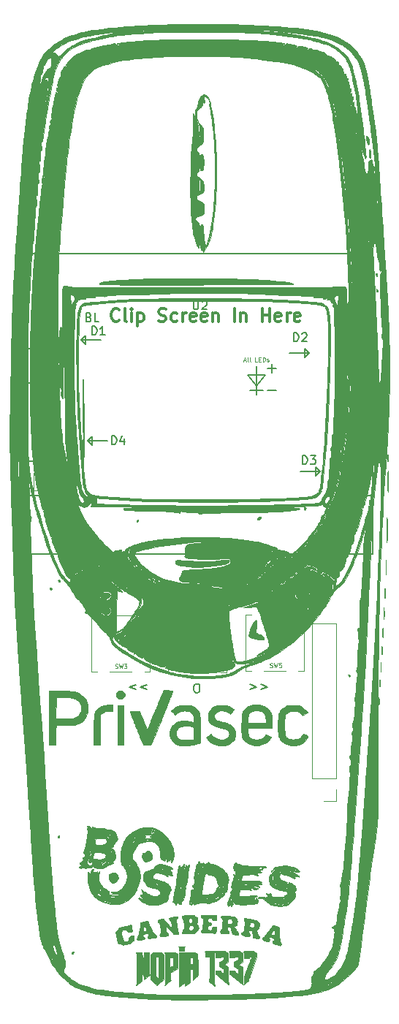
<source format=gbr>
G04 #@! TF.GenerationSoftware,KiCad,Pcbnew,5.0.1+dfsg1-3*
G04 #@! TF.CreationDate,2018-12-15T17:15:27+11:00*
G04 #@! TF.ProjectId,BSidesCBR2019,425369646573434252323031392E6B69,rev?*
G04 #@! TF.SameCoordinates,Original*
G04 #@! TF.FileFunction,Legend,Top*
G04 #@! TF.FilePolarity,Positive*
%FSLAX46Y46*%
G04 Gerber Fmt 4.6, Leading zero omitted, Abs format (unit mm)*
G04 Created by KiCad (PCBNEW 5.0.1+dfsg1-3) date Sat 15 Dec 2018 17:15:27 AEDT*
%MOMM*%
%LPD*%
G01*
G04 APERTURE LIST*
%ADD10C,0.300000*%
%ADD11C,0.200000*%
%ADD12C,0.125000*%
%ADD13C,0.120000*%
%ADD14C,0.100000*%
%ADD15C,0.010000*%
%ADD16C,0.150000*%
G04 APERTURE END LIST*
D10*
X49908285Y-79021714D02*
X49836857Y-79093142D01*
X49622571Y-79164571D01*
X49479714Y-79164571D01*
X49265428Y-79093142D01*
X49122571Y-78950285D01*
X49051142Y-78807428D01*
X48979714Y-78521714D01*
X48979714Y-78307428D01*
X49051142Y-78021714D01*
X49122571Y-77878857D01*
X49265428Y-77736000D01*
X49479714Y-77664571D01*
X49622571Y-77664571D01*
X49836857Y-77736000D01*
X49908285Y-77807428D01*
X50765428Y-79164571D02*
X50622571Y-79093142D01*
X50551142Y-78950285D01*
X50551142Y-77664571D01*
X51336857Y-79164571D02*
X51336857Y-78164571D01*
X51336857Y-77664571D02*
X51265428Y-77736000D01*
X51336857Y-77807428D01*
X51408285Y-77736000D01*
X51336857Y-77664571D01*
X51336857Y-77807428D01*
X52051142Y-78164571D02*
X52051142Y-79664571D01*
X52051142Y-78236000D02*
X52194000Y-78164571D01*
X52479714Y-78164571D01*
X52622571Y-78236000D01*
X52694000Y-78307428D01*
X52765428Y-78450285D01*
X52765428Y-78878857D01*
X52694000Y-79021714D01*
X52622571Y-79093142D01*
X52479714Y-79164571D01*
X52194000Y-79164571D01*
X52051142Y-79093142D01*
X54479714Y-79093142D02*
X54694000Y-79164571D01*
X55051142Y-79164571D01*
X55194000Y-79093142D01*
X55265428Y-79021714D01*
X55336857Y-78878857D01*
X55336857Y-78736000D01*
X55265428Y-78593142D01*
X55194000Y-78521714D01*
X55051142Y-78450285D01*
X54765428Y-78378857D01*
X54622571Y-78307428D01*
X54551142Y-78236000D01*
X54479714Y-78093142D01*
X54479714Y-77950285D01*
X54551142Y-77807428D01*
X54622571Y-77736000D01*
X54765428Y-77664571D01*
X55122571Y-77664571D01*
X55336857Y-77736000D01*
X56622571Y-79093142D02*
X56479714Y-79164571D01*
X56194000Y-79164571D01*
X56051142Y-79093142D01*
X55979714Y-79021714D01*
X55908285Y-78878857D01*
X55908285Y-78450285D01*
X55979714Y-78307428D01*
X56051142Y-78236000D01*
X56194000Y-78164571D01*
X56479714Y-78164571D01*
X56622571Y-78236000D01*
X57265428Y-79164571D02*
X57265428Y-78164571D01*
X57265428Y-78450285D02*
X57336857Y-78307428D01*
X57408285Y-78236000D01*
X57551142Y-78164571D01*
X57694000Y-78164571D01*
X58765428Y-79093142D02*
X58622571Y-79164571D01*
X58336857Y-79164571D01*
X58194000Y-79093142D01*
X58122571Y-78950285D01*
X58122571Y-78378857D01*
X58194000Y-78236000D01*
X58336857Y-78164571D01*
X58622571Y-78164571D01*
X58765428Y-78236000D01*
X58836857Y-78378857D01*
X58836857Y-78521714D01*
X58122571Y-78664571D01*
X60051142Y-79093142D02*
X59908285Y-79164571D01*
X59622571Y-79164571D01*
X59479714Y-79093142D01*
X59408285Y-78950285D01*
X59408285Y-78378857D01*
X59479714Y-78236000D01*
X59622571Y-78164571D01*
X59908285Y-78164571D01*
X60051142Y-78236000D01*
X60122571Y-78378857D01*
X60122571Y-78521714D01*
X59408285Y-78664571D01*
X60765428Y-78164571D02*
X60765428Y-79164571D01*
X60765428Y-78307428D02*
X60836857Y-78236000D01*
X60979714Y-78164571D01*
X61194000Y-78164571D01*
X61336857Y-78236000D01*
X61408285Y-78378857D01*
X61408285Y-79164571D01*
X63265428Y-79164571D02*
X63265428Y-77664571D01*
X63979714Y-78164571D02*
X63979714Y-79164571D01*
X63979714Y-78307428D02*
X64051142Y-78236000D01*
X64194000Y-78164571D01*
X64408285Y-78164571D01*
X64551142Y-78236000D01*
X64622571Y-78378857D01*
X64622571Y-79164571D01*
X66479714Y-79164571D02*
X66479714Y-77664571D01*
X66479714Y-78378857D02*
X67336857Y-78378857D01*
X67336857Y-79164571D02*
X67336857Y-77664571D01*
X68622571Y-79093142D02*
X68479714Y-79164571D01*
X68194000Y-79164571D01*
X68051142Y-79093142D01*
X67979714Y-78950285D01*
X67979714Y-78378857D01*
X68051142Y-78236000D01*
X68194000Y-78164571D01*
X68479714Y-78164571D01*
X68622571Y-78236000D01*
X68694000Y-78378857D01*
X68694000Y-78521714D01*
X67979714Y-78664571D01*
X69336857Y-79164571D02*
X69336857Y-78164571D01*
X69336857Y-78450285D02*
X69408285Y-78307428D01*
X69479714Y-78236000D01*
X69622571Y-78164571D01*
X69765428Y-78164571D01*
X70836857Y-79093142D02*
X70694000Y-79164571D01*
X70408285Y-79164571D01*
X70265428Y-79093142D01*
X70194000Y-78950285D01*
X70194000Y-78378857D01*
X70265428Y-78236000D01*
X70408285Y-78164571D01*
X70694000Y-78164571D01*
X70836857Y-78236000D01*
X70908285Y-78378857D01*
X70908285Y-78521714D01*
X70194000Y-78664571D01*
D11*
X45974000Y-81788000D02*
X45974000Y-80772000D01*
X45974000Y-80772000D02*
X45466000Y-81280000D01*
X45466000Y-81280000D02*
X45974000Y-81788000D01*
X47752000Y-81280000D02*
X45466000Y-81280000D01*
X48514000Y-92964000D02*
X46228000Y-92964000D01*
X46228000Y-92964000D02*
X46736000Y-93472000D01*
X46736000Y-93472000D02*
X46736000Y-92456000D01*
X46736000Y-92456000D02*
X46228000Y-92964000D01*
X70866000Y-96520000D02*
X73152000Y-96520000D01*
X72644000Y-96012000D02*
X72644000Y-97028000D01*
X73152000Y-96520000D02*
X72644000Y-96012000D01*
X72644000Y-97028000D02*
X73152000Y-96520000D01*
X71374000Y-83312000D02*
X71882000Y-82804000D01*
X71374000Y-82296000D02*
X71374000Y-83312000D01*
X71882000Y-82804000D02*
X71374000Y-82296000D01*
X69596000Y-82804000D02*
X71882000Y-82804000D01*
X67056000Y-87122000D02*
X68072000Y-87122000D01*
X67564000Y-84074000D02*
X67564000Y-85090000D01*
X67564000Y-84582000D02*
X67564000Y-84074000D01*
X68072000Y-84582000D02*
X67564000Y-84582000D01*
X67818000Y-84582000D02*
X68072000Y-84582000D01*
X67056000Y-84582000D02*
X67818000Y-84582000D01*
X65786000Y-86614000D02*
X65786000Y-85344000D01*
X66802000Y-85344000D02*
X65786000Y-86614000D01*
X66548000Y-85344000D02*
X66802000Y-85344000D01*
X64770000Y-85344000D02*
X66548000Y-85344000D01*
X65786000Y-86614000D02*
X64770000Y-85344000D01*
X65786000Y-87122000D02*
X65786000Y-86614000D01*
X66548000Y-87122000D02*
X65786000Y-87122000D01*
X65024000Y-87122000D02*
X66548000Y-87122000D01*
X65786000Y-87122000D02*
X65024000Y-87122000D01*
X65786000Y-87630000D02*
X65786000Y-87122000D01*
X65786000Y-84328000D02*
X65786000Y-87630000D01*
D12*
X64333619Y-83649333D02*
X64571714Y-83649333D01*
X64286000Y-83792190D02*
X64452666Y-83292190D01*
X64619333Y-83792190D01*
X64857428Y-83792190D02*
X64809809Y-83768380D01*
X64786000Y-83720761D01*
X64786000Y-83292190D01*
X65119333Y-83792190D02*
X65071714Y-83768380D01*
X65047904Y-83720761D01*
X65047904Y-83292190D01*
X65928857Y-83792190D02*
X65690761Y-83792190D01*
X65690761Y-83292190D01*
X66095523Y-83530285D02*
X66262190Y-83530285D01*
X66333619Y-83792190D02*
X66095523Y-83792190D01*
X66095523Y-83292190D01*
X66333619Y-83292190D01*
X66547904Y-83792190D02*
X66547904Y-83292190D01*
X66666952Y-83292190D01*
X66738380Y-83316000D01*
X66786000Y-83363619D01*
X66809809Y-83411238D01*
X66833619Y-83506476D01*
X66833619Y-83577904D01*
X66809809Y-83673142D01*
X66786000Y-83720761D01*
X66738380Y-83768380D01*
X66666952Y-83792190D01*
X66547904Y-83792190D01*
X67024095Y-83768380D02*
X67071714Y-83792190D01*
X67166952Y-83792190D01*
X67214571Y-83768380D01*
X67238380Y-83720761D01*
X67238380Y-83696952D01*
X67214571Y-83649333D01*
X67166952Y-83625523D01*
X67095523Y-83625523D01*
X67047904Y-83601714D01*
X67024095Y-83554095D01*
X67024095Y-83530285D01*
X67047904Y-83482666D01*
X67095523Y-83458857D01*
X67166952Y-83458857D01*
X67214571Y-83482666D01*
D13*
G04 #@! TO.C,D2*
X77530000Y-85670000D02*
X78530000Y-85670000D01*
D14*
X77830000Y-84570000D02*
X78230000Y-84570000D01*
X78030000Y-84520000D02*
X77830000Y-84220000D01*
X78230000Y-84220000D02*
X78030000Y-84520000D01*
X77830000Y-84220000D02*
X78230000Y-84220000D01*
D13*
X78530000Y-85670000D02*
X78530000Y-83570000D01*
X77530000Y-85670000D02*
X77530000Y-83570000D01*
G04 #@! TO.C,D3*
X77480000Y-98640000D02*
X78480000Y-98640000D01*
D14*
X77780000Y-97540000D02*
X78180000Y-97540000D01*
X77980000Y-97490000D02*
X77780000Y-97190000D01*
X78180000Y-97190000D02*
X77980000Y-97490000D01*
X77780000Y-97190000D02*
X78180000Y-97190000D01*
D13*
X78480000Y-98640000D02*
X78480000Y-96540000D01*
X77480000Y-98640000D02*
X77480000Y-96540000D01*
G04 #@! TO.C,D4*
X40030000Y-98760000D02*
X41030000Y-98760000D01*
D14*
X40330000Y-97660000D02*
X40730000Y-97660000D01*
X40530000Y-97610000D02*
X40330000Y-97310000D01*
X40730000Y-97310000D02*
X40530000Y-97610000D01*
X40330000Y-97310000D02*
X40730000Y-97310000D01*
D13*
X41030000Y-98760000D02*
X41030000Y-96660000D01*
X40030000Y-98760000D02*
X40030000Y-96660000D01*
G04 #@! TO.C,D1*
X40040000Y-85600000D02*
X41040000Y-85600000D01*
D14*
X40340000Y-84500000D02*
X40740000Y-84500000D01*
X40540000Y-84450000D02*
X40340000Y-84150000D01*
X40740000Y-84150000D02*
X40540000Y-84450000D01*
X40340000Y-84150000D02*
X40740000Y-84150000D01*
D13*
X41040000Y-85600000D02*
X41040000Y-83500000D01*
X40040000Y-85600000D02*
X40040000Y-83500000D01*
D15*
G04 #@! TO.C,G\002A\002A\002A*
G36*
X62013010Y-123577865D02*
X62117935Y-123579966D01*
X62197815Y-123584485D01*
X62261289Y-123592254D01*
X62317000Y-123604106D01*
X62373587Y-123620873D01*
X62392983Y-123627309D01*
X62490182Y-123664725D01*
X62606824Y-123716754D01*
X62732790Y-123778137D01*
X62857956Y-123843616D01*
X62972202Y-123907933D01*
X63065406Y-123965829D01*
X63117932Y-124003921D01*
X63169041Y-124048389D01*
X63191674Y-124078683D01*
X63191647Y-124105452D01*
X63183413Y-124123801D01*
X63157076Y-124163308D01*
X63106195Y-124230178D01*
X63034259Y-124320049D01*
X62944753Y-124428561D01*
X62846593Y-124544981D01*
X62792203Y-124608880D01*
X62647656Y-124509920D01*
X62460592Y-124392775D01*
X62287087Y-124308673D01*
X62118541Y-124254589D01*
X61946348Y-124227501D01*
X61831289Y-124222934D01*
X61611813Y-124239006D01*
X61416290Y-124286729D01*
X61246940Y-124365367D01*
X61122662Y-124458323D01*
X61015762Y-124580180D01*
X60947990Y-124709652D01*
X60919299Y-124842339D01*
X60929644Y-124973842D01*
X60978980Y-125099760D01*
X61067261Y-125215695D01*
X61131078Y-125272574D01*
X61191321Y-125315704D01*
X61258214Y-125354060D01*
X61337590Y-125389737D01*
X61435278Y-125424832D01*
X61557111Y-125461441D01*
X61708919Y-125501658D01*
X61895566Y-125547351D01*
X62089579Y-125595618D01*
X62250800Y-125640649D01*
X62388298Y-125685513D01*
X62511143Y-125733279D01*
X62628405Y-125787017D01*
X62678733Y-125812396D01*
X62849109Y-125915067D01*
X63002592Y-126036278D01*
X63133035Y-126169707D01*
X63234292Y-126309028D01*
X63300214Y-126447919D01*
X63302171Y-126453812D01*
X63344348Y-126631249D01*
X63365404Y-126830441D01*
X63365048Y-127036290D01*
X63342989Y-127233697D01*
X63319285Y-127341552D01*
X63259167Y-127494524D01*
X63164329Y-127648617D01*
X63041597Y-127796834D01*
X62897797Y-127932174D01*
X62739757Y-128047640D01*
X62574302Y-128136232D01*
X62524456Y-128156442D01*
X62361240Y-128205277D01*
X62169514Y-128242590D01*
X61961846Y-128267090D01*
X61750806Y-128277486D01*
X61548961Y-128272488D01*
X61466396Y-128265091D01*
X61184708Y-128212197D01*
X60913504Y-128118975D01*
X60655707Y-127986751D01*
X60414241Y-127816850D01*
X60341114Y-127754932D01*
X60298184Y-127712542D01*
X60243578Y-127652356D01*
X60183114Y-127581624D01*
X60122612Y-127507597D01*
X60067893Y-127437524D01*
X60024776Y-127378655D01*
X59999081Y-127338242D01*
X59995136Y-127323922D01*
X60033850Y-127294549D01*
X60095035Y-127250563D01*
X60171332Y-127196993D01*
X60255384Y-127138870D01*
X60339832Y-127081226D01*
X60417319Y-127029090D01*
X60480486Y-126987493D01*
X60521975Y-126961467D01*
X60534462Y-126955193D01*
X60555021Y-126971312D01*
X60594325Y-127012498D01*
X60644781Y-127070673D01*
X60657954Y-127086567D01*
X60805031Y-127233401D01*
X60985000Y-127357905D01*
X61193488Y-127457838D01*
X61426126Y-127530961D01*
X61587538Y-127562946D01*
X61804081Y-127581192D01*
X62003108Y-127566988D01*
X62181704Y-127521633D01*
X62336955Y-127446425D01*
X62465946Y-127342662D01*
X62565763Y-127211642D01*
X62616598Y-127104714D01*
X62650655Y-126959560D01*
X62643206Y-126818247D01*
X62595077Y-126684122D01*
X62507093Y-126560531D01*
X62474151Y-126527053D01*
X62411686Y-126473433D01*
X62342584Y-126427229D01*
X62260838Y-126386105D01*
X62160443Y-126347724D01*
X62035392Y-126309749D01*
X61879679Y-126269844D01*
X61715650Y-126231975D01*
X61431652Y-126162650D01*
X61186284Y-126089627D01*
X60975896Y-126011382D01*
X60796840Y-125926392D01*
X60645469Y-125833132D01*
X60521651Y-125733342D01*
X60403797Y-125610429D01*
X60315287Y-125483026D01*
X60253210Y-125343523D01*
X60214651Y-125184314D01*
X60196698Y-124997790D01*
X60194557Y-124879100D01*
X60203819Y-124678784D01*
X60232501Y-124508916D01*
X60284269Y-124360651D01*
X60362788Y-124225146D01*
X60471725Y-124093555D01*
X60553887Y-124012169D01*
X60682612Y-123910434D01*
X60842887Y-123813468D01*
X61023933Y-123726735D01*
X61214972Y-123655700D01*
X61313483Y-123627093D01*
X61391278Y-123608181D01*
X61463420Y-123594677D01*
X61539702Y-123585711D01*
X61629921Y-123580414D01*
X61743872Y-123577919D01*
X61874400Y-123577350D01*
X62013010Y-123577865D01*
X62013010Y-123577865D01*
G37*
X62013010Y-123577865D02*
X62117935Y-123579966D01*
X62197815Y-123584485D01*
X62261289Y-123592254D01*
X62317000Y-123604106D01*
X62373587Y-123620873D01*
X62392983Y-123627309D01*
X62490182Y-123664725D01*
X62606824Y-123716754D01*
X62732790Y-123778137D01*
X62857956Y-123843616D01*
X62972202Y-123907933D01*
X63065406Y-123965829D01*
X63117932Y-124003921D01*
X63169041Y-124048389D01*
X63191674Y-124078683D01*
X63191647Y-124105452D01*
X63183413Y-124123801D01*
X63157076Y-124163308D01*
X63106195Y-124230178D01*
X63034259Y-124320049D01*
X62944753Y-124428561D01*
X62846593Y-124544981D01*
X62792203Y-124608880D01*
X62647656Y-124509920D01*
X62460592Y-124392775D01*
X62287087Y-124308673D01*
X62118541Y-124254589D01*
X61946348Y-124227501D01*
X61831289Y-124222934D01*
X61611813Y-124239006D01*
X61416290Y-124286729D01*
X61246940Y-124365367D01*
X61122662Y-124458323D01*
X61015762Y-124580180D01*
X60947990Y-124709652D01*
X60919299Y-124842339D01*
X60929644Y-124973842D01*
X60978980Y-125099760D01*
X61067261Y-125215695D01*
X61131078Y-125272574D01*
X61191321Y-125315704D01*
X61258214Y-125354060D01*
X61337590Y-125389737D01*
X61435278Y-125424832D01*
X61557111Y-125461441D01*
X61708919Y-125501658D01*
X61895566Y-125547351D01*
X62089579Y-125595618D01*
X62250800Y-125640649D01*
X62388298Y-125685513D01*
X62511143Y-125733279D01*
X62628405Y-125787017D01*
X62678733Y-125812396D01*
X62849109Y-125915067D01*
X63002592Y-126036278D01*
X63133035Y-126169707D01*
X63234292Y-126309028D01*
X63300214Y-126447919D01*
X63302171Y-126453812D01*
X63344348Y-126631249D01*
X63365404Y-126830441D01*
X63365048Y-127036290D01*
X63342989Y-127233697D01*
X63319285Y-127341552D01*
X63259167Y-127494524D01*
X63164329Y-127648617D01*
X63041597Y-127796834D01*
X62897797Y-127932174D01*
X62739757Y-128047640D01*
X62574302Y-128136232D01*
X62524456Y-128156442D01*
X62361240Y-128205277D01*
X62169514Y-128242590D01*
X61961846Y-128267090D01*
X61750806Y-128277486D01*
X61548961Y-128272488D01*
X61466396Y-128265091D01*
X61184708Y-128212197D01*
X60913504Y-128118975D01*
X60655707Y-127986751D01*
X60414241Y-127816850D01*
X60341114Y-127754932D01*
X60298184Y-127712542D01*
X60243578Y-127652356D01*
X60183114Y-127581624D01*
X60122612Y-127507597D01*
X60067893Y-127437524D01*
X60024776Y-127378655D01*
X59999081Y-127338242D01*
X59995136Y-127323922D01*
X60033850Y-127294549D01*
X60095035Y-127250563D01*
X60171332Y-127196993D01*
X60255384Y-127138870D01*
X60339832Y-127081226D01*
X60417319Y-127029090D01*
X60480486Y-126987493D01*
X60521975Y-126961467D01*
X60534462Y-126955193D01*
X60555021Y-126971312D01*
X60594325Y-127012498D01*
X60644781Y-127070673D01*
X60657954Y-127086567D01*
X60805031Y-127233401D01*
X60985000Y-127357905D01*
X61193488Y-127457838D01*
X61426126Y-127530961D01*
X61587538Y-127562946D01*
X61804081Y-127581192D01*
X62003108Y-127566988D01*
X62181704Y-127521633D01*
X62336955Y-127446425D01*
X62465946Y-127342662D01*
X62565763Y-127211642D01*
X62616598Y-127104714D01*
X62650655Y-126959560D01*
X62643206Y-126818247D01*
X62595077Y-126684122D01*
X62507093Y-126560531D01*
X62474151Y-126527053D01*
X62411686Y-126473433D01*
X62342584Y-126427229D01*
X62260838Y-126386105D01*
X62160443Y-126347724D01*
X62035392Y-126309749D01*
X61879679Y-126269844D01*
X61715650Y-126231975D01*
X61431652Y-126162650D01*
X61186284Y-126089627D01*
X60975896Y-126011382D01*
X60796840Y-125926392D01*
X60645469Y-125833132D01*
X60521651Y-125733342D01*
X60403797Y-125610429D01*
X60315287Y-125483026D01*
X60253210Y-125343523D01*
X60214651Y-125184314D01*
X60196698Y-124997790D01*
X60194557Y-124879100D01*
X60203819Y-124678784D01*
X60232501Y-124508916D01*
X60284269Y-124360651D01*
X60362788Y-124225146D01*
X60471725Y-124093555D01*
X60553887Y-124012169D01*
X60682612Y-123910434D01*
X60842887Y-123813468D01*
X61023933Y-123726735D01*
X61214972Y-123655700D01*
X61313483Y-123627093D01*
X61391278Y-123608181D01*
X61463420Y-123594677D01*
X61539702Y-123585711D01*
X61629921Y-123580414D01*
X61743872Y-123577919D01*
X61874400Y-123577350D01*
X62013010Y-123577865D01*
G36*
X66123413Y-123551120D02*
X66384321Y-123603742D01*
X66629768Y-123686542D01*
X66855618Y-123797783D01*
X67057732Y-123935728D01*
X67231970Y-124098641D01*
X67374197Y-124284784D01*
X67386802Y-124305108D01*
X67443861Y-124411519D01*
X67491287Y-124529179D01*
X67529739Y-124662381D01*
X67559878Y-124815423D01*
X67582361Y-124992598D01*
X67597849Y-125198203D01*
X67607000Y-125436534D01*
X67610475Y-125711885D01*
X67610548Y-125762809D01*
X67610566Y-126276100D01*
X64810189Y-126276100D01*
X64823271Y-126598892D01*
X64830002Y-126723370D01*
X64839513Y-126843786D01*
X64850697Y-126948688D01*
X64862447Y-127026624D01*
X64866386Y-127044991D01*
X64921466Y-127185005D01*
X65012434Y-127305106D01*
X65137139Y-127403959D01*
X65293428Y-127480225D01*
X65479149Y-127532568D01*
X65692151Y-127559650D01*
X65694983Y-127559823D01*
X65934420Y-127561345D01*
X66145280Y-127534071D01*
X66331366Y-127476478D01*
X66496481Y-127387042D01*
X66644427Y-127264238D01*
X66758855Y-127133350D01*
X66828176Y-127049647D01*
X66878990Y-127002872D01*
X66908255Y-126992612D01*
X66939297Y-127004052D01*
X67000637Y-127030487D01*
X67084487Y-127068430D01*
X67183057Y-127114397D01*
X67225492Y-127134551D01*
X67339025Y-127188222D01*
X67418053Y-127228250D01*
X67465021Y-127261650D01*
X67482375Y-127295437D01*
X67472560Y-127336627D01*
X67438021Y-127392235D01*
X67381203Y-127469279D01*
X67354653Y-127505126D01*
X67219543Y-127667596D01*
X67065781Y-127816452D01*
X66926318Y-127924949D01*
X66735322Y-128035992D01*
X66517585Y-128129077D01*
X66283597Y-128201635D01*
X66043852Y-128251102D01*
X65808843Y-128274909D01*
X65589060Y-128270492D01*
X65537515Y-128264649D01*
X65282534Y-128209667D01*
X65027943Y-128114277D01*
X64777845Y-127980239D01*
X64610961Y-127866823D01*
X64443042Y-127726269D01*
X64312847Y-127578838D01*
X64215771Y-127416994D01*
X64147211Y-127233202D01*
X64105581Y-127039638D01*
X64097333Y-126982383D01*
X64090624Y-126922258D01*
X64085371Y-126854878D01*
X64081494Y-126775859D01*
X64078908Y-126680817D01*
X64077531Y-126565367D01*
X64077281Y-126425126D01*
X64078075Y-126255708D01*
X64079831Y-126052731D01*
X64082464Y-125811971D01*
X64084582Y-125644481D01*
X64811911Y-125644481D01*
X65856697Y-125629461D01*
X66062846Y-125626350D01*
X66255843Y-125623153D01*
X66431610Y-125619959D01*
X66586070Y-125616854D01*
X66715145Y-125613926D01*
X66814758Y-125611262D01*
X66880832Y-125608951D01*
X66909290Y-125607079D01*
X66910073Y-125606833D01*
X66913267Y-125582168D01*
X66912039Y-125523611D01*
X66907145Y-125439283D01*
X66899343Y-125337307D01*
X66889392Y-125225807D01*
X66878047Y-125112903D01*
X66866068Y-125006718D01*
X66854212Y-124915376D01*
X66843235Y-124846998D01*
X66836392Y-124816847D01*
X66770754Y-124668411D01*
X66668532Y-124535003D01*
X66533977Y-124420482D01*
X66371339Y-124328701D01*
X66245837Y-124280923D01*
X66106579Y-124249837D01*
X65942591Y-124233296D01*
X65768898Y-124231295D01*
X65600523Y-124243830D01*
X65452492Y-124270895D01*
X65416372Y-124281190D01*
X65292636Y-124330436D01*
X65167366Y-124398106D01*
X65053403Y-124476061D01*
X64963587Y-124556163D01*
X64940574Y-124582767D01*
X64912350Y-124625641D01*
X64889544Y-124678766D01*
X64871293Y-124747474D01*
X64856736Y-124837097D01*
X64845009Y-124952966D01*
X64835251Y-125100414D01*
X64826598Y-125284772D01*
X64826456Y-125288249D01*
X64811911Y-125644481D01*
X64084582Y-125644481D01*
X64085993Y-125532984D01*
X64090124Y-125292548D01*
X64095647Y-125086885D01*
X64103353Y-124912212D01*
X64114033Y-124764749D01*
X64128477Y-124640716D01*
X64147476Y-124536332D01*
X64171821Y-124447815D01*
X64202303Y-124371386D01*
X64239712Y-124303263D01*
X64284839Y-124239666D01*
X64338474Y-124176814D01*
X64401409Y-124110927D01*
X64447949Y-124064414D01*
X64657093Y-123885169D01*
X64885778Y-123742934D01*
X65135165Y-123637171D01*
X65406411Y-123567343D01*
X65571772Y-123543357D01*
X65851185Y-123530413D01*
X66123413Y-123551120D01*
X66123413Y-123551120D01*
G37*
X66123413Y-123551120D02*
X66384321Y-123603742D01*
X66629768Y-123686542D01*
X66855618Y-123797783D01*
X67057732Y-123935728D01*
X67231970Y-124098641D01*
X67374197Y-124284784D01*
X67386802Y-124305108D01*
X67443861Y-124411519D01*
X67491287Y-124529179D01*
X67529739Y-124662381D01*
X67559878Y-124815423D01*
X67582361Y-124992598D01*
X67597849Y-125198203D01*
X67607000Y-125436534D01*
X67610475Y-125711885D01*
X67610548Y-125762809D01*
X67610566Y-126276100D01*
X64810189Y-126276100D01*
X64823271Y-126598892D01*
X64830002Y-126723370D01*
X64839513Y-126843786D01*
X64850697Y-126948688D01*
X64862447Y-127026624D01*
X64866386Y-127044991D01*
X64921466Y-127185005D01*
X65012434Y-127305106D01*
X65137139Y-127403959D01*
X65293428Y-127480225D01*
X65479149Y-127532568D01*
X65692151Y-127559650D01*
X65694983Y-127559823D01*
X65934420Y-127561345D01*
X66145280Y-127534071D01*
X66331366Y-127476478D01*
X66496481Y-127387042D01*
X66644427Y-127264238D01*
X66758855Y-127133350D01*
X66828176Y-127049647D01*
X66878990Y-127002872D01*
X66908255Y-126992612D01*
X66939297Y-127004052D01*
X67000637Y-127030487D01*
X67084487Y-127068430D01*
X67183057Y-127114397D01*
X67225492Y-127134551D01*
X67339025Y-127188222D01*
X67418053Y-127228250D01*
X67465021Y-127261650D01*
X67482375Y-127295437D01*
X67472560Y-127336627D01*
X67438021Y-127392235D01*
X67381203Y-127469279D01*
X67354653Y-127505126D01*
X67219543Y-127667596D01*
X67065781Y-127816452D01*
X66926318Y-127924949D01*
X66735322Y-128035992D01*
X66517585Y-128129077D01*
X66283597Y-128201635D01*
X66043852Y-128251102D01*
X65808843Y-128274909D01*
X65589060Y-128270492D01*
X65537515Y-128264649D01*
X65282534Y-128209667D01*
X65027943Y-128114277D01*
X64777845Y-127980239D01*
X64610961Y-127866823D01*
X64443042Y-127726269D01*
X64312847Y-127578838D01*
X64215771Y-127416994D01*
X64147211Y-127233202D01*
X64105581Y-127039638D01*
X64097333Y-126982383D01*
X64090624Y-126922258D01*
X64085371Y-126854878D01*
X64081494Y-126775859D01*
X64078908Y-126680817D01*
X64077531Y-126565367D01*
X64077281Y-126425126D01*
X64078075Y-126255708D01*
X64079831Y-126052731D01*
X64082464Y-125811971D01*
X64084582Y-125644481D01*
X64811911Y-125644481D01*
X65856697Y-125629461D01*
X66062846Y-125626350D01*
X66255843Y-125623153D01*
X66431610Y-125619959D01*
X66586070Y-125616854D01*
X66715145Y-125613926D01*
X66814758Y-125611262D01*
X66880832Y-125608951D01*
X66909290Y-125607079D01*
X66910073Y-125606833D01*
X66913267Y-125582168D01*
X66912039Y-125523611D01*
X66907145Y-125439283D01*
X66899343Y-125337307D01*
X66889392Y-125225807D01*
X66878047Y-125112903D01*
X66866068Y-125006718D01*
X66854212Y-124915376D01*
X66843235Y-124846998D01*
X66836392Y-124816847D01*
X66770754Y-124668411D01*
X66668532Y-124535003D01*
X66533977Y-124420482D01*
X66371339Y-124328701D01*
X66245837Y-124280923D01*
X66106579Y-124249837D01*
X65942591Y-124233296D01*
X65768898Y-124231295D01*
X65600523Y-124243830D01*
X65452492Y-124270895D01*
X65416372Y-124281190D01*
X65292636Y-124330436D01*
X65167366Y-124398106D01*
X65053403Y-124476061D01*
X64963587Y-124556163D01*
X64940574Y-124582767D01*
X64912350Y-124625641D01*
X64889544Y-124678766D01*
X64871293Y-124747474D01*
X64856736Y-124837097D01*
X64845009Y-124952966D01*
X64835251Y-125100414D01*
X64826598Y-125284772D01*
X64826456Y-125288249D01*
X64811911Y-125644481D01*
X64084582Y-125644481D01*
X64085993Y-125532984D01*
X64090124Y-125292548D01*
X64095647Y-125086885D01*
X64103353Y-124912212D01*
X64114033Y-124764749D01*
X64128477Y-124640716D01*
X64147476Y-124536332D01*
X64171821Y-124447815D01*
X64202303Y-124371386D01*
X64239712Y-124303263D01*
X64284839Y-124239666D01*
X64338474Y-124176814D01*
X64401409Y-124110927D01*
X64447949Y-124064414D01*
X64657093Y-123885169D01*
X64885778Y-123742934D01*
X65135165Y-123637171D01*
X65406411Y-123567343D01*
X65571772Y-123543357D01*
X65851185Y-123530413D01*
X66123413Y-123551120D01*
G36*
X70299529Y-123599825D02*
X70454532Y-123602114D01*
X70579280Y-123607148D01*
X70679812Y-123616054D01*
X70762166Y-123629956D01*
X70832378Y-123649981D01*
X70896488Y-123677254D01*
X70960533Y-123712900D01*
X71030551Y-123758044D01*
X71057207Y-123776039D01*
X71138981Y-123836185D01*
X71236591Y-123915092D01*
X71341734Y-124005289D01*
X71446105Y-124099302D01*
X71541399Y-124189661D01*
X71619313Y-124268892D01*
X71669854Y-124327293D01*
X71709149Y-124381088D01*
X71724966Y-124413883D01*
X71720422Y-124437609D01*
X71704081Y-124458236D01*
X71672701Y-124483358D01*
X71612579Y-124523695D01*
X71531997Y-124573939D01*
X71439238Y-124628781D01*
X71427167Y-124635714D01*
X71185876Y-124773829D01*
X70990872Y-124597708D01*
X70864100Y-124489070D01*
X70753013Y-124409000D01*
X70647562Y-124352450D01*
X70537702Y-124314373D01*
X70413383Y-124289722D01*
X70365171Y-124283400D01*
X70153809Y-124270646D01*
X69948995Y-124281552D01*
X69755895Y-124314340D01*
X69579671Y-124367234D01*
X69425488Y-124438457D01*
X69298510Y-124526233D01*
X69203902Y-124628785D01*
X69164995Y-124696291D01*
X69143085Y-124748229D01*
X69124739Y-124802676D01*
X69109687Y-124863666D01*
X69097658Y-124935231D01*
X69088382Y-125021403D01*
X69081588Y-125126216D01*
X69077006Y-125253702D01*
X69074364Y-125407893D01*
X69073393Y-125592823D01*
X69073822Y-125812524D01*
X69075129Y-126035888D01*
X69081650Y-126965021D01*
X69151495Y-127106840D01*
X69224092Y-127226409D01*
X69316500Y-127325227D01*
X69435024Y-127408136D01*
X69585967Y-127479975D01*
X69684900Y-127516458D01*
X69741921Y-127532965D01*
X69805279Y-127544273D01*
X69884034Y-127551187D01*
X69987251Y-127554514D01*
X70118816Y-127555080D01*
X70242918Y-127554267D01*
X70334654Y-127551837D01*
X70403990Y-127546391D01*
X70460892Y-127536530D01*
X70515328Y-127520857D01*
X70577264Y-127497972D01*
X70605650Y-127486773D01*
X70786804Y-127392352D01*
X70949964Y-127261361D01*
X71091110Y-127097191D01*
X71123420Y-127049932D01*
X71183094Y-126966649D01*
X71229238Y-126921263D01*
X71256153Y-126911100D01*
X71296207Y-126920788D01*
X71363062Y-126946609D01*
X71446760Y-126983696D01*
X71537345Y-127027184D01*
X71624858Y-127072205D01*
X71699343Y-127113896D01*
X71750843Y-127147388D01*
X71765126Y-127159830D01*
X71785624Y-127193208D01*
X71787547Y-127233570D01*
X71768759Y-127287838D01*
X71727124Y-127362936D01*
X71679605Y-127437118D01*
X71521588Y-127641811D01*
X71334714Y-127825010D01*
X71126946Y-127979914D01*
X70906252Y-128099719D01*
X70900855Y-128102110D01*
X70738287Y-128161872D01*
X70550793Y-128211270D01*
X70350726Y-128248467D01*
X70150436Y-128271623D01*
X69962274Y-128278900D01*
X69798591Y-128268459D01*
X69790733Y-128267362D01*
X69530715Y-128211980D01*
X69281296Y-128124018D01*
X69049574Y-128006957D01*
X68842650Y-127864273D01*
X68697585Y-127731774D01*
X68616019Y-127641873D01*
X68546406Y-127552961D01*
X68487838Y-127460928D01*
X68439408Y-127361661D01*
X68400210Y-127251051D01*
X68369336Y-127124984D01*
X68345879Y-126979351D01*
X68328932Y-126810039D01*
X68317587Y-126612939D01*
X68310938Y-126383938D01*
X68308077Y-126118925D01*
X68307785Y-125965228D01*
X68309016Y-125682638D01*
X68312660Y-125438764D01*
X68318970Y-125230047D01*
X68328199Y-125052924D01*
X68340599Y-124903834D01*
X68356424Y-124779216D01*
X68375924Y-124675509D01*
X68399353Y-124589151D01*
X68406935Y-124566798D01*
X68503497Y-124357461D01*
X68636753Y-124164271D01*
X68803026Y-123990630D01*
X68998642Y-123839940D01*
X69219924Y-123715606D01*
X69409733Y-123638504D01*
X69448824Y-123626440D01*
X69491204Y-123617058D01*
X69542549Y-123610038D01*
X69608534Y-123605061D01*
X69694835Y-123601807D01*
X69807128Y-123599957D01*
X69951087Y-123599190D01*
X70108233Y-123599157D01*
X70299529Y-123599825D01*
X70299529Y-123599825D01*
G37*
X70299529Y-123599825D02*
X70454532Y-123602114D01*
X70579280Y-123607148D01*
X70679812Y-123616054D01*
X70762166Y-123629956D01*
X70832378Y-123649981D01*
X70896488Y-123677254D01*
X70960533Y-123712900D01*
X71030551Y-123758044D01*
X71057207Y-123776039D01*
X71138981Y-123836185D01*
X71236591Y-123915092D01*
X71341734Y-124005289D01*
X71446105Y-124099302D01*
X71541399Y-124189661D01*
X71619313Y-124268892D01*
X71669854Y-124327293D01*
X71709149Y-124381088D01*
X71724966Y-124413883D01*
X71720422Y-124437609D01*
X71704081Y-124458236D01*
X71672701Y-124483358D01*
X71612579Y-124523695D01*
X71531997Y-124573939D01*
X71439238Y-124628781D01*
X71427167Y-124635714D01*
X71185876Y-124773829D01*
X70990872Y-124597708D01*
X70864100Y-124489070D01*
X70753013Y-124409000D01*
X70647562Y-124352450D01*
X70537702Y-124314373D01*
X70413383Y-124289722D01*
X70365171Y-124283400D01*
X70153809Y-124270646D01*
X69948995Y-124281552D01*
X69755895Y-124314340D01*
X69579671Y-124367234D01*
X69425488Y-124438457D01*
X69298510Y-124526233D01*
X69203902Y-124628785D01*
X69164995Y-124696291D01*
X69143085Y-124748229D01*
X69124739Y-124802676D01*
X69109687Y-124863666D01*
X69097658Y-124935231D01*
X69088382Y-125021403D01*
X69081588Y-125126216D01*
X69077006Y-125253702D01*
X69074364Y-125407893D01*
X69073393Y-125592823D01*
X69073822Y-125812524D01*
X69075129Y-126035888D01*
X69081650Y-126965021D01*
X69151495Y-127106840D01*
X69224092Y-127226409D01*
X69316500Y-127325227D01*
X69435024Y-127408136D01*
X69585967Y-127479975D01*
X69684900Y-127516458D01*
X69741921Y-127532965D01*
X69805279Y-127544273D01*
X69884034Y-127551187D01*
X69987251Y-127554514D01*
X70118816Y-127555080D01*
X70242918Y-127554267D01*
X70334654Y-127551837D01*
X70403990Y-127546391D01*
X70460892Y-127536530D01*
X70515328Y-127520857D01*
X70577264Y-127497972D01*
X70605650Y-127486773D01*
X70786804Y-127392352D01*
X70949964Y-127261361D01*
X71091110Y-127097191D01*
X71123420Y-127049932D01*
X71183094Y-126966649D01*
X71229238Y-126921263D01*
X71256153Y-126911100D01*
X71296207Y-126920788D01*
X71363062Y-126946609D01*
X71446760Y-126983696D01*
X71537345Y-127027184D01*
X71624858Y-127072205D01*
X71699343Y-127113896D01*
X71750843Y-127147388D01*
X71765126Y-127159830D01*
X71785624Y-127193208D01*
X71787547Y-127233570D01*
X71768759Y-127287838D01*
X71727124Y-127362936D01*
X71679605Y-127437118D01*
X71521588Y-127641811D01*
X71334714Y-127825010D01*
X71126946Y-127979914D01*
X70906252Y-128099719D01*
X70900855Y-128102110D01*
X70738287Y-128161872D01*
X70550793Y-128211270D01*
X70350726Y-128248467D01*
X70150436Y-128271623D01*
X69962274Y-128278900D01*
X69798591Y-128268459D01*
X69790733Y-128267362D01*
X69530715Y-128211980D01*
X69281296Y-128124018D01*
X69049574Y-128006957D01*
X68842650Y-127864273D01*
X68697585Y-127731774D01*
X68616019Y-127641873D01*
X68546406Y-127552961D01*
X68487838Y-127460928D01*
X68439408Y-127361661D01*
X68400210Y-127251051D01*
X68369336Y-127124984D01*
X68345879Y-126979351D01*
X68328932Y-126810039D01*
X68317587Y-126612939D01*
X68310938Y-126383938D01*
X68308077Y-126118925D01*
X68307785Y-125965228D01*
X68309016Y-125682638D01*
X68312660Y-125438764D01*
X68318970Y-125230047D01*
X68328199Y-125052924D01*
X68340599Y-124903834D01*
X68356424Y-124779216D01*
X68375924Y-124675509D01*
X68399353Y-124589151D01*
X68406935Y-124566798D01*
X68503497Y-124357461D01*
X68636753Y-124164271D01*
X68803026Y-123990630D01*
X68998642Y-123839940D01*
X69219924Y-123715606D01*
X69409733Y-123638504D01*
X69448824Y-123626440D01*
X69491204Y-123617058D01*
X69542549Y-123610038D01*
X69608534Y-123605061D01*
X69694835Y-123601807D01*
X69807128Y-123599957D01*
X69951087Y-123599190D01*
X70108233Y-123599157D01*
X70299529Y-123599825D01*
G36*
X57746216Y-123578381D02*
X57859162Y-123579742D01*
X57945368Y-123582798D01*
X58012629Y-123588318D01*
X58068741Y-123597073D01*
X58121501Y-123609833D01*
X58178704Y-123627366D01*
X58212566Y-123638550D01*
X58450126Y-123739178D01*
X58677507Y-123877804D01*
X58888549Y-124050280D01*
X59012585Y-124176948D01*
X59055177Y-124227207D01*
X59093089Y-124279418D01*
X59126626Y-124336270D01*
X59156097Y-124400447D01*
X59181806Y-124474635D01*
X59204061Y-124561521D01*
X59223168Y-124663791D01*
X59239434Y-124784130D01*
X59253165Y-124925224D01*
X59264667Y-125089761D01*
X59274248Y-125280424D01*
X59282213Y-125499902D01*
X59288869Y-125750879D01*
X59294523Y-126036041D01*
X59299481Y-126358076D01*
X59304050Y-126719667D01*
X59304200Y-126732452D01*
X59318282Y-127940220D01*
X59194049Y-127994819D01*
X59011725Y-128062091D01*
X58792701Y-128120700D01*
X58541867Y-128169883D01*
X58264114Y-128208881D01*
X57964331Y-128236932D01*
X57647408Y-128253273D01*
X57514066Y-128256406D01*
X57370116Y-128257693D01*
X57234929Y-128257162D01*
X57116147Y-128254978D01*
X57021414Y-128251308D01*
X56958373Y-128246317D01*
X56944020Y-128244046D01*
X56682863Y-128172166D01*
X56453930Y-128072946D01*
X56256891Y-127946106D01*
X56091416Y-127791368D01*
X55957173Y-127608452D01*
X55853833Y-127397080D01*
X55817168Y-127292100D01*
X55785384Y-127149896D01*
X55767665Y-126982600D01*
X55764453Y-126826104D01*
X56508650Y-126826104D01*
X56509863Y-126932004D01*
X56514916Y-127008399D01*
X56525924Y-127068083D01*
X56545002Y-127123849D01*
X56565546Y-127170084D01*
X56628530Y-127291444D01*
X56694677Y-127386838D01*
X56770458Y-127460104D01*
X56862346Y-127515075D01*
X56976813Y-127555587D01*
X57120332Y-127585475D01*
X57299376Y-127608574D01*
X57306884Y-127609361D01*
X57405651Y-127616374D01*
X57531174Y-127620384D01*
X57674663Y-127621598D01*
X57827330Y-127620221D01*
X57980384Y-127616460D01*
X58125036Y-127610522D01*
X58252496Y-127602612D01*
X58353975Y-127592937D01*
X58413650Y-127583388D01*
X58540650Y-127554962D01*
X58546222Y-126841922D01*
X58551795Y-126128881D01*
X58493305Y-126115561D01*
X58444821Y-126104122D01*
X58370015Y-126086037D01*
X58283650Y-126064879D01*
X58268524Y-126061145D01*
X58042642Y-126017388D01*
X57809111Y-125994171D01*
X57577442Y-125991300D01*
X57357151Y-126008579D01*
X57157751Y-126045815D01*
X57028084Y-126086547D01*
X56870361Y-126158359D01*
X56747628Y-126240760D01*
X56652804Y-126339643D01*
X56579216Y-126460068D01*
X56547203Y-126527957D01*
X56526677Y-126583445D01*
X56515102Y-126639684D01*
X56509942Y-126709824D01*
X56508663Y-126807017D01*
X56508650Y-126826104D01*
X55764453Y-126826104D01*
X55764011Y-126804596D01*
X55774422Y-126630269D01*
X55798898Y-126474005D01*
X55817189Y-126404642D01*
X55883281Y-126237613D01*
X55974296Y-126085552D01*
X56097279Y-125937287D01*
X56138808Y-125894525D01*
X56328829Y-125729170D01*
X56534606Y-125599363D01*
X56762762Y-125501432D01*
X56942566Y-125449093D01*
X57127002Y-125416377D01*
X57338779Y-125399137D01*
X57565862Y-125397296D01*
X57796221Y-125410777D01*
X58017822Y-125439503D01*
X58107578Y-125456556D01*
X58216355Y-125480762D01*
X58317161Y-125505461D01*
X58398866Y-125527783D01*
X58450339Y-125544858D01*
X58450856Y-125545072D01*
X58503723Y-125565781D01*
X58538698Y-125576963D01*
X58543048Y-125577600D01*
X58547879Y-125557875D01*
X58549461Y-125504144D01*
X58548218Y-125424576D01*
X58544572Y-125327339D01*
X58538945Y-125220603D01*
X58531760Y-125112535D01*
X58523438Y-125011304D01*
X58514403Y-124925078D01*
X58506430Y-124869416D01*
X58483828Y-124766885D01*
X58452323Y-124687008D01*
X58403692Y-124614596D01*
X58329711Y-124534459D01*
X58319744Y-124524591D01*
X58189917Y-124416059D01*
X58047130Y-124335980D01*
X57885074Y-124282168D01*
X57697443Y-124252439D01*
X57511113Y-124244468D01*
X57259047Y-124258046D01*
X57034575Y-124300676D01*
X56833238Y-124373752D01*
X56650576Y-124478671D01*
X56570362Y-124539011D01*
X56502825Y-124593861D01*
X56441327Y-124643794D01*
X56400175Y-124677192D01*
X56349004Y-124718701D01*
X56127107Y-124497560D01*
X56049570Y-124418982D01*
X55984587Y-124350628D01*
X55937286Y-124298091D01*
X55912793Y-124266965D01*
X55910597Y-124261381D01*
X55927980Y-124241730D01*
X55970101Y-124201564D01*
X56029511Y-124147866D01*
X56064150Y-124117448D01*
X56269400Y-123953634D01*
X56471981Y-123824034D01*
X56682811Y-123722766D01*
X56912804Y-123643951D01*
X56974316Y-123627134D01*
X57044390Y-123609852D01*
X57108955Y-123597080D01*
X57176301Y-123588166D01*
X57254714Y-123582455D01*
X57352486Y-123579295D01*
X57477903Y-123578034D01*
X57598733Y-123577945D01*
X57746216Y-123578381D01*
X57746216Y-123578381D01*
G37*
X57746216Y-123578381D02*
X57859162Y-123579742D01*
X57945368Y-123582798D01*
X58012629Y-123588318D01*
X58068741Y-123597073D01*
X58121501Y-123609833D01*
X58178704Y-123627366D01*
X58212566Y-123638550D01*
X58450126Y-123739178D01*
X58677507Y-123877804D01*
X58888549Y-124050280D01*
X59012585Y-124176948D01*
X59055177Y-124227207D01*
X59093089Y-124279418D01*
X59126626Y-124336270D01*
X59156097Y-124400447D01*
X59181806Y-124474635D01*
X59204061Y-124561521D01*
X59223168Y-124663791D01*
X59239434Y-124784130D01*
X59253165Y-124925224D01*
X59264667Y-125089761D01*
X59274248Y-125280424D01*
X59282213Y-125499902D01*
X59288869Y-125750879D01*
X59294523Y-126036041D01*
X59299481Y-126358076D01*
X59304050Y-126719667D01*
X59304200Y-126732452D01*
X59318282Y-127940220D01*
X59194049Y-127994819D01*
X59011725Y-128062091D01*
X58792701Y-128120700D01*
X58541867Y-128169883D01*
X58264114Y-128208881D01*
X57964331Y-128236932D01*
X57647408Y-128253273D01*
X57514066Y-128256406D01*
X57370116Y-128257693D01*
X57234929Y-128257162D01*
X57116147Y-128254978D01*
X57021414Y-128251308D01*
X56958373Y-128246317D01*
X56944020Y-128244046D01*
X56682863Y-128172166D01*
X56453930Y-128072946D01*
X56256891Y-127946106D01*
X56091416Y-127791368D01*
X55957173Y-127608452D01*
X55853833Y-127397080D01*
X55817168Y-127292100D01*
X55785384Y-127149896D01*
X55767665Y-126982600D01*
X55764453Y-126826104D01*
X56508650Y-126826104D01*
X56509863Y-126932004D01*
X56514916Y-127008399D01*
X56525924Y-127068083D01*
X56545002Y-127123849D01*
X56565546Y-127170084D01*
X56628530Y-127291444D01*
X56694677Y-127386838D01*
X56770458Y-127460104D01*
X56862346Y-127515075D01*
X56976813Y-127555587D01*
X57120332Y-127585475D01*
X57299376Y-127608574D01*
X57306884Y-127609361D01*
X57405651Y-127616374D01*
X57531174Y-127620384D01*
X57674663Y-127621598D01*
X57827330Y-127620221D01*
X57980384Y-127616460D01*
X58125036Y-127610522D01*
X58252496Y-127602612D01*
X58353975Y-127592937D01*
X58413650Y-127583388D01*
X58540650Y-127554962D01*
X58546222Y-126841922D01*
X58551795Y-126128881D01*
X58493305Y-126115561D01*
X58444821Y-126104122D01*
X58370015Y-126086037D01*
X58283650Y-126064879D01*
X58268524Y-126061145D01*
X58042642Y-126017388D01*
X57809111Y-125994171D01*
X57577442Y-125991300D01*
X57357151Y-126008579D01*
X57157751Y-126045815D01*
X57028084Y-126086547D01*
X56870361Y-126158359D01*
X56747628Y-126240760D01*
X56652804Y-126339643D01*
X56579216Y-126460068D01*
X56547203Y-126527957D01*
X56526677Y-126583445D01*
X56515102Y-126639684D01*
X56509942Y-126709824D01*
X56508663Y-126807017D01*
X56508650Y-126826104D01*
X55764453Y-126826104D01*
X55764011Y-126804596D01*
X55774422Y-126630269D01*
X55798898Y-126474005D01*
X55817189Y-126404642D01*
X55883281Y-126237613D01*
X55974296Y-126085552D01*
X56097279Y-125937287D01*
X56138808Y-125894525D01*
X56328829Y-125729170D01*
X56534606Y-125599363D01*
X56762762Y-125501432D01*
X56942566Y-125449093D01*
X57127002Y-125416377D01*
X57338779Y-125399137D01*
X57565862Y-125397296D01*
X57796221Y-125410777D01*
X58017822Y-125439503D01*
X58107578Y-125456556D01*
X58216355Y-125480762D01*
X58317161Y-125505461D01*
X58398866Y-125527783D01*
X58450339Y-125544858D01*
X58450856Y-125545072D01*
X58503723Y-125565781D01*
X58538698Y-125576963D01*
X58543048Y-125577600D01*
X58547879Y-125557875D01*
X58549461Y-125504144D01*
X58548218Y-125424576D01*
X58544572Y-125327339D01*
X58538945Y-125220603D01*
X58531760Y-125112535D01*
X58523438Y-125011304D01*
X58514403Y-124925078D01*
X58506430Y-124869416D01*
X58483828Y-124766885D01*
X58452323Y-124687008D01*
X58403692Y-124614596D01*
X58329711Y-124534459D01*
X58319744Y-124524591D01*
X58189917Y-124416059D01*
X58047130Y-124335980D01*
X57885074Y-124282168D01*
X57697443Y-124252439D01*
X57511113Y-124244468D01*
X57259047Y-124258046D01*
X57034575Y-124300676D01*
X56833238Y-124373752D01*
X56650576Y-124478671D01*
X56570362Y-124539011D01*
X56502825Y-124593861D01*
X56441327Y-124643794D01*
X56400175Y-124677192D01*
X56349004Y-124718701D01*
X56127107Y-124497560D01*
X56049570Y-124418982D01*
X55984587Y-124350628D01*
X55937286Y-124298091D01*
X55912793Y-124266965D01*
X55910597Y-124261381D01*
X55927980Y-124241730D01*
X55970101Y-124201564D01*
X56029511Y-124147866D01*
X56064150Y-124117448D01*
X56269400Y-123953634D01*
X56471981Y-123824034D01*
X56682811Y-123722766D01*
X56912804Y-123643951D01*
X56974316Y-123627134D01*
X57044390Y-123609852D01*
X57108955Y-123597080D01*
X57176301Y-123588166D01*
X57254714Y-123582455D01*
X57352486Y-123579295D01*
X57477903Y-123578034D01*
X57598733Y-123577945D01*
X57746216Y-123578381D01*
G36*
X43020191Y-121946930D02*
X43251801Y-121949904D01*
X43477811Y-121953334D01*
X43693380Y-121957111D01*
X43893668Y-121961126D01*
X44073834Y-121965273D01*
X44229040Y-121969443D01*
X44354444Y-121973527D01*
X44445206Y-121977417D01*
X44480492Y-121979574D01*
X44730945Y-122009442D01*
X44953477Y-122061688D01*
X45155995Y-122140034D01*
X45346406Y-122248200D01*
X45532617Y-122389905D01*
X45713650Y-122559813D01*
X45867386Y-122728275D01*
X45989312Y-122891766D01*
X46086622Y-123061767D01*
X46166512Y-123249758D01*
X46192162Y-123323350D01*
X46216299Y-123397095D01*
X46234159Y-123457682D01*
X46246686Y-123513515D01*
X46254826Y-123572997D01*
X46259524Y-123644532D01*
X46261727Y-123736524D01*
X46262380Y-123857377D01*
X46262421Y-123947767D01*
X46262245Y-124090104D01*
X46261089Y-124198512D01*
X46258007Y-124281397D01*
X46252053Y-124347164D01*
X46242284Y-124404217D01*
X46227754Y-124460962D01*
X46207518Y-124525804D01*
X46192214Y-124572184D01*
X46112062Y-124786123D01*
X46020976Y-124972327D01*
X45911534Y-125145245D01*
X45866092Y-125207184D01*
X45720385Y-125370541D01*
X45543198Y-125522736D01*
X45345132Y-125656729D01*
X45136790Y-125765484D01*
X44928773Y-125841964D01*
X44896857Y-125850575D01*
X44777140Y-125874472D01*
X44619900Y-125894462D01*
X44424336Y-125910587D01*
X44189643Y-125922892D01*
X43915021Y-125931421D01*
X43599666Y-125936218D01*
X43318330Y-125937398D01*
X42595178Y-125937434D01*
X42583563Y-126090892D01*
X42580897Y-126143939D01*
X42577924Y-126234210D01*
X42574749Y-126356599D01*
X42571479Y-126505997D01*
X42568220Y-126677298D01*
X42565077Y-126865395D01*
X42562157Y-127065181D01*
X42560213Y-127216631D01*
X42557715Y-127415113D01*
X42555188Y-127600147D01*
X42552704Y-127767527D01*
X42550334Y-127913052D01*
X42548151Y-128032518D01*
X42546225Y-128121723D01*
X42544629Y-128176463D01*
X42543564Y-128192781D01*
X42521886Y-128194850D01*
X42464845Y-128198176D01*
X42379377Y-128202410D01*
X42272422Y-128207206D01*
X42173525Y-128211316D01*
X41808400Y-128225980D01*
X41808400Y-125179547D01*
X42570057Y-125179547D01*
X43453936Y-125165194D01*
X43651361Y-125161600D01*
X43842301Y-125157390D01*
X44021100Y-125152742D01*
X44182101Y-125147834D01*
X44319646Y-125142842D01*
X44428080Y-125137944D01*
X44501745Y-125133317D01*
X44517733Y-125131851D01*
X44717378Y-125090134D01*
X44903956Y-125010557D01*
X45073426Y-124896620D01*
X45221747Y-124751823D01*
X45344879Y-124579665D01*
X45438780Y-124383648D01*
X45463045Y-124313102D01*
X45488996Y-124224161D01*
X45504264Y-124151168D01*
X45510654Y-124077981D01*
X45509969Y-123988455D01*
X45506931Y-123920523D01*
X45478972Y-123693468D01*
X45420554Y-123485037D01*
X45333657Y-123299958D01*
X45220258Y-123142954D01*
X45153281Y-123075595D01*
X45053607Y-122994706D01*
X44945513Y-122925272D01*
X44825463Y-122866623D01*
X44689925Y-122818091D01*
X44535363Y-122779008D01*
X44358245Y-122748706D01*
X44155036Y-122726515D01*
X43922202Y-122711768D01*
X43656210Y-122703795D01*
X43353524Y-122701929D01*
X43184233Y-122703109D01*
X42580983Y-122709517D01*
X42570057Y-125179547D01*
X41808400Y-125179547D01*
X41808400Y-121932823D01*
X43020191Y-121946930D01*
X43020191Y-121946930D01*
G37*
X43020191Y-121946930D02*
X43251801Y-121949904D01*
X43477811Y-121953334D01*
X43693380Y-121957111D01*
X43893668Y-121961126D01*
X44073834Y-121965273D01*
X44229040Y-121969443D01*
X44354444Y-121973527D01*
X44445206Y-121977417D01*
X44480492Y-121979574D01*
X44730945Y-122009442D01*
X44953477Y-122061688D01*
X45155995Y-122140034D01*
X45346406Y-122248200D01*
X45532617Y-122389905D01*
X45713650Y-122559813D01*
X45867386Y-122728275D01*
X45989312Y-122891766D01*
X46086622Y-123061767D01*
X46166512Y-123249758D01*
X46192162Y-123323350D01*
X46216299Y-123397095D01*
X46234159Y-123457682D01*
X46246686Y-123513515D01*
X46254826Y-123572997D01*
X46259524Y-123644532D01*
X46261727Y-123736524D01*
X46262380Y-123857377D01*
X46262421Y-123947767D01*
X46262245Y-124090104D01*
X46261089Y-124198512D01*
X46258007Y-124281397D01*
X46252053Y-124347164D01*
X46242284Y-124404217D01*
X46227754Y-124460962D01*
X46207518Y-124525804D01*
X46192214Y-124572184D01*
X46112062Y-124786123D01*
X46020976Y-124972327D01*
X45911534Y-125145245D01*
X45866092Y-125207184D01*
X45720385Y-125370541D01*
X45543198Y-125522736D01*
X45345132Y-125656729D01*
X45136790Y-125765484D01*
X44928773Y-125841964D01*
X44896857Y-125850575D01*
X44777140Y-125874472D01*
X44619900Y-125894462D01*
X44424336Y-125910587D01*
X44189643Y-125922892D01*
X43915021Y-125931421D01*
X43599666Y-125936218D01*
X43318330Y-125937398D01*
X42595178Y-125937434D01*
X42583563Y-126090892D01*
X42580897Y-126143939D01*
X42577924Y-126234210D01*
X42574749Y-126356599D01*
X42571479Y-126505997D01*
X42568220Y-126677298D01*
X42565077Y-126865395D01*
X42562157Y-127065181D01*
X42560213Y-127216631D01*
X42557715Y-127415113D01*
X42555188Y-127600147D01*
X42552704Y-127767527D01*
X42550334Y-127913052D01*
X42548151Y-128032518D01*
X42546225Y-128121723D01*
X42544629Y-128176463D01*
X42543564Y-128192781D01*
X42521886Y-128194850D01*
X42464845Y-128198176D01*
X42379377Y-128202410D01*
X42272422Y-128207206D01*
X42173525Y-128211316D01*
X41808400Y-128225980D01*
X41808400Y-125179547D01*
X42570057Y-125179547D01*
X43453936Y-125165194D01*
X43651361Y-125161600D01*
X43842301Y-125157390D01*
X44021100Y-125152742D01*
X44182101Y-125147834D01*
X44319646Y-125142842D01*
X44428080Y-125137944D01*
X44501745Y-125133317D01*
X44517733Y-125131851D01*
X44717378Y-125090134D01*
X44903956Y-125010557D01*
X45073426Y-124896620D01*
X45221747Y-124751823D01*
X45344879Y-124579665D01*
X45438780Y-124383648D01*
X45463045Y-124313102D01*
X45488996Y-124224161D01*
X45504264Y-124151168D01*
X45510654Y-124077981D01*
X45509969Y-123988455D01*
X45506931Y-123920523D01*
X45478972Y-123693468D01*
X45420554Y-123485037D01*
X45333657Y-123299958D01*
X45220258Y-123142954D01*
X45153281Y-123075595D01*
X45053607Y-122994706D01*
X44945513Y-122925272D01*
X44825463Y-122866623D01*
X44689925Y-122818091D01*
X44535363Y-122779008D01*
X44358245Y-122748706D01*
X44155036Y-122726515D01*
X43922202Y-122711768D01*
X43656210Y-122703795D01*
X43353524Y-122701929D01*
X43184233Y-122703109D01*
X42580983Y-122709517D01*
X42570057Y-125179547D01*
X41808400Y-125179547D01*
X41808400Y-121932823D01*
X43020191Y-121946930D01*
G36*
X48962733Y-123549619D02*
X49100316Y-123556184D01*
X49106120Y-123910725D01*
X49111923Y-124265267D01*
X48845591Y-124265267D01*
X48632236Y-124270322D01*
X48453354Y-124286961D01*
X48302133Y-124317394D01*
X48171763Y-124363832D01*
X48055434Y-124428486D01*
X47946335Y-124513565D01*
X47877380Y-124579534D01*
X47739165Y-124720350D01*
X47710657Y-126448976D01*
X47706135Y-126715652D01*
X47701579Y-126969987D01*
X47697061Y-127208824D01*
X47692653Y-127429003D01*
X47688424Y-127627366D01*
X47684446Y-127800754D01*
X47680790Y-127946009D01*
X47677527Y-128059973D01*
X47674729Y-128139485D01*
X47672465Y-128181389D01*
X47671566Y-128187242D01*
X47647946Y-128191241D01*
X47589158Y-128196265D01*
X47502340Y-128201842D01*
X47394630Y-128207503D01*
X47301150Y-128211655D01*
X46941316Y-128226428D01*
X46946552Y-127447056D01*
X46948670Y-127190600D01*
X46951576Y-126927654D01*
X46955179Y-126661937D01*
X46959390Y-126397164D01*
X46964117Y-126137054D01*
X46969271Y-125885323D01*
X46974759Y-125645688D01*
X46980492Y-125421867D01*
X46986378Y-125217576D01*
X46992328Y-125036532D01*
X46998250Y-124882454D01*
X47004054Y-124759057D01*
X47009648Y-124670060D01*
X47014944Y-124619178D01*
X47015626Y-124615455D01*
X47037377Y-124545040D01*
X47074865Y-124457208D01*
X47120390Y-124369797D01*
X47125272Y-124361455D01*
X47270459Y-124157296D01*
X47447542Y-123980907D01*
X47656365Y-123832402D01*
X47896769Y-123711898D01*
X48105483Y-123637607D01*
X48215657Y-123611212D01*
X48355643Y-123587803D01*
X48512952Y-123568664D01*
X48675098Y-123555076D01*
X48829592Y-123548319D01*
X48962733Y-123549619D01*
X48962733Y-123549619D01*
G37*
X48962733Y-123549619D02*
X49100316Y-123556184D01*
X49106120Y-123910725D01*
X49111923Y-124265267D01*
X48845591Y-124265267D01*
X48632236Y-124270322D01*
X48453354Y-124286961D01*
X48302133Y-124317394D01*
X48171763Y-124363832D01*
X48055434Y-124428486D01*
X47946335Y-124513565D01*
X47877380Y-124579534D01*
X47739165Y-124720350D01*
X47710657Y-126448976D01*
X47706135Y-126715652D01*
X47701579Y-126969987D01*
X47697061Y-127208824D01*
X47692653Y-127429003D01*
X47688424Y-127627366D01*
X47684446Y-127800754D01*
X47680790Y-127946009D01*
X47677527Y-128059973D01*
X47674729Y-128139485D01*
X47672465Y-128181389D01*
X47671566Y-128187242D01*
X47647946Y-128191241D01*
X47589158Y-128196265D01*
X47502340Y-128201842D01*
X47394630Y-128207503D01*
X47301150Y-128211655D01*
X46941316Y-128226428D01*
X46946552Y-127447056D01*
X46948670Y-127190600D01*
X46951576Y-126927654D01*
X46955179Y-126661937D01*
X46959390Y-126397164D01*
X46964117Y-126137054D01*
X46969271Y-125885323D01*
X46974759Y-125645688D01*
X46980492Y-125421867D01*
X46986378Y-125217576D01*
X46992328Y-125036532D01*
X46998250Y-124882454D01*
X47004054Y-124759057D01*
X47009648Y-124670060D01*
X47014944Y-124619178D01*
X47015626Y-124615455D01*
X47037377Y-124545040D01*
X47074865Y-124457208D01*
X47120390Y-124369797D01*
X47125272Y-124361455D01*
X47270459Y-124157296D01*
X47447542Y-123980907D01*
X47656365Y-123832402D01*
X47896769Y-123711898D01*
X48105483Y-123637607D01*
X48215657Y-123611212D01*
X48355643Y-123587803D01*
X48512952Y-123568664D01*
X48675098Y-123555076D01*
X48829592Y-123548319D01*
X48962733Y-123549619D01*
G36*
X50444400Y-128223434D02*
X49724733Y-128223434D01*
X49724733Y-123609100D01*
X50444400Y-123609100D01*
X50444400Y-128223434D01*
X50444400Y-128223434D01*
G37*
X50444400Y-128223434D02*
X49724733Y-128223434D01*
X49724733Y-123609100D01*
X50444400Y-123609100D01*
X50444400Y-128223434D01*
G36*
X55572530Y-121879153D02*
X55717707Y-121882945D01*
X55848582Y-121887266D01*
X55959295Y-121891850D01*
X56043986Y-121896428D01*
X56096797Y-121900735D01*
X56112099Y-121903744D01*
X56111619Y-121928550D01*
X56097302Y-121979545D01*
X56079588Y-122027151D01*
X56057311Y-122082390D01*
X56022820Y-122168430D01*
X55979529Y-122276733D01*
X55930851Y-122398757D01*
X55882964Y-122519017D01*
X55830559Y-122650655D01*
X55778640Y-122780916D01*
X55731120Y-122899994D01*
X55691911Y-122998080D01*
X55667583Y-123058767D01*
X55631287Y-123149418D01*
X55595710Y-123238857D01*
X55568136Y-123308761D01*
X55566570Y-123312767D01*
X55550127Y-123354207D01*
X55519887Y-123429759D01*
X55477917Y-123534283D01*
X55426284Y-123662643D01*
X55367053Y-123809700D01*
X55302292Y-123970318D01*
X55238780Y-124127684D01*
X55174386Y-124287159D01*
X55115670Y-124432564D01*
X55060705Y-124568669D01*
X55007561Y-124700247D01*
X54954312Y-124832071D01*
X54899029Y-124968912D01*
X54839784Y-125115542D01*
X54774649Y-125276733D01*
X54701696Y-125457258D01*
X54618997Y-125661888D01*
X54524624Y-125895397D01*
X54416649Y-126162554D01*
X54396422Y-126212600D01*
X54298688Y-126454122D01*
X54202565Y-126691101D01*
X54110585Y-126917326D01*
X54025276Y-127126587D01*
X53949170Y-127312675D01*
X53884797Y-127469379D01*
X53853111Y-127546100D01*
X53815934Y-127636428D01*
X53770183Y-127748406D01*
X53723051Y-127864398D01*
X53698828Y-127924305D01*
X53645375Y-128047125D01*
X53599952Y-128130272D01*
X53561615Y-128175442D01*
X53557577Y-128178305D01*
X53531061Y-128190988D01*
X53491354Y-128200682D01*
X53432484Y-128207937D01*
X53348477Y-128213302D01*
X53233361Y-128217325D01*
X53101757Y-128220188D01*
X52698650Y-128227527D01*
X52386941Y-127447605D01*
X52313956Y-127265031D01*
X52242058Y-127085256D01*
X52173656Y-126914296D01*
X52111156Y-126758162D01*
X52056965Y-126622869D01*
X52013491Y-126514429D01*
X51983141Y-126438856D01*
X51981529Y-126434850D01*
X51887532Y-126201262D01*
X51807672Y-126002738D01*
X51740264Y-125835077D01*
X51683625Y-125694075D01*
X51636069Y-125575533D01*
X51595912Y-125475248D01*
X51561470Y-125389018D01*
X51531058Y-125312641D01*
X51502992Y-125241917D01*
X51480872Y-125186017D01*
X51433788Y-125067285D01*
X51377561Y-124926092D01*
X51318890Y-124779233D01*
X51264478Y-124643505D01*
X51258907Y-124629644D01*
X51217932Y-124524485D01*
X51184837Y-124433224D01*
X51162002Y-124362956D01*
X51151807Y-124320778D01*
X51152429Y-124312144D01*
X51176855Y-124307824D01*
X51237842Y-124303475D01*
X51329620Y-124299320D01*
X51446417Y-124295581D01*
X51582461Y-124292480D01*
X51716291Y-124290423D01*
X51883195Y-124288581D01*
X52012664Y-124287740D01*
X52109590Y-124288175D01*
X52178865Y-124290164D01*
X52225380Y-124293981D01*
X52254029Y-124299905D01*
X52269702Y-124308210D01*
X52277291Y-124319173D01*
X52278434Y-124322173D01*
X52293961Y-124362677D01*
X52321937Y-124432066D01*
X52358212Y-124520279D01*
X52398636Y-124617257D01*
X52439059Y-124712941D01*
X52455801Y-124752100D01*
X52475065Y-124797703D01*
X52507760Y-124875935D01*
X52551181Y-124980287D01*
X52602623Y-125104250D01*
X52659381Y-125241316D01*
X52706517Y-125355350D01*
X52808764Y-125602204D01*
X52896129Y-125811530D01*
X52969396Y-125985129D01*
X53029353Y-126124802D01*
X53076785Y-126232347D01*
X53112479Y-126309565D01*
X53137219Y-126358256D01*
X53151793Y-126380220D01*
X53154792Y-126381934D01*
X53170031Y-126363872D01*
X53195019Y-126316507D01*
X53224363Y-126250068D01*
X53224537Y-126249642D01*
X53261051Y-126161013D01*
X53304585Y-126056192D01*
X53345409Y-125958600D01*
X53382119Y-125870722D01*
X53428032Y-125760027D01*
X53476363Y-125642897D01*
X53507525Y-125567017D01*
X53576951Y-125397734D01*
X53651314Y-125216741D01*
X53728575Y-125028975D01*
X53806695Y-124839373D01*
X53883633Y-124652871D01*
X53957351Y-124474405D01*
X54025809Y-124308913D01*
X54086966Y-124161331D01*
X54138785Y-124036596D01*
X54179224Y-123939644D01*
X54206244Y-123875412D01*
X54211498Y-123863100D01*
X54245535Y-123783587D01*
X54280931Y-123700310D01*
X54319700Y-123608449D01*
X54363858Y-123503188D01*
X54415418Y-123379706D01*
X54476396Y-123233186D01*
X54548807Y-123058809D01*
X54634664Y-122851757D01*
X54667295Y-122773017D01*
X54736290Y-122606601D01*
X54801929Y-122448461D01*
X54862010Y-122303887D01*
X54914331Y-122178170D01*
X54956690Y-122076604D01*
X54986885Y-122004479D01*
X55001113Y-121970810D01*
X55045502Y-121867104D01*
X55572530Y-121879153D01*
X55572530Y-121879153D01*
G37*
X55572530Y-121879153D02*
X55717707Y-121882945D01*
X55848582Y-121887266D01*
X55959295Y-121891850D01*
X56043986Y-121896428D01*
X56096797Y-121900735D01*
X56112099Y-121903744D01*
X56111619Y-121928550D01*
X56097302Y-121979545D01*
X56079588Y-122027151D01*
X56057311Y-122082390D01*
X56022820Y-122168430D01*
X55979529Y-122276733D01*
X55930851Y-122398757D01*
X55882964Y-122519017D01*
X55830559Y-122650655D01*
X55778640Y-122780916D01*
X55731120Y-122899994D01*
X55691911Y-122998080D01*
X55667583Y-123058767D01*
X55631287Y-123149418D01*
X55595710Y-123238857D01*
X55568136Y-123308761D01*
X55566570Y-123312767D01*
X55550127Y-123354207D01*
X55519887Y-123429759D01*
X55477917Y-123534283D01*
X55426284Y-123662643D01*
X55367053Y-123809700D01*
X55302292Y-123970318D01*
X55238780Y-124127684D01*
X55174386Y-124287159D01*
X55115670Y-124432564D01*
X55060705Y-124568669D01*
X55007561Y-124700247D01*
X54954312Y-124832071D01*
X54899029Y-124968912D01*
X54839784Y-125115542D01*
X54774649Y-125276733D01*
X54701696Y-125457258D01*
X54618997Y-125661888D01*
X54524624Y-125895397D01*
X54416649Y-126162554D01*
X54396422Y-126212600D01*
X54298688Y-126454122D01*
X54202565Y-126691101D01*
X54110585Y-126917326D01*
X54025276Y-127126587D01*
X53949170Y-127312675D01*
X53884797Y-127469379D01*
X53853111Y-127546100D01*
X53815934Y-127636428D01*
X53770183Y-127748406D01*
X53723051Y-127864398D01*
X53698828Y-127924305D01*
X53645375Y-128047125D01*
X53599952Y-128130272D01*
X53561615Y-128175442D01*
X53557577Y-128178305D01*
X53531061Y-128190988D01*
X53491354Y-128200682D01*
X53432484Y-128207937D01*
X53348477Y-128213302D01*
X53233361Y-128217325D01*
X53101757Y-128220188D01*
X52698650Y-128227527D01*
X52386941Y-127447605D01*
X52313956Y-127265031D01*
X52242058Y-127085256D01*
X52173656Y-126914296D01*
X52111156Y-126758162D01*
X52056965Y-126622869D01*
X52013491Y-126514429D01*
X51983141Y-126438856D01*
X51981529Y-126434850D01*
X51887532Y-126201262D01*
X51807672Y-126002738D01*
X51740264Y-125835077D01*
X51683625Y-125694075D01*
X51636069Y-125575533D01*
X51595912Y-125475248D01*
X51561470Y-125389018D01*
X51531058Y-125312641D01*
X51502992Y-125241917D01*
X51480872Y-125186017D01*
X51433788Y-125067285D01*
X51377561Y-124926092D01*
X51318890Y-124779233D01*
X51264478Y-124643505D01*
X51258907Y-124629644D01*
X51217932Y-124524485D01*
X51184837Y-124433224D01*
X51162002Y-124362956D01*
X51151807Y-124320778D01*
X51152429Y-124312144D01*
X51176855Y-124307824D01*
X51237842Y-124303475D01*
X51329620Y-124299320D01*
X51446417Y-124295581D01*
X51582461Y-124292480D01*
X51716291Y-124290423D01*
X51883195Y-124288581D01*
X52012664Y-124287740D01*
X52109590Y-124288175D01*
X52178865Y-124290164D01*
X52225380Y-124293981D01*
X52254029Y-124299905D01*
X52269702Y-124308210D01*
X52277291Y-124319173D01*
X52278434Y-124322173D01*
X52293961Y-124362677D01*
X52321937Y-124432066D01*
X52358212Y-124520279D01*
X52398636Y-124617257D01*
X52439059Y-124712941D01*
X52455801Y-124752100D01*
X52475065Y-124797703D01*
X52507760Y-124875935D01*
X52551181Y-124980287D01*
X52602623Y-125104250D01*
X52659381Y-125241316D01*
X52706517Y-125355350D01*
X52808764Y-125602204D01*
X52896129Y-125811530D01*
X52969396Y-125985129D01*
X53029353Y-126124802D01*
X53076785Y-126232347D01*
X53112479Y-126309565D01*
X53137219Y-126358256D01*
X53151793Y-126380220D01*
X53154792Y-126381934D01*
X53170031Y-126363872D01*
X53195019Y-126316507D01*
X53224363Y-126250068D01*
X53224537Y-126249642D01*
X53261051Y-126161013D01*
X53304585Y-126056192D01*
X53345409Y-125958600D01*
X53382119Y-125870722D01*
X53428032Y-125760027D01*
X53476363Y-125642897D01*
X53507525Y-125567017D01*
X53576951Y-125397734D01*
X53651314Y-125216741D01*
X53728575Y-125028975D01*
X53806695Y-124839373D01*
X53883633Y-124652871D01*
X53957351Y-124474405D01*
X54025809Y-124308913D01*
X54086966Y-124161331D01*
X54138785Y-124036596D01*
X54179224Y-123939644D01*
X54206244Y-123875412D01*
X54211498Y-123863100D01*
X54245535Y-123783587D01*
X54280931Y-123700310D01*
X54319700Y-123608449D01*
X54363858Y-123503188D01*
X54415418Y-123379706D01*
X54476396Y-123233186D01*
X54548807Y-123058809D01*
X54634664Y-122851757D01*
X54667295Y-122773017D01*
X54736290Y-122606601D01*
X54801929Y-122448461D01*
X54862010Y-122303887D01*
X54914331Y-122178170D01*
X54956690Y-122076604D01*
X54986885Y-122004479D01*
X55001113Y-121970810D01*
X55045502Y-121867104D01*
X55572530Y-121879153D01*
G36*
X50244697Y-121912414D02*
X50357297Y-121971252D01*
X50448621Y-122057259D01*
X50513509Y-122167354D01*
X50546798Y-122298456D01*
X50550115Y-122359131D01*
X50539792Y-122496496D01*
X50506733Y-122606967D01*
X50447336Y-122701413D01*
X50430054Y-122721477D01*
X50336820Y-122795266D01*
X50218729Y-122844411D01*
X50086860Y-122866646D01*
X49952295Y-122859700D01*
X49864957Y-122837171D01*
X49774719Y-122789064D01*
X49689187Y-122716442D01*
X49623543Y-122633250D01*
X49605792Y-122599072D01*
X49590936Y-122542744D01*
X49580597Y-122461712D01*
X49577031Y-122376822D01*
X49591486Y-122223719D01*
X49634544Y-122100889D01*
X49707273Y-122006451D01*
X49810742Y-121938524D01*
X49830855Y-121929729D01*
X49976315Y-121888571D01*
X50115982Y-121883826D01*
X50244697Y-121912414D01*
X50244697Y-121912414D01*
G37*
X50244697Y-121912414D02*
X50357297Y-121971252D01*
X50448621Y-122057259D01*
X50513509Y-122167354D01*
X50546798Y-122298456D01*
X50550115Y-122359131D01*
X50539792Y-122496496D01*
X50506733Y-122606967D01*
X50447336Y-122701413D01*
X50430054Y-122721477D01*
X50336820Y-122795266D01*
X50218729Y-122844411D01*
X50086860Y-122866646D01*
X49952295Y-122859700D01*
X49864957Y-122837171D01*
X49774719Y-122789064D01*
X49689187Y-122716442D01*
X49623543Y-122633250D01*
X49605792Y-122599072D01*
X49590936Y-122542744D01*
X49580597Y-122461712D01*
X49577031Y-122376822D01*
X49591486Y-122223719D01*
X49634544Y-122100889D01*
X49707273Y-122006451D01*
X49810742Y-121938524D01*
X49830855Y-121929729D01*
X49976315Y-121888571D01*
X50115982Y-121883826D01*
X50244697Y-121912414D01*
D16*
G04 #@! TO.C,U2*
X39280000Y-71300000D02*
X39280000Y-106050000D01*
X79280000Y-71300000D02*
X79280000Y-106050000D01*
X79280000Y-95300000D02*
X76780000Y-95300000D01*
X76780000Y-95300000D02*
X76780000Y-99300000D01*
X76780000Y-99300000D02*
X79280000Y-99300000D01*
X39280000Y-95300000D02*
X41780000Y-95300000D01*
X41780000Y-95300000D02*
X41780000Y-99300000D01*
X41780000Y-99300000D02*
X39280000Y-99300000D01*
X79280000Y-82300000D02*
X76780000Y-82300000D01*
X76780000Y-82300000D02*
X76780000Y-86300000D01*
X76780000Y-86300000D02*
X79280000Y-86300000D01*
X39280000Y-82300000D02*
X41780000Y-82300000D01*
X41780000Y-82300000D02*
X41780000Y-86300000D01*
X41780000Y-86300000D02*
X39280000Y-86300000D01*
X79280000Y-106050000D02*
X39280000Y-106050000D01*
X39280000Y-71300000D02*
X79280000Y-71300000D01*
D15*
G04 #@! TO.C,G\002A\002A\002A*
G36*
X59955942Y-44697614D02*
X60334815Y-44698488D01*
X60703579Y-44699875D01*
X61057466Y-44701773D01*
X61391710Y-44704184D01*
X61701544Y-44707105D01*
X61982199Y-44710538D01*
X62228909Y-44714481D01*
X62375000Y-44717458D01*
X63318212Y-44741592D01*
X64233172Y-44770585D01*
X65118833Y-44804360D01*
X65974147Y-44842838D01*
X66798066Y-44885940D01*
X67589544Y-44933589D01*
X68347531Y-44985707D01*
X69070981Y-45042215D01*
X69758845Y-45103035D01*
X70410076Y-45168089D01*
X71023626Y-45237299D01*
X71598448Y-45310587D01*
X72133494Y-45387874D01*
X72627716Y-45469082D01*
X72756670Y-45492153D01*
X73378185Y-45620495D01*
X73964719Y-45772583D01*
X74516394Y-45948501D01*
X75033333Y-46148335D01*
X75515657Y-46372167D01*
X75963490Y-46620085D01*
X76376953Y-46892171D01*
X76756170Y-47188511D01*
X77101262Y-47509189D01*
X77412352Y-47854290D01*
X77689562Y-48223899D01*
X77933015Y-48618100D01*
X78142833Y-49036977D01*
X78249033Y-49290931D01*
X78286845Y-49389821D01*
X78323165Y-49489186D01*
X78358257Y-49590580D01*
X78392386Y-49695557D01*
X78425814Y-49805670D01*
X78458807Y-49922473D01*
X78491629Y-50047519D01*
X78524543Y-50182362D01*
X78557813Y-50328557D01*
X78591705Y-50487655D01*
X78626481Y-50661212D01*
X78662406Y-50850780D01*
X78699744Y-51057914D01*
X78738759Y-51284167D01*
X78779716Y-51531092D01*
X78822878Y-51800244D01*
X78868509Y-52093176D01*
X78916874Y-52411441D01*
X78968237Y-52756593D01*
X79022861Y-53130186D01*
X79081011Y-53533774D01*
X79142951Y-53968909D01*
X79208945Y-54437147D01*
X79279258Y-54940040D01*
X79354152Y-55479142D01*
X79433893Y-56056007D01*
X79518744Y-56672188D01*
X79581850Y-57131583D01*
X79814264Y-58824917D01*
X79900708Y-60211333D01*
X79936596Y-60782687D01*
X79975465Y-61393538D01*
X80017138Y-62041166D01*
X80061434Y-62722852D01*
X80108176Y-63435879D01*
X80157183Y-64177527D01*
X80208278Y-64945078D01*
X80261280Y-65735812D01*
X80316011Y-66547011D01*
X80372293Y-67375956D01*
X80377359Y-67450333D01*
X80432066Y-68254114D01*
X80483874Y-69017419D01*
X80532885Y-69742002D01*
X80579200Y-70429615D01*
X80622919Y-71082009D01*
X80664142Y-71700937D01*
X80702971Y-72288150D01*
X80739507Y-72845402D01*
X80773849Y-73374444D01*
X80806099Y-73877028D01*
X80836357Y-74354907D01*
X80864724Y-74809832D01*
X80891301Y-75243556D01*
X80916187Y-75657831D01*
X80939485Y-76054409D01*
X80961295Y-76435043D01*
X80981716Y-76801483D01*
X81000851Y-77155484D01*
X81018799Y-77498796D01*
X81035662Y-77833171D01*
X81051540Y-78160363D01*
X81066533Y-78482123D01*
X81080743Y-78800203D01*
X81094270Y-79116355D01*
X81107214Y-79432332D01*
X81119677Y-79749886D01*
X81131759Y-80070768D01*
X81143561Y-80396732D01*
X81155183Y-80729529D01*
X81166726Y-81070911D01*
X81175804Y-81346250D01*
X81180417Y-81514462D01*
X81184604Y-81720929D01*
X81188366Y-81961943D01*
X81191701Y-82233794D01*
X81194611Y-82532775D01*
X81197096Y-82855177D01*
X81199155Y-83197291D01*
X81200788Y-83555410D01*
X81201997Y-83925825D01*
X81202780Y-84304828D01*
X81203138Y-84688710D01*
X81203071Y-85073763D01*
X81202579Y-85456279D01*
X81201663Y-85832549D01*
X81200321Y-86198865D01*
X81198556Y-86551518D01*
X81196365Y-86886801D01*
X81193750Y-87201004D01*
X81190711Y-87490420D01*
X81187248Y-87751340D01*
X81183360Y-87980056D01*
X81179048Y-88172858D01*
X81175629Y-88288917D01*
X81156128Y-88855812D01*
X81136659Y-89394479D01*
X81116962Y-89909784D01*
X81096779Y-90406592D01*
X81075852Y-90889771D01*
X81053921Y-91364185D01*
X81030728Y-91834702D01*
X81006015Y-92306187D01*
X80979523Y-92783507D01*
X80950994Y-93271527D01*
X80920167Y-93775115D01*
X80886787Y-94299135D01*
X80850592Y-94848455D01*
X80811326Y-95427941D01*
X80768729Y-96042457D01*
X80747620Y-96342833D01*
X80662024Y-97586553D01*
X80581960Y-98813726D01*
X80507224Y-100028964D01*
X80437612Y-101236883D01*
X80372920Y-102442097D01*
X80312944Y-103649220D01*
X80257479Y-104862865D01*
X80206322Y-106087649D01*
X80159268Y-107328184D01*
X80116113Y-108589084D01*
X80076653Y-109874965D01*
X80040684Y-111190440D01*
X80008002Y-112540124D01*
X79985849Y-113561917D01*
X79977336Y-113991482D01*
X79969065Y-114443270D01*
X79961056Y-114914634D01*
X79953330Y-115402931D01*
X79945908Y-115905516D01*
X79938812Y-116419743D01*
X79932061Y-116942968D01*
X79925678Y-117472547D01*
X79919684Y-118005833D01*
X79914099Y-118540183D01*
X79908944Y-119072952D01*
X79904240Y-119601495D01*
X79900009Y-120123167D01*
X79896271Y-120635322D01*
X79893048Y-121135318D01*
X79890360Y-121620508D01*
X79888229Y-122088248D01*
X79886675Y-122535892D01*
X79885720Y-122960797D01*
X79885384Y-123360318D01*
X79885689Y-123731809D01*
X79886655Y-124072625D01*
X79888304Y-124380123D01*
X79890657Y-124651656D01*
X79893735Y-124884582D01*
X79895195Y-124967474D01*
X79896742Y-125094202D01*
X79896454Y-125206958D01*
X79894483Y-125298675D01*
X79890981Y-125362285D01*
X79886102Y-125390721D01*
X79886044Y-125390808D01*
X79883597Y-125415301D01*
X79881570Y-125478918D01*
X79879970Y-125578448D01*
X79878804Y-125710684D01*
X79878079Y-125872417D01*
X79877802Y-126060439D01*
X79877980Y-126271541D01*
X79878621Y-126502513D01*
X79879732Y-126750149D01*
X79881319Y-127011238D01*
X79882172Y-127129750D01*
X79886734Y-127786054D01*
X79890490Y-128435617D01*
X79893450Y-129076495D01*
X79895624Y-129706745D01*
X79897021Y-130324425D01*
X79897649Y-130927592D01*
X79897518Y-131514304D01*
X79896637Y-132082618D01*
X79895016Y-132630590D01*
X79892662Y-133156279D01*
X79889587Y-133657741D01*
X79885798Y-134133035D01*
X79881306Y-134580216D01*
X79876119Y-134997343D01*
X79870246Y-135382472D01*
X79863696Y-135733662D01*
X79856480Y-136048968D01*
X79848605Y-136326450D01*
X79840082Y-136564163D01*
X79837237Y-136631097D01*
X79827850Y-136829168D01*
X79817730Y-137011274D01*
X79806240Y-137183263D01*
X79792743Y-137350980D01*
X79776601Y-137520275D01*
X79757176Y-137696992D01*
X79733832Y-137886980D01*
X79705931Y-138096085D01*
X79672835Y-138330154D01*
X79633908Y-138595034D01*
X79594788Y-138855179D01*
X79511563Y-139406952D01*
X79431076Y-139945726D01*
X79352880Y-140474789D01*
X79276528Y-140997430D01*
X79201571Y-141516936D01*
X79127562Y-142036595D01*
X79054053Y-142559696D01*
X78980598Y-143089525D01*
X78906748Y-143629372D01*
X78832055Y-144182523D01*
X78756073Y-144752268D01*
X78678354Y-145341893D01*
X78598449Y-145954687D01*
X78515912Y-146593938D01*
X78430295Y-147262933D01*
X78341151Y-147964961D01*
X78248031Y-148703310D01*
X78175590Y-149280667D01*
X78110610Y-149798263D01*
X78050314Y-150275492D01*
X77994443Y-150714030D01*
X77942737Y-151115554D01*
X77894935Y-151481740D01*
X77850777Y-151814265D01*
X77810003Y-152114804D01*
X77772353Y-152385035D01*
X77737567Y-152626633D01*
X77705385Y-152841276D01*
X77675546Y-153030639D01*
X77647791Y-153196399D01*
X77621858Y-153340232D01*
X77597489Y-153463814D01*
X77574422Y-153568823D01*
X77552399Y-153656934D01*
X77531157Y-153729825D01*
X77510438Y-153789170D01*
X77489982Y-153836647D01*
X77469527Y-153873932D01*
X77460724Y-153887169D01*
X77418445Y-153941076D01*
X77351038Y-154019784D01*
X77263304Y-154118151D01*
X77160044Y-154231040D01*
X77046061Y-154353311D01*
X76926156Y-154479823D01*
X76805129Y-154605439D01*
X76687781Y-154725018D01*
X76578916Y-154833421D01*
X76553680Y-154858083D01*
X76254436Y-155139345D01*
X75957508Y-155397384D01*
X75659832Y-155633431D01*
X75358343Y-155848713D01*
X75049978Y-156044463D01*
X74731672Y-156221909D01*
X74400362Y-156382281D01*
X74052983Y-156526810D01*
X73686472Y-156656724D01*
X73297764Y-156773254D01*
X72883795Y-156877630D01*
X72441502Y-156971082D01*
X71967820Y-157054838D01*
X71459685Y-157130130D01*
X70914033Y-157198187D01*
X70651167Y-157227235D01*
X70222970Y-157271492D01*
X69795331Y-157312892D01*
X69365650Y-157351563D01*
X68931325Y-157387632D01*
X68489756Y-157421226D01*
X68038342Y-157452472D01*
X67574484Y-157481497D01*
X67095579Y-157508429D01*
X66599028Y-157533394D01*
X66082229Y-157556520D01*
X65542583Y-157577933D01*
X64977488Y-157597762D01*
X64384345Y-157616132D01*
X63760551Y-157633172D01*
X63103508Y-157649008D01*
X62410613Y-157663767D01*
X61679267Y-157677576D01*
X61306084Y-157684035D01*
X61095350Y-157687128D01*
X60851893Y-157689908D01*
X60579312Y-157692375D01*
X60281206Y-157694530D01*
X59961172Y-157696376D01*
X59622809Y-157697911D01*
X59269717Y-157699139D01*
X58905492Y-157700060D01*
X58533733Y-157700676D01*
X58158040Y-157700987D01*
X57782010Y-157700994D01*
X57409241Y-157700700D01*
X57043333Y-157700104D01*
X56687884Y-157699209D01*
X56346492Y-157698015D01*
X56022755Y-157696523D01*
X55720273Y-157694735D01*
X55442642Y-157692653D01*
X55193463Y-157690276D01*
X54976333Y-157687606D01*
X54794851Y-157684645D01*
X54670334Y-157681874D01*
X54491047Y-157676911D01*
X54323199Y-157671668D01*
X54161410Y-157665866D01*
X54000300Y-157659224D01*
X53834491Y-157651464D01*
X53658602Y-157642304D01*
X53467254Y-157631466D01*
X53255068Y-157618670D01*
X53016664Y-157603636D01*
X52746663Y-157586083D01*
X52447834Y-157566277D01*
X52307368Y-157556630D01*
X58681748Y-157556630D01*
X58682093Y-157557927D01*
X58705741Y-157563356D01*
X58764973Y-157567947D01*
X58853047Y-157571678D01*
X58963220Y-157574527D01*
X59088752Y-157576469D01*
X59222900Y-157577483D01*
X59358922Y-157577545D01*
X59490076Y-157576633D01*
X59609621Y-157574724D01*
X59710815Y-157571794D01*
X59786916Y-157567822D01*
X59831182Y-157562783D01*
X59835000Y-157561836D01*
X59836943Y-157555385D01*
X59802158Y-157549228D01*
X59736251Y-157543561D01*
X59644828Y-157538582D01*
X59533495Y-157534487D01*
X59407856Y-157531475D01*
X59273519Y-157529742D01*
X59136089Y-157529485D01*
X59001170Y-157530902D01*
X58971885Y-157531469D01*
X58852054Y-157535343D01*
X58760854Y-157541093D01*
X58702634Y-157548321D01*
X58681748Y-157556630D01*
X52307368Y-157556630D01*
X51799609Y-157521758D01*
X51191782Y-157477273D01*
X50627799Y-157432920D01*
X55144676Y-157432920D01*
X55160985Y-157438745D01*
X55213131Y-157443790D01*
X55294621Y-157447729D01*
X55398961Y-157450236D01*
X55505168Y-157451000D01*
X55625290Y-157450023D01*
X55729243Y-157447311D01*
X55810265Y-157443195D01*
X55861594Y-157438004D01*
X55876834Y-157432876D01*
X55863373Y-157423988D01*
X62952542Y-157423988D01*
X62957192Y-157431542D01*
X62993189Y-157437257D01*
X63063145Y-157441726D01*
X63158707Y-157444948D01*
X63271525Y-157446922D01*
X63393246Y-157447647D01*
X63515520Y-157447121D01*
X63629994Y-157445345D01*
X63728317Y-157442315D01*
X63802138Y-157438032D01*
X63843104Y-157432494D01*
X63845627Y-157431664D01*
X63845610Y-157423306D01*
X63806164Y-157414682D01*
X63730188Y-157406254D01*
X63646696Y-157400066D01*
X63548097Y-157395731D01*
X63439593Y-157394096D01*
X63327826Y-157394856D01*
X63219439Y-157397710D01*
X63121074Y-157402353D01*
X63039375Y-157408483D01*
X62980983Y-157415796D01*
X62952542Y-157423988D01*
X55863373Y-157423988D01*
X55857096Y-157419844D01*
X55803402Y-157409714D01*
X55724026Y-157402485D01*
X55627247Y-157398157D01*
X55521341Y-157396730D01*
X55414584Y-157398202D01*
X55315253Y-157402573D01*
X55231624Y-157409844D01*
X55171974Y-157420012D01*
X55144676Y-157432920D01*
X50627799Y-157432920D01*
X50622420Y-157432497D01*
X50089589Y-157387104D01*
X49591355Y-157340770D01*
X49218639Y-157302665D01*
X52226291Y-157302665D01*
X52226707Y-157304651D01*
X52250966Y-157312259D01*
X52306819Y-157317930D01*
X52384780Y-157321661D01*
X52475361Y-157323447D01*
X52569076Y-157323284D01*
X52656437Y-157321167D01*
X52727959Y-157317091D01*
X52774153Y-157311053D01*
X52786500Y-157304911D01*
X52782844Y-157302213D01*
X66121779Y-157302213D01*
X66125306Y-157305633D01*
X66157321Y-157312643D01*
X66221958Y-157317845D01*
X66309549Y-157321240D01*
X66410423Y-157322826D01*
X66514910Y-157322604D01*
X66613338Y-157320572D01*
X66696038Y-157316731D01*
X66753340Y-157311078D01*
X66773797Y-157305673D01*
X66770351Y-157294902D01*
X66732627Y-157284056D01*
X66668661Y-157274190D01*
X66586493Y-157266357D01*
X66494162Y-157261612D01*
X66430604Y-157260684D01*
X66335424Y-157263240D01*
X66249179Y-157269816D01*
X66179640Y-157279266D01*
X66134583Y-157290447D01*
X66121779Y-157302213D01*
X52782844Y-157302213D01*
X52766905Y-157290451D01*
X52714332Y-157278532D01*
X52638098Y-157269926D01*
X52547521Y-157265404D01*
X52451920Y-157265737D01*
X52371677Y-157270597D01*
X52298358Y-157279956D01*
X52246781Y-157291378D01*
X52226291Y-157302665D01*
X49218639Y-157302665D01*
X49125785Y-157293172D01*
X48690945Y-157243983D01*
X48284901Y-157192879D01*
X48086102Y-157164912D01*
X50172417Y-157164912D01*
X50278250Y-157177631D01*
X50392002Y-157187026D01*
X50531400Y-157192205D01*
X50679958Y-157193063D01*
X50821189Y-157189493D01*
X50934417Y-157181820D01*
X51082584Y-157166941D01*
X50987334Y-157151789D01*
X50904373Y-157143184D01*
X50792160Y-157137765D01*
X50663661Y-157135582D01*
X50531841Y-157136685D01*
X50409664Y-157141123D01*
X50310096Y-157148944D01*
X50307813Y-157149206D01*
X50172417Y-157164912D01*
X48086102Y-157164912D01*
X47905720Y-157139536D01*
X47551467Y-157083629D01*
X47323439Y-157043156D01*
X48888004Y-157043156D01*
X48895418Y-157051496D01*
X48929042Y-157060070D01*
X48990826Y-157065840D01*
X49069356Y-157068814D01*
X49153217Y-157068998D01*
X49230994Y-157066398D01*
X49291273Y-157061023D01*
X49322640Y-157052878D01*
X49324263Y-157051240D01*
X49317228Y-157031847D01*
X49272457Y-157017371D01*
X49194362Y-157008781D01*
X49122021Y-157006789D01*
X49026677Y-157009484D01*
X48951768Y-157017257D01*
X48903481Y-157028888D01*
X48888004Y-157043156D01*
X47323439Y-157043156D01*
X47220210Y-157024834D01*
X46910015Y-156962825D01*
X46654491Y-156905282D01*
X47715200Y-156905282D01*
X47718980Y-156915146D01*
X47739384Y-156923902D01*
X47785810Y-156933089D01*
X47859883Y-156938817D01*
X47947044Y-156940910D01*
X48032735Y-156939194D01*
X48102396Y-156933494D01*
X48128700Y-156928571D01*
X48163467Y-156917218D01*
X48159687Y-156907353D01*
X48139283Y-156898598D01*
X48092857Y-156889410D01*
X48018784Y-156883683D01*
X47931623Y-156881590D01*
X47845932Y-156883306D01*
X47776271Y-156889006D01*
X47749967Y-156893928D01*
X47715200Y-156905282D01*
X46654491Y-156905282D01*
X46618948Y-156897278D01*
X46345075Y-156827868D01*
X46187261Y-156782957D01*
X46950858Y-156782957D01*
X46961729Y-156798261D01*
X47006506Y-156809643D01*
X47080979Y-156815529D01*
X47113834Y-156816000D01*
X47188332Y-156813438D01*
X47244737Y-156806714D01*
X47271066Y-156797272D01*
X47271213Y-156797051D01*
X47266482Y-156774934D01*
X47223039Y-156759922D01*
X47144048Y-156752910D01*
X47113834Y-156752500D01*
X47046034Y-156755052D01*
X46992617Y-156761505D01*
X46978103Y-156765301D01*
X46950858Y-156782957D01*
X46187261Y-156782957D01*
X46086463Y-156754272D01*
X45841178Y-156676163D01*
X45607287Y-156593218D01*
X45382855Y-156505112D01*
X45165950Y-156411520D01*
X44954637Y-156312117D01*
X44942524Y-156306172D01*
X44553285Y-156093056D01*
X44173565Y-155841105D01*
X44036819Y-155733676D01*
X44478584Y-155733676D01*
X44605584Y-155854248D01*
X44708067Y-155946943D01*
X44786304Y-156007099D01*
X44841867Y-156035723D01*
X44876328Y-156033825D01*
X44880209Y-156030531D01*
X44881953Y-156004476D01*
X44848590Y-155963059D01*
X44824484Y-155941089D01*
X44764003Y-155895590D01*
X44683989Y-155844147D01*
X44612817Y-155803880D01*
X44478584Y-155733676D01*
X44036819Y-155733676D01*
X43802643Y-155549707D01*
X43439802Y-155218250D01*
X43409155Y-155186167D01*
X43759534Y-155186167D01*
X43760780Y-155201340D01*
X43785721Y-155243179D01*
X43830554Y-155306163D01*
X43891476Y-155384771D01*
X43923555Y-155424292D01*
X43981004Y-155486053D01*
X44026712Y-155519441D01*
X44056385Y-155522274D01*
X44065834Y-155496556D01*
X44051579Y-155472266D01*
X44014218Y-155427676D01*
X43961859Y-155371003D01*
X43902607Y-155310459D01*
X43844569Y-155254260D01*
X43795850Y-155210620D01*
X43764558Y-155187754D01*
X43759534Y-155186167D01*
X43409155Y-155186167D01*
X43084320Y-154846121D01*
X42808930Y-154519753D01*
X43041387Y-154519753D01*
X43082652Y-154589911D01*
X43132507Y-154665425D01*
X43188586Y-154735970D01*
X43245264Y-154796407D01*
X43296916Y-154841595D01*
X43337917Y-154866394D01*
X43362644Y-154865664D01*
X43367334Y-154850061D01*
X43352985Y-154821430D01*
X43315370Y-154773349D01*
X43262637Y-154714744D01*
X43202931Y-154654545D01*
X43144399Y-154601678D01*
X43129883Y-154589843D01*
X43041387Y-154519753D01*
X42808930Y-154519753D01*
X42735480Y-154432707D01*
X42721726Y-154415394D01*
X42610546Y-154273105D01*
X42507870Y-154136820D01*
X42411284Y-154002457D01*
X42330735Y-153884100D01*
X42584167Y-153884100D01*
X42596553Y-153909014D01*
X42628789Y-153956651D01*
X42673493Y-154017324D01*
X42723282Y-154081345D01*
X42770774Y-154139027D01*
X42808586Y-154180681D01*
X42814585Y-154186466D01*
X42860411Y-154217787D01*
X42886505Y-154215459D01*
X42888071Y-154185445D01*
X42860315Y-154133707D01*
X42858744Y-154131563D01*
X42826400Y-154093974D01*
X42778592Y-154045398D01*
X42723256Y-153992989D01*
X42668329Y-153943898D01*
X42621747Y-153905278D01*
X42591447Y-153884282D01*
X42584167Y-153884100D01*
X42330735Y-153884100D01*
X42318373Y-153865936D01*
X42226720Y-153723178D01*
X42133911Y-153570102D01*
X42037530Y-153402627D01*
X41935161Y-153216673D01*
X41824390Y-153008161D01*
X41702800Y-152773009D01*
X41567977Y-152507137D01*
X41435556Y-152242690D01*
X41420391Y-152212250D01*
X41759631Y-152212250D01*
X41791210Y-152321661D01*
X41823515Y-152419149D01*
X41870320Y-152541545D01*
X41927284Y-152679129D01*
X41990065Y-152822181D01*
X42054323Y-152960982D01*
X42115716Y-153085811D01*
X42169903Y-153186951D01*
X42199537Y-153235891D01*
X42226704Y-153270419D01*
X42238005Y-153267982D01*
X42233753Y-153230733D01*
X42214260Y-153160828D01*
X42179839Y-153060420D01*
X42170297Y-153034461D01*
X42126542Y-152922828D01*
X42074468Y-152799690D01*
X42017781Y-152672849D01*
X41960188Y-152550106D01*
X41905396Y-152439263D01*
X41857112Y-152348121D01*
X41819042Y-152284482D01*
X41804785Y-152265167D01*
X41759631Y-152212250D01*
X41420391Y-152212250D01*
X41320422Y-152011592D01*
X41222407Y-151813825D01*
X41139751Y-151644831D01*
X41127101Y-151618311D01*
X42237340Y-151618311D01*
X42237498Y-151640750D01*
X42253208Y-151814012D01*
X42293481Y-151989279D01*
X42354392Y-152156272D01*
X42432017Y-152304716D01*
X42522428Y-152424334D01*
X42545768Y-152447776D01*
X42619241Y-152507399D01*
X42673672Y-152529226D01*
X42709492Y-152513051D01*
X42727133Y-152458667D01*
X42727029Y-152365865D01*
X42726634Y-152361023D01*
X42706637Y-152247934D01*
X42662954Y-152100711D01*
X42595867Y-151920116D01*
X42505654Y-151706913D01*
X42413651Y-151506240D01*
X42270267Y-151202396D01*
X42252687Y-151326323D01*
X42244668Y-151407596D01*
X42239236Y-151511486D01*
X42237340Y-151618311D01*
X41127101Y-151618311D01*
X41070690Y-151500051D01*
X41013462Y-151374929D01*
X40966306Y-151264904D01*
X40927460Y-151165421D01*
X40895160Y-151071919D01*
X40867646Y-150979842D01*
X40865503Y-150971511D01*
X41593937Y-150971511D01*
X41602047Y-151055724D01*
X41616604Y-151126420D01*
X41635439Y-151178380D01*
X41656386Y-151206382D01*
X41677276Y-151205208D01*
X41695942Y-151169635D01*
X41703104Y-151140687D01*
X41709261Y-151086739D01*
X41713065Y-151005789D01*
X41714623Y-150908654D01*
X41714041Y-150806148D01*
X41711425Y-150709088D01*
X41706882Y-150628289D01*
X41700517Y-150574565D01*
X41697425Y-150562924D01*
X41681528Y-150548515D01*
X41662173Y-150569075D01*
X41641631Y-150617630D01*
X41622174Y-150687207D01*
X41606075Y-150770830D01*
X41595607Y-150861527D01*
X41594441Y-150879002D01*
X41593937Y-150971511D01*
X40865503Y-150971511D01*
X40843154Y-150884632D01*
X40819923Y-150781729D01*
X40796191Y-150666577D01*
X40770195Y-150534616D01*
X40765063Y-150508333D01*
X40702928Y-150171207D01*
X40671127Y-149979842D01*
X41048107Y-149979842D01*
X41048623Y-150042761D01*
X41056882Y-150096532D01*
X41070771Y-150133266D01*
X41088178Y-150145074D01*
X41106991Y-150124067D01*
X41110819Y-150115019D01*
X41123069Y-150041529D01*
X41115292Y-149954912D01*
X41099475Y-149901169D01*
X41075284Y-149841583D01*
X41057446Y-149915667D01*
X41048107Y-149979842D01*
X40671127Y-149979842D01*
X40640132Y-149793329D01*
X40610791Y-149599930D01*
X41526507Y-149599930D01*
X41528207Y-149673270D01*
X41533311Y-149728855D01*
X41540263Y-149753707D01*
X41560865Y-149755326D01*
X41577693Y-149722645D01*
X41587617Y-149663690D01*
X41589009Y-149628670D01*
X41581688Y-149562792D01*
X41563189Y-149509287D01*
X41558257Y-149501670D01*
X41541731Y-149483517D01*
X41532298Y-149488134D01*
X41527919Y-149521833D01*
X41526555Y-149590923D01*
X41526507Y-149599930D01*
X40610791Y-149599930D01*
X40576858Y-149376272D01*
X40555528Y-149223707D01*
X40954658Y-149223707D01*
X40956334Y-149332788D01*
X40961584Y-149404945D01*
X40970202Y-149438045D01*
X40975500Y-149439417D01*
X40985002Y-149413664D01*
X40992215Y-149356133D01*
X40996022Y-149277363D01*
X40996343Y-149242376D01*
X40995892Y-149226034D01*
X41166249Y-149226034D01*
X41167963Y-149289897D01*
X41174031Y-149336946D01*
X41180111Y-149351222D01*
X41199055Y-149363576D01*
X41214309Y-149348367D01*
X41229999Y-149311105D01*
X41237143Y-149266392D01*
X41234464Y-149208379D01*
X41224436Y-149149631D01*
X41209532Y-149102713D01*
X41192226Y-149080189D01*
X41184720Y-149081095D01*
X41174880Y-149106879D01*
X41168639Y-149160110D01*
X41166249Y-149226034D01*
X40995892Y-149226034D01*
X40993930Y-149155108D01*
X40987781Y-149081971D01*
X40979048Y-149034914D01*
X40975500Y-149026667D01*
X40965598Y-149028302D01*
X40958916Y-149069596D01*
X40955350Y-149151527D01*
X40954658Y-149223707D01*
X40555528Y-149223707D01*
X40513291Y-148921609D01*
X40486976Y-148718819D01*
X41399090Y-148718819D01*
X41402799Y-148781416D01*
X41411635Y-148823730D01*
X41430999Y-148847526D01*
X41452370Y-148832278D01*
X41471174Y-148782657D01*
X41474779Y-148734649D01*
X41468274Y-148676682D01*
X41454848Y-148621620D01*
X41437687Y-148582327D01*
X41419982Y-148571667D01*
X41419012Y-148572194D01*
X41407641Y-148599093D01*
X41400852Y-148653007D01*
X41399090Y-148718819D01*
X40486976Y-148718819D01*
X40449615Y-148430912D01*
X40425636Y-148232917D01*
X40827334Y-148232917D01*
X40830190Y-148325267D01*
X40837875Y-148385244D01*
X40849065Y-148410520D01*
X40862437Y-148398766D01*
X40876664Y-148347653D01*
X40880538Y-148326464D01*
X40886370Y-148259025D01*
X40884403Y-148185830D01*
X40876117Y-148119012D01*
X40862990Y-148070703D01*
X40847203Y-148053000D01*
X40838225Y-148072541D01*
X40831357Y-148124687D01*
X40827675Y-148199723D01*
X40827334Y-148232917D01*
X40425636Y-148232917D01*
X40386013Y-147905755D01*
X40361139Y-147686612D01*
X41293586Y-147686612D01*
X41293848Y-147760276D01*
X41297500Y-147823849D01*
X41304682Y-147864249D01*
X41308212Y-147870656D01*
X41326373Y-147869596D01*
X41341675Y-147833818D01*
X41351853Y-147770933D01*
X41354723Y-147714333D01*
X41351633Y-147629198D01*
X41341116Y-147567506D01*
X41324871Y-147536312D01*
X41311760Y-147535904D01*
X41302681Y-147561345D01*
X41296577Y-147615941D01*
X41293586Y-147686612D01*
X40361139Y-147686612D01*
X40322670Y-147347711D01*
X40285191Y-146996543D01*
X40702435Y-146996543D01*
X40702974Y-147097347D01*
X40713904Y-147184228D01*
X40727084Y-147226877D01*
X40740273Y-147231503D01*
X40751801Y-147202382D01*
X40759995Y-147143789D01*
X40763184Y-147060002D01*
X40763185Y-147058167D01*
X40760012Y-146974085D01*
X40751592Y-146913869D01*
X40739571Y-146882380D01*
X40725597Y-146884474D01*
X40714142Y-146913502D01*
X40702435Y-146996543D01*
X40285191Y-146996543D01*
X40259769Y-146758352D01*
X40246130Y-146622755D01*
X41166244Y-146622755D01*
X41167968Y-146686785D01*
X41174258Y-146733921D01*
X41180464Y-146748075D01*
X41204040Y-146752580D01*
X41223366Y-146722987D01*
X41234235Y-146667532D01*
X41235273Y-146640780D01*
X41230390Y-146564152D01*
X41217502Y-146506684D01*
X41199252Y-146477098D01*
X41185643Y-146477025D01*
X41175364Y-146503104D01*
X41168803Y-146556604D01*
X41166244Y-146622755D01*
X40246130Y-146622755D01*
X40197496Y-146139252D01*
X40172536Y-145876394D01*
X40595988Y-145876394D01*
X40597300Y-145979596D01*
X40602569Y-146056594D01*
X40610993Y-146103708D01*
X40621768Y-146117257D01*
X40634093Y-146093561D01*
X40639040Y-146073917D01*
X40648397Y-146011932D01*
X40654025Y-145942681D01*
X40812161Y-145942681D01*
X40812685Y-146005017D01*
X40821355Y-146057936D01*
X40835917Y-146093645D01*
X40854117Y-146104349D01*
X40873702Y-146082256D01*
X40877986Y-146072185D01*
X40890237Y-145998671D01*
X40882441Y-145912046D01*
X40866613Y-145858336D01*
X40842393Y-145798750D01*
X40822036Y-145878721D01*
X40812161Y-145942681D01*
X40654025Y-145942681D01*
X40654638Y-145935151D01*
X40655496Y-145912829D01*
X40653874Y-145827516D01*
X40646746Y-145735556D01*
X40643939Y-145712656D01*
X40633001Y-145655663D01*
X40622059Y-145637986D01*
X40611996Y-145656618D01*
X40603692Y-145708550D01*
X40598027Y-145790775D01*
X40595988Y-145876394D01*
X40172536Y-145876394D01*
X40136033Y-145491982D01*
X40129360Y-145417609D01*
X41063407Y-145417609D01*
X41068182Y-145509745D01*
X41074769Y-145557979D01*
X41085118Y-145603616D01*
X41092661Y-145610891D01*
X41102546Y-145583020D01*
X41104409Y-145576500D01*
X41112661Y-145527447D01*
X41118858Y-145453659D01*
X41121324Y-145386000D01*
X41119971Y-145297651D01*
X41114524Y-145212395D01*
X41108496Y-145163750D01*
X41093791Y-145079083D01*
X41079483Y-145142583D01*
X41069260Y-145216224D01*
X41063834Y-145313834D01*
X41063407Y-145417609D01*
X40129360Y-145417609D01*
X40075566Y-144818117D01*
X40063288Y-144673382D01*
X40475393Y-144673382D01*
X40477846Y-144748727D01*
X40481340Y-144787235D01*
X40491873Y-144851309D01*
X40502799Y-144875998D01*
X40512992Y-144864226D01*
X40521322Y-144818913D01*
X40526661Y-144742981D01*
X40528025Y-144666333D01*
X40525920Y-144583019D01*
X40520376Y-144512211D01*
X40512551Y-144468185D01*
X40511787Y-144466056D01*
X40500695Y-144456718D01*
X40490708Y-144481246D01*
X40482626Y-144531176D01*
X40477254Y-144598043D01*
X40475393Y-144673382D01*
X40063288Y-144673382D01*
X40016277Y-144119229D01*
X40013395Y-144084250D01*
X39995897Y-143868541D01*
X40954658Y-143868541D01*
X40956334Y-143977621D01*
X40961584Y-144049778D01*
X40970202Y-144082878D01*
X40975500Y-144084250D01*
X40985002Y-144058497D01*
X40992215Y-144000966D01*
X40996022Y-143922196D01*
X40996343Y-143887209D01*
X40993930Y-143799941D01*
X40987781Y-143726805D01*
X40979048Y-143679747D01*
X40975500Y-143671500D01*
X40965598Y-143673135D01*
X40958916Y-143714429D01*
X40955350Y-143796361D01*
X40954658Y-143868541D01*
X39995897Y-143868541D01*
X39993742Y-143841984D01*
X39974349Y-143595825D01*
X39954980Y-143342342D01*
X39943283Y-143184490D01*
X40362468Y-143184490D01*
X40364822Y-143268454D01*
X40370191Y-143334730D01*
X40377179Y-143368144D01*
X40388839Y-143377590D01*
X40399821Y-143352937D01*
X40409225Y-143302416D01*
X40416151Y-143234260D01*
X40419697Y-143156702D01*
X40418964Y-143077975D01*
X40414990Y-143022418D01*
X40404046Y-142944788D01*
X40392253Y-142908980D01*
X40381125Y-142911540D01*
X40372456Y-142946362D01*
X40366388Y-143011454D01*
X40363024Y-143094827D01*
X40362468Y-143184490D01*
X39943283Y-143184490D01*
X39935399Y-143078105D01*
X39915370Y-142799681D01*
X39894655Y-142503642D01*
X39880598Y-142297633D01*
X40811394Y-142297633D01*
X40814651Y-142361777D01*
X40825585Y-142411586D01*
X40841835Y-142439800D01*
X40861042Y-142439159D01*
X40877986Y-142410352D01*
X40889540Y-142333779D01*
X40876712Y-142244320D01*
X40861338Y-142200417D01*
X40833752Y-142136917D01*
X40818177Y-142226415D01*
X40811394Y-142297633D01*
X39880598Y-142297633D01*
X39873018Y-142186555D01*
X39850224Y-141844992D01*
X39838157Y-141660667D01*
X40257645Y-141660667D01*
X40258253Y-141808978D01*
X40261134Y-141915336D01*
X40266285Y-141979645D01*
X40273699Y-142001810D01*
X40277000Y-141999333D01*
X40284377Y-141967424D01*
X40290404Y-141901881D01*
X40290645Y-141896639D01*
X40467913Y-141896639D01*
X40468279Y-141962312D01*
X40472282Y-142016916D01*
X40480168Y-142047120D01*
X40481036Y-142048147D01*
X40505597Y-142055242D01*
X40522975Y-142025354D01*
X40530577Y-141963583D01*
X40530711Y-141950459D01*
X40525705Y-141863165D01*
X40512583Y-141799910D01*
X40493239Y-141768530D01*
X40486198Y-141766500D01*
X40477117Y-141785403D01*
X40470941Y-141833226D01*
X40467913Y-141896639D01*
X40290645Y-141896639D01*
X40294568Y-141811396D01*
X40296356Y-141704659D01*
X40296355Y-141671250D01*
X40294670Y-141560204D01*
X40290858Y-141461711D01*
X40285439Y-141384857D01*
X40278932Y-141338724D01*
X40277000Y-141332583D01*
X40270378Y-141336569D01*
X40264936Y-141379639D01*
X40260864Y-141458556D01*
X40258355Y-141570084D01*
X40257645Y-141660667D01*
X39838157Y-141660667D01*
X39826035Y-141475519D01*
X39800215Y-141074708D01*
X39772528Y-140639128D01*
X39742737Y-140165347D01*
X39737446Y-140080735D01*
X40129187Y-140080735D01*
X40129895Y-140171342D01*
X40132942Y-140252516D01*
X40138404Y-140313915D01*
X40144346Y-140341310D01*
X40156120Y-140351210D01*
X40167084Y-140326662D01*
X40176416Y-140275549D01*
X40177586Y-140263667D01*
X40722148Y-140263667D01*
X40723528Y-140382806D01*
X40727703Y-140460311D01*
X40734727Y-140496793D01*
X40742667Y-140496500D01*
X40751627Y-140462320D01*
X40758604Y-140397046D01*
X40762607Y-140311904D01*
X40763185Y-140263667D01*
X40761112Y-140172645D01*
X40755553Y-140095672D01*
X40747498Y-140043975D01*
X40742667Y-140030833D01*
X40733262Y-140034071D01*
X40726751Y-140077831D01*
X40723078Y-140162722D01*
X40722148Y-140263667D01*
X40177586Y-140263667D01*
X40183290Y-140205755D01*
X40186881Y-140125167D01*
X40186367Y-140041667D01*
X40182387Y-139977443D01*
X40173009Y-139903685D01*
X40161598Y-139851600D01*
X40150326Y-139830499D01*
X40148182Y-139830873D01*
X40140315Y-139855766D01*
X40134475Y-139912604D01*
X40130740Y-139991041D01*
X40129187Y-140080735D01*
X39737446Y-140080735D01*
X39736972Y-140073167D01*
X39715992Y-139739187D01*
X39692996Y-139376223D01*
X39668510Y-138992411D01*
X39650419Y-138710529D01*
X40235343Y-138710529D01*
X40237757Y-138785247D01*
X40244682Y-138842738D01*
X40248951Y-138858096D01*
X40261593Y-138883023D01*
X40273093Y-138869550D01*
X40279214Y-138854536D01*
X40288918Y-138809636D01*
X40295242Y-138742488D01*
X40296390Y-138707917D01*
X40293983Y-138620251D01*
X40285452Y-138557338D01*
X40272171Y-138524785D01*
X40255512Y-138528203D01*
X40253221Y-138531502D01*
X40243269Y-138568808D01*
X40237245Y-138633433D01*
X40235343Y-138710529D01*
X39650419Y-138710529D01*
X39643060Y-138595885D01*
X39634877Y-138469090D01*
X40016820Y-138469090D01*
X40018988Y-138549890D01*
X40023910Y-138616160D01*
X40031100Y-138660084D01*
X40040073Y-138673845D01*
X40045650Y-138665583D01*
X40053983Y-138624347D01*
X40060431Y-138554956D01*
X40062081Y-138513199D01*
X40597204Y-138513199D01*
X40598611Y-138613860D01*
X40603691Y-138702305D01*
X40609597Y-138750250D01*
X40624228Y-138834917D01*
X40639894Y-138750250D01*
X40649285Y-138678185D01*
X40655516Y-138590332D01*
X40656780Y-138546829D01*
X40654631Y-138455703D01*
X40647789Y-138361399D01*
X40643454Y-138324579D01*
X40634136Y-138266964D01*
X40626424Y-138247196D01*
X40617808Y-138260988D01*
X40613813Y-138274000D01*
X40604925Y-138329663D01*
X40599349Y-138413931D01*
X40597204Y-138513199D01*
X40062081Y-138513199D01*
X40063727Y-138471582D01*
X40063846Y-138461854D01*
X40062497Y-138372176D01*
X40057544Y-138289432D01*
X40050040Y-138230901D01*
X40049639Y-138229021D01*
X40041022Y-138195521D01*
X40034804Y-138192034D01*
X40029346Y-138222581D01*
X40023009Y-138291183D01*
X40022682Y-138295167D01*
X40017889Y-138381577D01*
X40016820Y-138469090D01*
X39634877Y-138469090D01*
X39617173Y-138194779D01*
X39591373Y-137797229D01*
X39566188Y-137411369D01*
X39552278Y-137199596D01*
X40108686Y-137199596D01*
X40110236Y-137269861D01*
X40119260Y-137326224D01*
X40121654Y-137333322D01*
X40134696Y-137357341D01*
X40151509Y-137347767D01*
X40165644Y-137329761D01*
X40185914Y-137272467D01*
X40183571Y-137198036D01*
X40169519Y-137118620D01*
X40153327Y-137080224D01*
X40134303Y-137081557D01*
X40126512Y-137091698D01*
X40114236Y-137134013D01*
X40108686Y-137199596D01*
X39552278Y-137199596D01*
X39542144Y-137045334D01*
X39532281Y-136896324D01*
X39898068Y-136896324D01*
X39899161Y-136994409D01*
X39902652Y-137078844D01*
X39908628Y-137138445D01*
X39911544Y-137152167D01*
X39921794Y-137168556D01*
X39931562Y-137149777D01*
X39940227Y-137102997D01*
X39947171Y-137035381D01*
X39951771Y-136954094D01*
X39953407Y-136866302D01*
X39951460Y-136779171D01*
X39948198Y-136728833D01*
X39938888Y-136639948D01*
X39933462Y-136612417D01*
X40489315Y-136612417D01*
X40490471Y-136752784D01*
X40493943Y-136851012D01*
X40499741Y-136907228D01*
X40507873Y-136921563D01*
X40509834Y-136919333D01*
X40517559Y-136887021D01*
X40523955Y-136821494D01*
X40528412Y-136731865D01*
X40530322Y-136627248D01*
X40530352Y-136612417D01*
X40528834Y-136506469D01*
X40524686Y-136414275D01*
X40518517Y-136344949D01*
X40510936Y-136307601D01*
X40509834Y-136305500D01*
X40501221Y-136311245D01*
X40494944Y-136358845D01*
X40490995Y-136448429D01*
X40489364Y-136580128D01*
X40489315Y-136612417D01*
X39933462Y-136612417D01*
X39929475Y-136592189D01*
X39919676Y-136584351D01*
X39915927Y-136591250D01*
X39908303Y-136632055D01*
X39902726Y-136703960D01*
X39899286Y-136795779D01*
X39898068Y-136896324D01*
X39532281Y-136896324D01*
X39519766Y-136707258D01*
X39504251Y-136474833D01*
X39484295Y-136175835D01*
X39462170Y-135841983D01*
X39444765Y-135577863D01*
X40002510Y-135577863D01*
X40004924Y-135652581D01*
X40011849Y-135710072D01*
X40016118Y-135725429D01*
X40028760Y-135750357D01*
X40040259Y-135736883D01*
X40046380Y-135721869D01*
X40056084Y-135676969D01*
X40062408Y-135609821D01*
X40063557Y-135575250D01*
X40061150Y-135487584D01*
X40052619Y-135424671D01*
X40039338Y-135392118D01*
X40022679Y-135395537D01*
X40020388Y-135398836D01*
X40010436Y-135436141D01*
X40004411Y-135500767D01*
X40002510Y-135577863D01*
X39444765Y-135577863D01*
X39438360Y-135480674D01*
X39423739Y-135257750D01*
X39794781Y-135257750D01*
X39795642Y-135372061D01*
X39798373Y-135457811D01*
X39802726Y-135510999D01*
X39808448Y-135527625D01*
X39811334Y-135522333D01*
X39818776Y-135478166D01*
X39824461Y-135404383D01*
X39827560Y-135313693D01*
X39827886Y-135268333D01*
X39826019Y-135172379D01*
X39821358Y-135085656D01*
X39814747Y-135021652D01*
X39811334Y-135003750D01*
X39805375Y-134999032D01*
X39800514Y-135032862D01*
X39796996Y-135101460D01*
X39795068Y-135201050D01*
X39794781Y-135257750D01*
X39423739Y-135257750D01*
X39413347Y-135099305D01*
X39397563Y-134857639D01*
X40341632Y-134857639D01*
X40347078Y-134932058D01*
X40354660Y-134969838D01*
X40366615Y-135004943D01*
X40381234Y-135001871D01*
X40398361Y-134980421D01*
X40418707Y-134923352D01*
X40416405Y-134848536D01*
X40402352Y-134769120D01*
X40386160Y-134730724D01*
X40367137Y-134732057D01*
X40359345Y-134742198D01*
X40345845Y-134788302D01*
X40341632Y-134857639D01*
X39397563Y-134857639D01*
X39387611Y-134705273D01*
X39361635Y-134305975D01*
X39335902Y-133908807D01*
X39311787Y-133535022D01*
X39663698Y-133535022D01*
X39663702Y-133626995D01*
X39665565Y-133712884D01*
X39669330Y-133783012D01*
X39675038Y-133827703D01*
X39679042Y-133837954D01*
X39691019Y-133830831D01*
X39701403Y-133790621D01*
X39875931Y-133790621D01*
X39876923Y-133860564D01*
X39885491Y-133916032D01*
X39887681Y-133922519D01*
X39908856Y-133953276D01*
X39930313Y-133943645D01*
X39948283Y-133895377D01*
X39948528Y-133894271D01*
X39952465Y-133843661D01*
X39947121Y-133785627D01*
X39935271Y-133731055D01*
X39919690Y-133690829D01*
X39903154Y-133675836D01*
X39894529Y-133682488D01*
X39881978Y-133724997D01*
X39875931Y-133790621D01*
X39701403Y-133790621D01*
X39701512Y-133790199D01*
X39709759Y-133724873D01*
X39714999Y-133643672D01*
X39716470Y-133555412D01*
X39713412Y-133468909D01*
X39712248Y-133453292D01*
X39703838Y-133378865D01*
X39693283Y-133324332D01*
X39682692Y-133300191D01*
X39681414Y-133299833D01*
X39674410Y-133319371D01*
X39669095Y-133371533D01*
X39665510Y-133446643D01*
X39663698Y-133535022D01*
X39311787Y-133535022D01*
X39310893Y-133521165D01*
X39287089Y-133150448D01*
X39271626Y-132908250D01*
X40259431Y-132908250D01*
X40260278Y-133028778D01*
X40263214Y-133117537D01*
X40268036Y-133171358D01*
X40274543Y-133187073D01*
X40277000Y-133183417D01*
X40284559Y-133145150D01*
X40290453Y-133075665D01*
X40293945Y-132986067D01*
X40294569Y-132918833D01*
X40292724Y-132820357D01*
X40288249Y-132732916D01*
X40281893Y-132668258D01*
X40277000Y-132643667D01*
X40270641Y-132642742D01*
X40265474Y-132680355D01*
X40261749Y-132752721D01*
X40259719Y-132856054D01*
X40259431Y-132908250D01*
X39271626Y-132908250D01*
X39264973Y-132804051D01*
X39260832Y-132738917D01*
X39231061Y-132271677D01*
X39771115Y-132271677D01*
X39773681Y-132354548D01*
X39780694Y-132418583D01*
X39783429Y-132430866D01*
X39794782Y-132465633D01*
X39804647Y-132461853D01*
X39813402Y-132441450D01*
X39822713Y-132397635D01*
X39829226Y-132329623D01*
X39831012Y-132281187D01*
X39829279Y-132199644D01*
X39823208Y-132123572D01*
X39818411Y-132091678D01*
X39807705Y-132048244D01*
X39798118Y-132042522D01*
X39788149Y-132062574D01*
X39778545Y-132110437D01*
X39772802Y-132185223D01*
X39771115Y-132271677D01*
X39231061Y-132271677D01*
X39230156Y-132257487D01*
X39204690Y-131860500D01*
X39561878Y-131860500D01*
X39562608Y-131985974D01*
X39564875Y-132087031D01*
X39568459Y-132159155D01*
X39573138Y-132197834D01*
X39578500Y-132199167D01*
X39585260Y-132157558D01*
X39590900Y-132084230D01*
X39594804Y-131989797D01*
X39596337Y-131892250D01*
X39595223Y-131783550D01*
X39591522Y-131682010D01*
X39585835Y-131599867D01*
X39579714Y-131553583D01*
X39573103Y-131538953D01*
X39568018Y-131566420D01*
X39564456Y-131636041D01*
X39562414Y-131747870D01*
X39561878Y-131860500D01*
X39204690Y-131860500D01*
X39200959Y-131802339D01*
X39172974Y-131369732D01*
X39155605Y-131103917D01*
X40129853Y-131103917D01*
X40131618Y-131195385D01*
X40136086Y-131273245D01*
X40143335Y-131326322D01*
X40144631Y-131331333D01*
X40155549Y-131349391D01*
X40165944Y-131332460D01*
X40175072Y-131287886D01*
X40182188Y-131223011D01*
X40186547Y-131145182D01*
X40187404Y-131061741D01*
X40184013Y-130980034D01*
X40182326Y-130959795D01*
X40171879Y-130873495D01*
X40160627Y-130828266D01*
X40148727Y-130824723D01*
X40148224Y-130825482D01*
X40139975Y-130859624D01*
X40134111Y-130924861D01*
X40130710Y-131010017D01*
X40129853Y-131103917D01*
X39155605Y-131103917D01*
X39145934Y-130955927D01*
X39119575Y-130557186D01*
X39093628Y-130169768D01*
X39087701Y-130082500D01*
X39430334Y-130082500D01*
X39431582Y-130199377D01*
X39435493Y-130276644D01*
X39442316Y-130316955D01*
X39452300Y-130322965D01*
X39452881Y-130322419D01*
X39462946Y-130291674D01*
X39470520Y-130227301D01*
X39474786Y-130137972D01*
X39475428Y-130082500D01*
X39473283Y-129983313D01*
X39467391Y-129904407D01*
X39458568Y-129854454D01*
X39452881Y-129842580D01*
X39442733Y-129846963D01*
X39435760Y-129885515D01*
X39431710Y-129960891D01*
X39430336Y-130075746D01*
X39430334Y-130082500D01*
X39087701Y-130082500D01*
X39067829Y-129789935D01*
X39045421Y-129464850D01*
X40017212Y-129464850D01*
X40019149Y-129545834D01*
X40023613Y-129612320D01*
X40030150Y-129656968D01*
X40038307Y-129672437D01*
X40045608Y-129659167D01*
X40053491Y-129612282D01*
X40059742Y-129538330D01*
X40063106Y-129452574D01*
X40063224Y-129444854D01*
X40062171Y-129355183D01*
X40057405Y-129272444D01*
X40049941Y-129213911D01*
X40049535Y-129212021D01*
X40041080Y-129180260D01*
X40034837Y-129178353D01*
X40029402Y-129210319D01*
X40023374Y-129280173D01*
X40022732Y-129288750D01*
X40018255Y-129376708D01*
X40017212Y-129464850D01*
X39045421Y-129464850D01*
X39041912Y-129413948D01*
X39015609Y-129038068D01*
X38988654Y-128658554D01*
X38978487Y-128517416D01*
X39536167Y-128517416D01*
X39539190Y-128606202D01*
X39547447Y-128663454D01*
X39559724Y-128686253D01*
X39574805Y-128671679D01*
X39586326Y-128637875D01*
X39596493Y-128567650D01*
X39598295Y-128480197D01*
X39591726Y-128399726D01*
X39586388Y-128373530D01*
X39571090Y-128336227D01*
X39557088Y-128337423D01*
X39545721Y-128373281D01*
X39538328Y-128439966D01*
X39536167Y-128517416D01*
X38978487Y-128517416D01*
X38960783Y-128271669D01*
X38957101Y-128221229D01*
X39310646Y-128221229D01*
X39312399Y-128304524D01*
X39316732Y-128379457D01*
X39323116Y-128438940D01*
X39331020Y-128475886D01*
X39339914Y-128483210D01*
X39347324Y-128463250D01*
X39354486Y-128411402D01*
X39360056Y-128332920D01*
X39362970Y-128243497D01*
X39363109Y-128230417D01*
X39361705Y-128136639D01*
X39356805Y-128047557D01*
X39349433Y-127981092D01*
X39348606Y-127976417D01*
X39340544Y-127937684D01*
X39334481Y-127926834D01*
X39328879Y-127947838D01*
X39322197Y-128004663D01*
X39317002Y-128057901D01*
X39312003Y-128136659D01*
X39310646Y-128221229D01*
X38957101Y-128221229D01*
X38931728Y-127873673D01*
X38930718Y-127860000D01*
X39896000Y-127860000D01*
X39897302Y-127955174D01*
X39901632Y-128012663D01*
X39909628Y-128037050D01*
X39920280Y-128034687D01*
X39932756Y-128001760D01*
X39941414Y-127938752D01*
X39944559Y-127860000D01*
X39941258Y-127779409D01*
X39932484Y-127717003D01*
X39920280Y-127685313D01*
X39908507Y-127684209D01*
X39900963Y-127712152D01*
X39897012Y-127773722D01*
X39896000Y-127860000D01*
X38930718Y-127860000D01*
X38901223Y-127460826D01*
X38869002Y-127029390D01*
X38854307Y-126834427D01*
X39419346Y-126834427D01*
X39424042Y-126910372D01*
X39424349Y-126913012D01*
X39434874Y-126972889D01*
X39446378Y-126993835D01*
X39457336Y-126979177D01*
X39466224Y-126932245D01*
X39471519Y-126856365D01*
X39472343Y-126808207D01*
X39470114Y-126732051D01*
X39463941Y-126673877D01*
X39455113Y-126645324D01*
X39454229Y-126644603D01*
X39439751Y-126654370D01*
X39428347Y-126696128D01*
X39421163Y-126759580D01*
X39419346Y-126834427D01*
X38854307Y-126834427D01*
X38834799Y-126575624D01*
X38831511Y-126532340D01*
X39197778Y-126532340D01*
X39198557Y-126630819D01*
X39200945Y-126718506D01*
X39204982Y-126786549D01*
X39210714Y-126826098D01*
X39213375Y-126831845D01*
X39222905Y-126822008D01*
X39231363Y-126777680D01*
X39238255Y-126706702D01*
X39243087Y-126616913D01*
X39245366Y-126516151D01*
X39244597Y-126412256D01*
X39242953Y-126362458D01*
X39237411Y-126282476D01*
X39235467Y-126268164D01*
X39770988Y-126268164D01*
X39774662Y-126354830D01*
X39783090Y-126422322D01*
X39793796Y-126465755D01*
X39803382Y-126471478D01*
X39813352Y-126451426D01*
X39822318Y-126408463D01*
X39828804Y-126340032D01*
X39831012Y-126280437D01*
X39829472Y-126196978D01*
X39823929Y-126119476D01*
X39818411Y-126080345D01*
X39807705Y-126036911D01*
X39798118Y-126031189D01*
X39788149Y-126051241D01*
X39777936Y-126101393D01*
X39772148Y-126178693D01*
X39770988Y-126268164D01*
X39235467Y-126268164D01*
X39229162Y-126221762D01*
X39219700Y-126190182D01*
X39216495Y-126187833D01*
X39209879Y-126207514D01*
X39204656Y-126260656D01*
X39200870Y-126338408D01*
X39198563Y-126431920D01*
X39197778Y-126532340D01*
X38831511Y-126532340D01*
X38798348Y-126095792D01*
X38759382Y-125586152D01*
X38717636Y-125042965D01*
X38701979Y-124840057D01*
X39072745Y-124840057D01*
X39073403Y-124930772D01*
X39077429Y-125009914D01*
X39084954Y-125064029D01*
X39085469Y-125066000D01*
X39099860Y-125118917D01*
X39114820Y-125066000D01*
X39123363Y-125015790D01*
X39129600Y-124942209D01*
X39131657Y-124886083D01*
X39130285Y-124799645D01*
X39130052Y-124796125D01*
X39663810Y-124796125D01*
X39665399Y-124899921D01*
X39670494Y-124975389D01*
X39678605Y-125017089D01*
X39684334Y-125023667D01*
X39698888Y-125004940D01*
X39708420Y-124958514D01*
X39709474Y-124944292D01*
X39711043Y-124851780D01*
X39707578Y-124758275D01*
X39700031Y-124676069D01*
X39689354Y-124617454D01*
X39682854Y-124600333D01*
X39674581Y-124604968D01*
X39668411Y-124648078D01*
X39664717Y-124725840D01*
X39663810Y-124796125D01*
X39130052Y-124796125D01*
X39124733Y-124715852D01*
X39119704Y-124675332D01*
X39109557Y-124626001D01*
X39100100Y-124614537D01*
X39089675Y-124632999D01*
X39081012Y-124677718D01*
X39075325Y-124751222D01*
X39072745Y-124840057D01*
X38701979Y-124840057D01*
X38672843Y-124462493D01*
X38658131Y-124272250D01*
X38618527Y-123759957D01*
X38591572Y-123410578D01*
X39548823Y-123410578D01*
X39551506Y-123500312D01*
X39553477Y-123534109D01*
X39560925Y-123613376D01*
X39569191Y-123653044D01*
X39577475Y-123655818D01*
X39584976Y-123624399D01*
X39590892Y-123561494D01*
X39594421Y-123469804D01*
X39595053Y-123393833D01*
X39593357Y-123297878D01*
X39589155Y-123211153D01*
X39583206Y-123147150D01*
X39580138Y-123129250D01*
X39571561Y-123110813D01*
X39563717Y-123127765D01*
X39557064Y-123173162D01*
X39552060Y-123240059D01*
X39549160Y-123321512D01*
X39548823Y-123410578D01*
X38591572Y-123410578D01*
X38582031Y-123286912D01*
X38551991Y-122896417D01*
X38964667Y-122896417D01*
X38966045Y-123028802D01*
X38970110Y-123123286D01*
X38976758Y-123178410D01*
X38985834Y-123192750D01*
X38994301Y-123166986D01*
X38997095Y-123141168D01*
X39182558Y-123141168D01*
X39183553Y-123211056D01*
X39188343Y-123258384D01*
X39200790Y-123315246D01*
X39213771Y-123333075D01*
X39225592Y-123315115D01*
X39234562Y-123264607D01*
X39238987Y-123184795D01*
X39239185Y-123161000D01*
X39236526Y-123085270D01*
X39229594Y-123024580D01*
X39221066Y-122994824D01*
X39207467Y-122992090D01*
X39195715Y-123022015D01*
X39187012Y-123074931D01*
X39182558Y-123141168D01*
X38997095Y-123141168D01*
X39000962Y-123105440D01*
X39005350Y-123014640D01*
X39006998Y-122901116D01*
X39007000Y-122896417D01*
X39005466Y-122782154D01*
X39001174Y-122690366D01*
X38994592Y-122627582D01*
X38986185Y-122600332D01*
X38985834Y-122600083D01*
X38976719Y-122614596D01*
X38970084Y-122669918D01*
X38966031Y-122764592D01*
X38964667Y-122896417D01*
X38551991Y-122896417D01*
X38548432Y-122850157D01*
X38517519Y-122446736D01*
X38489080Y-122073693D01*
X38462904Y-121728072D01*
X38458926Y-121675100D01*
X39430334Y-121675100D01*
X39431881Y-121793990D01*
X39436309Y-121883005D01*
X39443291Y-121937865D01*
X39451500Y-121954500D01*
X39463956Y-121935395D01*
X39473245Y-121886326D01*
X39476306Y-121843375D01*
X39477860Y-121731781D01*
X39475640Y-121624656D01*
X39470207Y-121530952D01*
X39462125Y-121459619D01*
X39451957Y-121419609D01*
X39449410Y-121415808D01*
X39441745Y-121427306D01*
X39435773Y-121476239D01*
X39431851Y-121557729D01*
X39430340Y-121666899D01*
X39430334Y-121675100D01*
X38458926Y-121675100D01*
X38438781Y-121406917D01*
X38423609Y-121202892D01*
X38850195Y-121202892D01*
X38853762Y-121324202D01*
X38854833Y-121343319D01*
X38860804Y-121431990D01*
X38865969Y-121482168D01*
X38871264Y-121497655D01*
X38877628Y-121482257D01*
X38882856Y-121457083D01*
X38889949Y-121397475D01*
X38895319Y-121310678D01*
X38898146Y-121211826D01*
X38898378Y-121171333D01*
X38896561Y-121070115D01*
X38892012Y-120973006D01*
X38885576Y-120896013D01*
X38882754Y-120875000D01*
X38875299Y-120832887D01*
X38869818Y-120819104D01*
X38865147Y-120837316D01*
X38860124Y-120891194D01*
X38855080Y-120962319D01*
X38850639Y-121073972D01*
X38850195Y-121202892D01*
X38423609Y-121202892D01*
X38416498Y-121107271D01*
X38395844Y-120826178D01*
X38376609Y-120560681D01*
X38358581Y-120307826D01*
X38341549Y-120064655D01*
X38325470Y-119830661D01*
X39304197Y-119830661D01*
X39304634Y-119913644D01*
X39308456Y-119986252D01*
X39315805Y-120035332D01*
X39317618Y-120040929D01*
X39330260Y-120065857D01*
X39341759Y-120052383D01*
X39347880Y-120037369D01*
X39357595Y-119992469D01*
X39363947Y-119925320D01*
X39365113Y-119890750D01*
X39363232Y-119801413D01*
X39356279Y-119725791D01*
X39345624Y-119671458D01*
X39332636Y-119645989D01*
X39321790Y-119650993D01*
X39312916Y-119686182D01*
X39307004Y-119750455D01*
X39304197Y-119830661D01*
X38325470Y-119830661D01*
X38325301Y-119828212D01*
X38309627Y-119595541D01*
X38294314Y-119363685D01*
X38282945Y-119188207D01*
X38732158Y-119188207D01*
X38733232Y-119332703D01*
X38736703Y-119438803D01*
X38742499Y-119505316D01*
X38750547Y-119531052D01*
X38753000Y-119530917D01*
X38761246Y-119505147D01*
X38767710Y-119442808D01*
X38767895Y-119438809D01*
X38943918Y-119438809D01*
X38944249Y-119504484D01*
X38948251Y-119559092D01*
X38956177Y-119589302D01*
X38957036Y-119590313D01*
X38981504Y-119597567D01*
X38998588Y-119566633D01*
X39006607Y-119501269D01*
X39007000Y-119478482D01*
X39001639Y-119382083D01*
X38985693Y-119325283D01*
X38962402Y-119308667D01*
X38953248Y-119327570D01*
X38947002Y-119375394D01*
X38943918Y-119438809D01*
X38767895Y-119438809D01*
X38772024Y-119349638D01*
X38773817Y-119231376D01*
X38773843Y-119206876D01*
X38772383Y-119094347D01*
X38768588Y-118995453D01*
X38762971Y-118918627D01*
X38756044Y-118872302D01*
X38753000Y-118864167D01*
X38744528Y-118870350D01*
X38738256Y-118918578D01*
X38734180Y-119008921D01*
X38732295Y-119141448D01*
X38732158Y-119188207D01*
X38282945Y-119188207D01*
X38279153Y-119129689D01*
X38263931Y-118890596D01*
X38248438Y-118643451D01*
X38232461Y-118385295D01*
X38215791Y-118113175D01*
X38204817Y-117932833D01*
X39197500Y-117932833D01*
X39199249Y-118047249D01*
X39203932Y-118136467D01*
X39210708Y-118197765D01*
X39218734Y-118228423D01*
X39227167Y-118225719D01*
X39235165Y-118186934D01*
X39241884Y-118109346D01*
X39243388Y-118081000D01*
X39246555Y-117969556D01*
X39245846Y-117862482D01*
X39241738Y-117767782D01*
X39234706Y-117693459D01*
X39225229Y-117647518D01*
X39216930Y-117636500D01*
X39209802Y-117656466D01*
X39203895Y-117711575D01*
X39199679Y-117794644D01*
X39197624Y-117898488D01*
X39197500Y-117932833D01*
X38204817Y-117932833D01*
X38202884Y-117901083D01*
X38174059Y-117428307D01*
X38166583Y-117306665D01*
X38611092Y-117306665D01*
X38616390Y-117425589D01*
X38617477Y-117438572D01*
X38625602Y-117525459D01*
X38631613Y-117573960D01*
X38636844Y-117587881D01*
X38642627Y-117571029D01*
X38649736Y-117530667D01*
X38657091Y-117463109D01*
X38661280Y-117391427D01*
X38821454Y-117391427D01*
X38826931Y-117445306D01*
X38826982Y-117445540D01*
X38845086Y-117495821D01*
X38866397Y-117506358D01*
X38887404Y-117476082D01*
X38891247Y-117465076D01*
X38896926Y-117417917D01*
X38894013Y-117354270D01*
X38884599Y-117290000D01*
X38870776Y-117240974D01*
X38859486Y-117224153D01*
X38844658Y-117233731D01*
X38832154Y-117273137D01*
X38823807Y-117329870D01*
X38821454Y-117391427D01*
X38661280Y-117391427D01*
X38662465Y-117371158D01*
X38664869Y-117272743D01*
X38664910Y-117255500D01*
X38662893Y-117155778D01*
X38657823Y-117057278D01*
X38650730Y-116979039D01*
X38649486Y-116969750D01*
X38642253Y-116922178D01*
X38636877Y-116902003D01*
X38632059Y-116912786D01*
X38626504Y-116958092D01*
X38618914Y-117041483D01*
X38617513Y-117057572D01*
X38611467Y-117175279D01*
X38611092Y-117306665D01*
X38166583Y-117306665D01*
X38145051Y-116956351D01*
X38116110Y-116489134D01*
X38091745Y-116098807D01*
X39072742Y-116098807D01*
X39073507Y-116189517D01*
X39077670Y-116268506D01*
X39085348Y-116322289D01*
X39085852Y-116324167D01*
X39100626Y-116377083D01*
X39114809Y-116313583D01*
X39123019Y-116257199D01*
X39129240Y-116178759D01*
X39131496Y-116120437D01*
X39130518Y-116036994D01*
X39125346Y-115959503D01*
X39119911Y-115920345D01*
X39109205Y-115876911D01*
X39099618Y-115871189D01*
X39089649Y-115891241D01*
X39080931Y-115936181D01*
X39075256Y-116009866D01*
X39072742Y-116098807D01*
X38091745Y-116098807D01*
X38087485Y-116030575D01*
X38059426Y-115584593D01*
X38057378Y-115552295D01*
X38719470Y-115552295D01*
X38721471Y-115626023D01*
X38725014Y-115666468D01*
X38735704Y-115729818D01*
X38747006Y-115754075D01*
X38757603Y-115742438D01*
X38766177Y-115698102D01*
X38771412Y-115624266D01*
X38772355Y-115551583D01*
X38769833Y-115465917D01*
X38764213Y-115392804D01*
X38756612Y-115345803D01*
X38754987Y-115340817D01*
X38744479Y-115333198D01*
X38734875Y-115359224D01*
X38726972Y-115410207D01*
X38721570Y-115477460D01*
X38719470Y-115552295D01*
X38057378Y-115552295D01*
X38032181Y-115155106D01*
X38030801Y-115133542D01*
X38499324Y-115133542D01*
X38500280Y-115285651D01*
X38503327Y-115404679D01*
X38508334Y-115488072D01*
X38515170Y-115533273D01*
X38520167Y-115541000D01*
X38528288Y-115520326D01*
X38534546Y-115460206D01*
X38538782Y-115363492D01*
X38540837Y-115233037D01*
X38541009Y-115165292D01*
X38539789Y-115041672D01*
X38536605Y-114931497D01*
X38531841Y-114842272D01*
X38525881Y-114781502D01*
X38520167Y-114757833D01*
X38512165Y-114765092D01*
X38506085Y-114814510D01*
X38501933Y-114905959D01*
X38499718Y-115039309D01*
X38499324Y-115133542D01*
X38030801Y-115133542D01*
X38006000Y-114746034D01*
X37981132Y-114361296D01*
X37979170Y-114331281D01*
X38958614Y-114331281D01*
X38959551Y-114429213D01*
X38961513Y-114473168D01*
X38968525Y-114541105D01*
X38977739Y-114570483D01*
X38987640Y-114564909D01*
X38996716Y-114527995D01*
X39003451Y-114463350D01*
X39006333Y-114374582D01*
X39006352Y-114366250D01*
X39003871Y-114277551D01*
X38997421Y-114210706D01*
X38988494Y-114169760D01*
X38978582Y-114158758D01*
X38969177Y-114181746D01*
X38961769Y-114242769D01*
X38961615Y-114244918D01*
X38958614Y-114331281D01*
X37979170Y-114331281D01*
X37957825Y-114004810D01*
X37936331Y-113680495D01*
X37916897Y-113392270D01*
X37906753Y-113244417D01*
X37901445Y-113166193D01*
X38374675Y-113166193D01*
X38377333Y-113261456D01*
X38382919Y-113336297D01*
X38387117Y-113363479D01*
X38402234Y-113434917D01*
X38417298Y-113339667D01*
X38426561Y-113259693D01*
X38432646Y-113167072D01*
X38433747Y-113128000D01*
X38433274Y-113106833D01*
X38604834Y-113106833D01*
X38605873Y-113200161D01*
X38609562Y-113256760D01*
X38616754Y-113282196D01*
X38628302Y-113282037D01*
X38631292Y-113279342D01*
X38646484Y-113242120D01*
X38655663Y-113172087D01*
X38657750Y-113106833D01*
X38653759Y-113018980D01*
X38642735Y-112957288D01*
X38631292Y-112934325D01*
X38618743Y-112929596D01*
X38610726Y-112949319D01*
X38606387Y-112999061D01*
X38604873Y-113084388D01*
X38604834Y-113106833D01*
X38433274Y-113106833D01*
X38431631Y-113033447D01*
X38424674Y-112931660D01*
X38420784Y-112895167D01*
X38411828Y-112832807D01*
X38404084Y-112808528D01*
X38395632Y-112818193D01*
X38391328Y-112831667D01*
X38383271Y-112883245D01*
X38377743Y-112964551D01*
X38374845Y-113063046D01*
X38374675Y-113166193D01*
X37901445Y-113166193D01*
X37887715Y-112963881D01*
X37869829Y-112688944D01*
X37867537Y-112651941D01*
X38844057Y-112651941D01*
X38844137Y-112775414D01*
X38850032Y-112881471D01*
X38858274Y-112963693D01*
X38864492Y-113007760D01*
X38870181Y-113017704D01*
X38876834Y-112997556D01*
X38882572Y-112969250D01*
X38890479Y-112905995D01*
X38896237Y-112818344D01*
X38898705Y-112724222D01*
X38898727Y-112715250D01*
X38896666Y-112621461D01*
X38891236Y-112532372D01*
X38883566Y-112465909D01*
X38882730Y-112461250D01*
X38874561Y-112422338D01*
X38868417Y-112411083D01*
X38862704Y-112431483D01*
X38855824Y-112487538D01*
X38850189Y-112542804D01*
X38844057Y-112651941D01*
X37867537Y-112651941D01*
X37852892Y-112415548D01*
X37836705Y-112139637D01*
X37821066Y-111857152D01*
X37805776Y-111564036D01*
X37790632Y-111256232D01*
X37775435Y-110929682D01*
X37773430Y-110884333D01*
X38266167Y-110884333D01*
X38267054Y-111059525D01*
X38269694Y-111195493D01*
X38274051Y-111291456D01*
X38280091Y-111346636D01*
X38287334Y-111360583D01*
X38294594Y-111335123D01*
X38300493Y-111270791D01*
X38304879Y-111171031D01*
X38307599Y-111039287D01*
X38308500Y-110884333D01*
X38308246Y-110842000D01*
X38500812Y-110842000D01*
X38501559Y-110973760D01*
X38504968Y-111063482D01*
X38511054Y-111111379D01*
X38519832Y-111117664D01*
X38520167Y-111117167D01*
X38528427Y-111083897D01*
X38534871Y-111018472D01*
X38538755Y-110931053D01*
X38539522Y-110852583D01*
X38537440Y-110753498D01*
X38532717Y-110666936D01*
X38526107Y-110603639D01*
X38520167Y-110577417D01*
X38512851Y-110579443D01*
X38507080Y-110620976D01*
X38503058Y-110699207D01*
X38500991Y-110811332D01*
X38500812Y-110842000D01*
X38308246Y-110842000D01*
X38307542Y-110724877D01*
X38304768Y-110594066D01*
X38300333Y-110495346D01*
X38294389Y-110432161D01*
X38287334Y-110408083D01*
X38279732Y-110423904D01*
X38273780Y-110481247D01*
X38269512Y-110579333D01*
X38266964Y-110717382D01*
X38266167Y-110884333D01*
X37773430Y-110884333D01*
X37759984Y-110580329D01*
X37748526Y-110309305D01*
X38731834Y-110309305D01*
X38732431Y-110453569D01*
X38734515Y-110560510D01*
X38738518Y-110635125D01*
X38744875Y-110682411D01*
X38754022Y-110707365D01*
X38766392Y-110714984D01*
X38767111Y-110715000D01*
X38769336Y-110694931D01*
X38771273Y-110639118D01*
X38772803Y-110554149D01*
X38773807Y-110446612D01*
X38774167Y-110323417D01*
X38773048Y-110175270D01*
X38769791Y-110059778D01*
X38764542Y-109979674D01*
X38757450Y-109937692D01*
X38753000Y-109931833D01*
X38744885Y-109952505D01*
X38738585Y-110012605D01*
X38734262Y-110109262D01*
X38732077Y-110239602D01*
X38731834Y-110309305D01*
X37748526Y-110309305D01*
X37744078Y-110204116D01*
X37727516Y-109796985D01*
X37710098Y-109354879D01*
X37695239Y-108968750D01*
X37662339Y-108091906D01*
X37660745Y-108048000D01*
X38167252Y-108048000D01*
X38167295Y-108234937D01*
X38167492Y-108381579D01*
X38167965Y-108489963D01*
X38168841Y-108562127D01*
X38170242Y-108600108D01*
X38172295Y-108605944D01*
X38175123Y-108581672D01*
X38178850Y-108529331D01*
X38183602Y-108450958D01*
X38187620Y-108381415D01*
X38193988Y-108178618D01*
X38388358Y-108178618D01*
X38389773Y-108324187D01*
X38391769Y-108397250D01*
X38395735Y-108501505D01*
X38399018Y-108566483D01*
X38402242Y-108595219D01*
X38406034Y-108590749D01*
X38411018Y-108556108D01*
X38415753Y-108513667D01*
X38423060Y-108425361D01*
X38429063Y-108315594D01*
X38432670Y-108205240D01*
X38433026Y-108183485D01*
X38432237Y-108069690D01*
X38427879Y-107946212D01*
X38420852Y-107837232D01*
X38419625Y-107823652D01*
X38403750Y-107656417D01*
X38393167Y-107899833D01*
X38389511Y-108029538D01*
X38388358Y-108178618D01*
X38193988Y-108178618D01*
X38197233Y-108075299D01*
X38191785Y-107773104D01*
X38187592Y-107693499D01*
X38182061Y-107604652D01*
X38177632Y-107539992D01*
X38174184Y-107501644D01*
X38171595Y-107491734D01*
X38169742Y-107512389D01*
X38168505Y-107565733D01*
X38167759Y-107653893D01*
X38167385Y-107778995D01*
X38167259Y-107943165D01*
X38167252Y-108048000D01*
X37660745Y-108048000D01*
X37639217Y-107455333D01*
X38632340Y-107455333D01*
X38632831Y-107613173D01*
X38634334Y-107737036D01*
X38636784Y-107825173D01*
X38640114Y-107875835D01*
X38644257Y-107887274D01*
X38647981Y-107868083D01*
X38654130Y-107796372D01*
X38659125Y-107695841D01*
X38662442Y-107580000D01*
X38663562Y-107465917D01*
X38662242Y-107346700D01*
X38658786Y-107228321D01*
X38653726Y-107124845D01*
X38647920Y-107053167D01*
X38643240Y-107029232D01*
X38639320Y-107046195D01*
X38636216Y-107102625D01*
X38633984Y-107197092D01*
X38632679Y-107328167D01*
X38632340Y-107455333D01*
X37639217Y-107455333D01*
X37629748Y-107194666D01*
X37597386Y-106274532D01*
X37565171Y-105329004D01*
X37533021Y-104355582D01*
X37525321Y-104115281D01*
X38033433Y-104115281D01*
X38034442Y-104264666D01*
X38036590Y-104411845D01*
X38039822Y-104550832D01*
X38044079Y-104675645D01*
X38049307Y-104780297D01*
X38055447Y-104858806D01*
X38062443Y-104905187D01*
X38067853Y-104915333D01*
X38069648Y-104894974D01*
X38071212Y-104837123D01*
X38072504Y-104746625D01*
X38073480Y-104628319D01*
X38074100Y-104487049D01*
X38074319Y-104327657D01*
X38074179Y-104190375D01*
X38073299Y-104007901D01*
X38072323Y-103920500D01*
X38269764Y-103920500D01*
X38270640Y-104038962D01*
X38273672Y-104125156D01*
X38278655Y-104175995D01*
X38285385Y-104188392D01*
X38287334Y-104185083D01*
X38295069Y-104146395D01*
X38301032Y-104076892D01*
X38304427Y-103988083D01*
X38304903Y-103931083D01*
X38303682Y-103870136D01*
X38498910Y-103870136D01*
X38500288Y-104002507D01*
X38503254Y-104129258D01*
X38507718Y-104243659D01*
X38513591Y-104338978D01*
X38520784Y-104408484D01*
X38529207Y-104445445D01*
X38533396Y-104449667D01*
X38535376Y-104429397D01*
X38537003Y-104372174D01*
X38538227Y-104283378D01*
X38538997Y-104168387D01*
X38539263Y-104032581D01*
X38538974Y-103881340D01*
X38538899Y-103862292D01*
X38537603Y-103688100D01*
X38535340Y-103548226D01*
X38532175Y-103444332D01*
X38528175Y-103378078D01*
X38523405Y-103351126D01*
X38518953Y-103359583D01*
X38511056Y-103419083D01*
X38505192Y-103506619D01*
X38501273Y-103615460D01*
X38499209Y-103738877D01*
X38498910Y-103870136D01*
X38303682Y-103870136D01*
X38302971Y-103834691D01*
X38298290Y-103749256D01*
X38291671Y-103686980D01*
X38287334Y-103666500D01*
X38280845Y-103665082D01*
X38275621Y-103702334D01*
X38271914Y-103774605D01*
X38269976Y-103878243D01*
X38269764Y-103920500D01*
X38072323Y-103920500D01*
X38071516Y-103848343D01*
X38068931Y-103715165D01*
X38065644Y-103611832D01*
X38061753Y-103541807D01*
X38057359Y-103508556D01*
X38054500Y-103507750D01*
X38047477Y-103544705D01*
X38041934Y-103615359D01*
X38037815Y-103713728D01*
X38035063Y-103833827D01*
X38033622Y-103969673D01*
X38033433Y-104115281D01*
X37525321Y-104115281D01*
X37500855Y-103351768D01*
X37468591Y-102315063D01*
X37436148Y-101242966D01*
X37403444Y-100132980D01*
X37381153Y-99359083D01*
X37934187Y-99359083D01*
X37934216Y-99611374D01*
X37934333Y-99822892D01*
X37934586Y-99995196D01*
X37935023Y-100129848D01*
X37935694Y-100228408D01*
X37936647Y-100292435D01*
X37937930Y-100323490D01*
X37939592Y-100323132D01*
X37941683Y-100292923D01*
X37944249Y-100234423D01*
X37947340Y-100149191D01*
X37951005Y-100038787D01*
X37953217Y-99969955D01*
X37957564Y-99781167D01*
X38372000Y-99781167D01*
X38374713Y-99873521D01*
X38382005Y-99933973D01*
X38392605Y-99960091D01*
X38405242Y-99949445D01*
X38418644Y-99899604D01*
X38422462Y-99877667D01*
X38427775Y-99806703D01*
X38424379Y-99730863D01*
X38413936Y-99663945D01*
X38398107Y-99619750D01*
X38390387Y-99611365D01*
X38382155Y-99625568D01*
X38375828Y-99673204D01*
X38372367Y-99745386D01*
X38372000Y-99781167D01*
X37957564Y-99781167D01*
X37959085Y-99715150D01*
X37961565Y-99436439D01*
X37960658Y-99152114D01*
X37957573Y-98956917D01*
X38139167Y-98956917D01*
X38140157Y-99060119D01*
X38143541Y-99126005D01*
X38149933Y-99159553D01*
X38159953Y-99165744D01*
X38164603Y-99162197D01*
X38178446Y-99125648D01*
X38186730Y-99052377D01*
X38188895Y-98955773D01*
X38185497Y-98862778D01*
X38177343Y-98792168D01*
X38165574Y-98753159D01*
X38163459Y-98750492D01*
X38152337Y-98750047D01*
X38144931Y-98777948D01*
X38140724Y-98838592D01*
X38139197Y-98936377D01*
X38139167Y-98956917D01*
X37957573Y-98956917D01*
X37956364Y-98880466D01*
X37953209Y-98763455D01*
X37949210Y-98636586D01*
X37945812Y-98534187D01*
X37942969Y-98457795D01*
X37940629Y-98408943D01*
X37938746Y-98389168D01*
X37937268Y-98400004D01*
X37936149Y-98442987D01*
X37935337Y-98519653D01*
X37934785Y-98631536D01*
X37934443Y-98780173D01*
X37934263Y-98967098D01*
X37934194Y-99193846D01*
X37934187Y-99359083D01*
X37381153Y-99359083D01*
X37377799Y-99242667D01*
X37357476Y-98526163D01*
X37338571Y-97850523D01*
X37321060Y-97214299D01*
X37304919Y-96616047D01*
X37290122Y-96054320D01*
X37285254Y-95864067D01*
X38142002Y-95864067D01*
X38142392Y-96224119D01*
X38143581Y-96544284D01*
X38145564Y-96824274D01*
X38148338Y-97063800D01*
X38151897Y-97262573D01*
X38156237Y-97420305D01*
X38161353Y-97536708D01*
X38167241Y-97611493D01*
X38173895Y-97644370D01*
X38177173Y-97645383D01*
X38185390Y-97621068D01*
X38197974Y-97565812D01*
X38212510Y-97490462D01*
X38215858Y-97471536D01*
X38245508Y-97255999D01*
X38266612Y-97000680D01*
X38279169Y-96707255D01*
X38280314Y-96613117D01*
X39325842Y-96613117D01*
X39327010Y-96645080D01*
X39330937Y-96714003D01*
X39337279Y-96814626D01*
X39345687Y-96941689D01*
X39355816Y-97089933D01*
X39367320Y-97254098D01*
X39376727Y-97385701D01*
X39403766Y-97778423D01*
X39428902Y-98178495D01*
X39451895Y-98580408D01*
X39472507Y-98978652D01*
X39490497Y-99367718D01*
X39505627Y-99742096D01*
X39517658Y-100096277D01*
X39526349Y-100424752D01*
X39531463Y-100722010D01*
X39532770Y-100978333D01*
X39536239Y-101177613D01*
X39548477Y-101342020D01*
X39570537Y-101478305D01*
X39603469Y-101593220D01*
X39642489Y-101682434D01*
X39688611Y-101791973D01*
X39702819Y-101887974D01*
X39685933Y-101983742D01*
X39664488Y-102039334D01*
X39639023Y-102120067D01*
X39616986Y-102235706D01*
X39599190Y-102378904D01*
X39586447Y-102542313D01*
X39579567Y-102718587D01*
X39578576Y-102816784D01*
X39579496Y-102883924D01*
X39582116Y-102988609D01*
X39586268Y-103126091D01*
X39591784Y-103291622D01*
X39598498Y-103480455D01*
X39606243Y-103687844D01*
X39614850Y-103909039D01*
X39624153Y-104139294D01*
X39630912Y-104301500D01*
X39649468Y-104743616D01*
X39666547Y-105156098D01*
X39682419Y-105546033D01*
X39697351Y-105920509D01*
X39711613Y-106286613D01*
X39725473Y-106651432D01*
X39739200Y-107022054D01*
X39753062Y-107405565D01*
X39767329Y-107809055D01*
X39782269Y-108239609D01*
X39798152Y-108704315D01*
X39800660Y-108778250D01*
X39815992Y-109225689D01*
X39830485Y-109636957D01*
X39844406Y-110017047D01*
X39858024Y-110370949D01*
X39871605Y-110703656D01*
X39885416Y-111020158D01*
X39899724Y-111325447D01*
X39914797Y-111624515D01*
X39930901Y-111922353D01*
X39948304Y-112223952D01*
X39967273Y-112534305D01*
X39988075Y-112858401D01*
X40010977Y-113201234D01*
X40036247Y-113567794D01*
X40064151Y-113963072D01*
X40094956Y-114392061D01*
X40118420Y-114715500D01*
X40149298Y-115140078D01*
X40177277Y-115525591D01*
X40202571Y-115875195D01*
X40225391Y-116192043D01*
X40245952Y-116479289D01*
X40264464Y-116740089D01*
X40281142Y-116977597D01*
X40296197Y-117194966D01*
X40309842Y-117395353D01*
X40322291Y-117581910D01*
X40333755Y-117757792D01*
X40344447Y-117926155D01*
X40354581Y-118090151D01*
X40364368Y-118252936D01*
X40374021Y-118417664D01*
X40383754Y-118587490D01*
X40393778Y-118765567D01*
X40404306Y-118955051D01*
X40404548Y-118959417D01*
X40417196Y-119180657D01*
X40431958Y-119426344D01*
X40448031Y-119683907D01*
X40464613Y-119940778D01*
X40480903Y-120184389D01*
X40496097Y-120402171D01*
X40500444Y-120462250D01*
X40514684Y-120660755D01*
X40530696Y-120890200D01*
X40547716Y-121139270D01*
X40564984Y-121396646D01*
X40581738Y-121651013D01*
X40597214Y-121891053D01*
X40605889Y-122028583D01*
X40625622Y-122338753D01*
X40644962Y-122629412D01*
X40664519Y-122908380D01*
X40684903Y-123183476D01*
X40706723Y-123462521D01*
X40730589Y-123753335D01*
X40757111Y-124063738D01*
X40786897Y-124401550D01*
X40816259Y-124727333D01*
X40844381Y-125038850D01*
X40869012Y-125316659D01*
X40890819Y-125569179D01*
X40910468Y-125804831D01*
X40928628Y-126032036D01*
X40945965Y-126259213D01*
X40963147Y-126494782D01*
X40980840Y-126747164D01*
X40999711Y-127024779D01*
X41007443Y-127140333D01*
X41020847Y-127338358D01*
X41034820Y-127539378D01*
X41048790Y-127735530D01*
X41062185Y-127918953D01*
X41074432Y-128081785D01*
X41084960Y-128216164D01*
X41091415Y-128293917D01*
X41103395Y-128437127D01*
X41114626Y-128581391D01*
X41125380Y-128731347D01*
X41135927Y-128891632D01*
X41146538Y-129066884D01*
X41157485Y-129261740D01*
X41169039Y-129480837D01*
X41181471Y-129728814D01*
X41195053Y-130010307D01*
X41208391Y-130294167D01*
X41226759Y-130680901D01*
X41244384Y-131034218D01*
X41261791Y-131363012D01*
X41279501Y-131676181D01*
X41298037Y-131982620D01*
X41317922Y-132291227D01*
X41339677Y-132610896D01*
X41363826Y-132950525D01*
X41366901Y-132992917D01*
X41381220Y-133192769D01*
X41397405Y-133423369D01*
X41414668Y-133673215D01*
X41432224Y-133930804D01*
X41449286Y-134184634D01*
X41465068Y-134423203D01*
X41473237Y-134548667D01*
X41484953Y-134728174D01*
X41499151Y-134942790D01*
X41515349Y-135185393D01*
X41533066Y-135448863D01*
X41551820Y-135726078D01*
X41571130Y-136009918D01*
X41590515Y-136293261D01*
X41609494Y-136568987D01*
X41621292Y-136739417D01*
X41641052Y-137028394D01*
X41662325Y-137347111D01*
X41684480Y-137685646D01*
X41706887Y-138034080D01*
X41728913Y-138382492D01*
X41749928Y-138720962D01*
X41769300Y-139039570D01*
X41786399Y-139328397D01*
X41790304Y-139395833D01*
X41821086Y-139918770D01*
X41851073Y-140404572D01*
X41880632Y-140858424D01*
X41910128Y-141285509D01*
X41939926Y-141691010D01*
X41970390Y-142080111D01*
X42001887Y-142457995D01*
X42022887Y-142697833D01*
X42038501Y-142878505D01*
X42054251Y-143070858D01*
X42069242Y-143263237D01*
X42082581Y-143443987D01*
X42093374Y-143601454D01*
X42098383Y-143682083D01*
X42110989Y-143877196D01*
X42128036Y-144110095D01*
X42149108Y-144376510D01*
X42173789Y-144672175D01*
X42201665Y-144992820D01*
X42232318Y-145334177D01*
X42265333Y-145691978D01*
X42300295Y-146061955D01*
X42336787Y-146439839D01*
X42374395Y-146821362D01*
X42412702Y-147202255D01*
X42451292Y-147578251D01*
X42489750Y-147945081D01*
X42527660Y-148298476D01*
X42564606Y-148634169D01*
X42600173Y-148947890D01*
X42633945Y-149235373D01*
X42660190Y-149450000D01*
X42701140Y-149770294D01*
X42739522Y-150053123D01*
X42776280Y-150303209D01*
X42812359Y-150525273D01*
X42848705Y-150724038D01*
X42886262Y-150904225D01*
X42925975Y-151070557D01*
X42968789Y-151227755D01*
X43015650Y-151380541D01*
X43067502Y-151533637D01*
X43089461Y-151594945D01*
X43157924Y-151788505D01*
X43228822Y-151998071D01*
X43300320Y-152217495D01*
X43370581Y-152440630D01*
X43437769Y-152661328D01*
X43500048Y-152873442D01*
X43555583Y-153070824D01*
X43602537Y-153247327D01*
X43639074Y-153396804D01*
X43663359Y-153513107D01*
X43664850Y-153521554D01*
X43678976Y-153631294D01*
X43678144Y-153727606D01*
X43659940Y-153821736D01*
X43621954Y-153924929D01*
X43561773Y-154048431D01*
X43545113Y-154079820D01*
X43482985Y-154202659D01*
X43444533Y-154298396D01*
X43428402Y-154374069D01*
X43433238Y-154436717D01*
X43457687Y-154493376D01*
X43463688Y-154502906D01*
X43499325Y-154547483D01*
X43560914Y-154614238D01*
X43642557Y-154697459D01*
X43738356Y-154791436D01*
X43842416Y-154890459D01*
X43948838Y-154988817D01*
X44051724Y-155080798D01*
X44129334Y-155147474D01*
X44353958Y-155326081D01*
X44587921Y-155491889D01*
X44833450Y-155645538D01*
X45092773Y-155787667D01*
X45368116Y-155918914D01*
X45661708Y-156039918D01*
X45975775Y-156151319D01*
X46312545Y-156253756D01*
X46674245Y-156347866D01*
X47063103Y-156434290D01*
X47481346Y-156513666D01*
X47931200Y-156586633D01*
X48414894Y-156653831D01*
X48934655Y-156715897D01*
X49492711Y-156773472D01*
X49939584Y-156814250D01*
X50197268Y-156835906D01*
X50482871Y-156858665D01*
X50792437Y-156882282D01*
X51122010Y-156906509D01*
X51467635Y-156931102D01*
X51825357Y-156955813D01*
X52191222Y-156980397D01*
X52561273Y-157004608D01*
X52931556Y-157028199D01*
X53298116Y-157050925D01*
X53656997Y-157072539D01*
X54004244Y-157092795D01*
X54335903Y-157111447D01*
X54648017Y-157128249D01*
X54936633Y-157142955D01*
X55197794Y-157155318D01*
X55427545Y-157165092D01*
X55621932Y-157172032D01*
X55739250Y-157175167D01*
X55971953Y-157179149D01*
X56244192Y-157182003D01*
X56553187Y-157183741D01*
X56896154Y-157184376D01*
X57270314Y-157183922D01*
X57672883Y-157182391D01*
X58101082Y-157179797D01*
X58552127Y-157176151D01*
X59023238Y-157171468D01*
X59511633Y-157165760D01*
X59574195Y-157164924D01*
X67867750Y-157164924D01*
X67973584Y-157177636D01*
X68103490Y-157188236D01*
X68257850Y-157193088D01*
X68419161Y-157192079D01*
X68569917Y-157185094D01*
X68610682Y-157181797D01*
X68777917Y-157166594D01*
X68672084Y-157151901D01*
X68582119Y-157143520D01*
X68464126Y-157138215D01*
X68331963Y-157136036D01*
X68199488Y-157137035D01*
X68080558Y-157141262D01*
X67989033Y-157148767D01*
X67984167Y-157149396D01*
X67867750Y-157164924D01*
X59574195Y-157164924D01*
X60014531Y-157159040D01*
X60385334Y-157153562D01*
X61146164Y-157141025D01*
X61893366Y-157127021D01*
X62623550Y-157111641D01*
X63333326Y-157094974D01*
X64019306Y-157077111D01*
X64678098Y-157058143D01*
X64895110Y-157051240D01*
X69626071Y-157051240D01*
X69651465Y-157059849D01*
X69707687Y-157065690D01*
X69783324Y-157068756D01*
X69866961Y-157069040D01*
X69947183Y-157066535D01*
X70012576Y-157061235D01*
X70051725Y-157053132D01*
X70054916Y-157051496D01*
X70059652Y-157036315D01*
X70028248Y-157023113D01*
X69966894Y-157013113D01*
X69881776Y-157007534D01*
X69828313Y-157006789D01*
X69729463Y-157010669D01*
X69660842Y-157021115D01*
X69626860Y-157037158D01*
X69626071Y-157051240D01*
X64895110Y-157051240D01*
X65306313Y-157038160D01*
X65900563Y-157017252D01*
X66457456Y-156995509D01*
X66703584Y-156985104D01*
X67001290Y-156970983D01*
X67320262Y-156953653D01*
X67655984Y-156933485D01*
X67800279Y-156924098D01*
X70968667Y-156924098D01*
X70988102Y-156933133D01*
X71039514Y-156939816D01*
X71112560Y-156942917D01*
X71127417Y-156943000D01*
X71203296Y-156940686D01*
X71259428Y-156934564D01*
X71285472Y-156925867D01*
X71286167Y-156924098D01*
X71266003Y-156898943D01*
X71207497Y-156883829D01*
X71127417Y-156879500D01*
X71037876Y-156885165D01*
X70984078Y-156901601D01*
X70968667Y-156924098D01*
X67800279Y-156924098D01*
X68003942Y-156910849D01*
X68359621Y-156886115D01*
X68718505Y-156859654D01*
X69076082Y-156831836D01*
X69427834Y-156803032D01*
X69660801Y-156782957D01*
X71779358Y-156782957D01*
X71790229Y-156798261D01*
X71835006Y-156809643D01*
X71909479Y-156815529D01*
X71942334Y-156816000D01*
X72016832Y-156813438D01*
X72073237Y-156806714D01*
X72099566Y-156797272D01*
X72099713Y-156797051D01*
X72094982Y-156774934D01*
X72051539Y-156759922D01*
X71972548Y-156752910D01*
X71942334Y-156752500D01*
X71874534Y-156755052D01*
X71821117Y-156761505D01*
X71806603Y-156765301D01*
X71779358Y-156782957D01*
X69660801Y-156782957D01*
X69769249Y-156773612D01*
X70095812Y-156743946D01*
X70403006Y-156714405D01*
X70686319Y-156685360D01*
X70941235Y-156657180D01*
X71163239Y-156630236D01*
X71347818Y-156604899D01*
X71360250Y-156603040D01*
X71518244Y-156578023D01*
X71641397Y-156554814D01*
X71736975Y-156530867D01*
X71812246Y-156503632D01*
X71874477Y-156470561D01*
X71930935Y-156429106D01*
X71979119Y-156386032D01*
X72049428Y-156307248D01*
X73536213Y-156307248D01*
X73539263Y-156308000D01*
X73562563Y-156299085D01*
X73614437Y-156275192D01*
X73685757Y-156240595D01*
X73726095Y-156220498D01*
X74080017Y-156025735D01*
X74441368Y-155794128D01*
X74805200Y-155529318D01*
X75166569Y-155234948D01*
X75520528Y-154914657D01*
X75587461Y-154850272D01*
X75702197Y-154737658D01*
X75796219Y-154643129D01*
X75868475Y-154568102D01*
X75917914Y-154513992D01*
X75943485Y-154482213D01*
X75944136Y-154474182D01*
X75918815Y-154491314D01*
X75866471Y-154535025D01*
X75786052Y-154606730D01*
X75730641Y-154657534D01*
X75495799Y-154869090D01*
X75262270Y-155067847D01*
X75022565Y-155259551D01*
X74769195Y-155449951D01*
X74494672Y-155644795D01*
X74191507Y-155849831D01*
X74090750Y-155916222D01*
X73912760Y-156033595D01*
X73770042Y-156129345D01*
X73661813Y-156204028D01*
X73587288Y-156258202D01*
X73545682Y-156292423D01*
X73536213Y-156307248D01*
X72049428Y-156307248D01*
X72088464Y-156263507D01*
X72163491Y-156132591D01*
X72205403Y-155988207D01*
X72215404Y-155825278D01*
X72194699Y-155638727D01*
X72177001Y-155551516D01*
X72147640Y-155395648D01*
X72134685Y-155263451D01*
X72135722Y-155234294D01*
X73723151Y-155234294D01*
X73732512Y-155310151D01*
X73741181Y-155333737D01*
X73760126Y-155361158D01*
X73786944Y-155373677D01*
X73834310Y-155374491D01*
X73884837Y-155369980D01*
X73996086Y-155345399D01*
X74136260Y-155291873D01*
X74205421Y-155259908D01*
X74495537Y-155099875D01*
X74767116Y-154908248D01*
X75021606Y-154683444D01*
X75260457Y-154423878D01*
X75485119Y-154127966D01*
X75626495Y-153905255D01*
X76311926Y-153905255D01*
X76328962Y-153916167D01*
X76367044Y-153904760D01*
X76399416Y-153886280D01*
X76432012Y-153854629D01*
X76478355Y-153798911D01*
X76529052Y-153730506D01*
X76534808Y-153722238D01*
X76578856Y-153657454D01*
X76599539Y-153623237D01*
X76598272Y-153615834D01*
X76576472Y-153631490D01*
X76565640Y-153640546D01*
X76454890Y-153737681D01*
X76375053Y-153814916D01*
X76327081Y-153871143D01*
X76311926Y-153905255D01*
X75626495Y-153905255D01*
X75697043Y-153794121D01*
X75897677Y-153420760D01*
X75909133Y-153397583D01*
X75987050Y-153233137D01*
X76059097Y-153067272D01*
X76126157Y-152896505D01*
X76189109Y-152717349D01*
X76248835Y-152526319D01*
X76306215Y-152319930D01*
X76362132Y-152094697D01*
X76417466Y-151847134D01*
X76473097Y-151573756D01*
X76529908Y-151271078D01*
X76588778Y-150935613D01*
X76634596Y-150660060D01*
X77701155Y-150660060D01*
X77705331Y-150735622D01*
X77718607Y-150784863D01*
X77737080Y-150803974D01*
X77756844Y-150789147D01*
X77773994Y-150736576D01*
X77774888Y-150731963D01*
X77777061Y-150659446D01*
X77763270Y-150582858D01*
X77761987Y-150578841D01*
X77744125Y-150530648D01*
X77731844Y-150518686D01*
X77719897Y-150538264D01*
X77719045Y-150540420D01*
X77707438Y-150590165D01*
X77701296Y-150654615D01*
X77701155Y-150660060D01*
X76634596Y-150660060D01*
X76650590Y-150563878D01*
X76694293Y-150291491D01*
X76728561Y-150076557D01*
X77827809Y-150076557D01*
X77832718Y-150162316D01*
X77841095Y-150210866D01*
X77852449Y-150245633D01*
X77862313Y-150241853D01*
X77871069Y-150221450D01*
X77880043Y-150178350D01*
X77886388Y-150110062D01*
X77888355Y-150053250D01*
X77885707Y-149973457D01*
X77877369Y-149916436D01*
X77865206Y-149887414D01*
X77851085Y-149891615D01*
X77840476Y-149919169D01*
X77830380Y-149988119D01*
X77827809Y-150076557D01*
X76728561Y-150076557D01*
X76745102Y-149972812D01*
X76797582Y-149647128D01*
X76844214Y-149360538D01*
X77937169Y-149360538D01*
X77940922Y-149424826D01*
X77952468Y-149471810D01*
X77969444Y-149494752D01*
X77989484Y-149486910D01*
X78004319Y-149458852D01*
X78015876Y-149382028D01*
X78002802Y-149292535D01*
X77987316Y-149248917D01*
X77959375Y-149185417D01*
X77943575Y-149285687D01*
X77937169Y-149360538D01*
X76844214Y-149360538D01*
X76850696Y-149320706D01*
X76903405Y-148999815D01*
X76954671Y-148690723D01*
X77003454Y-148399696D01*
X77010205Y-148359917D01*
X78081315Y-148359917D01*
X78082658Y-148482254D01*
X78086715Y-148562868D01*
X78093531Y-148602286D01*
X78101834Y-148603333D01*
X78110580Y-148569478D01*
X78117470Y-148504140D01*
X78121590Y-148418156D01*
X78122352Y-148359917D01*
X78120382Y-148266637D01*
X78115082Y-148187359D01*
X78107365Y-148132921D01*
X78101834Y-148116500D01*
X78092556Y-148120148D01*
X78086077Y-148164531D01*
X78082351Y-148250174D01*
X78081315Y-148359917D01*
X77010205Y-148359917D01*
X77048717Y-148133004D01*
X77089421Y-147896914D01*
X77117788Y-147735500D01*
X77147548Y-147563114D01*
X77176479Y-147384983D01*
X77189200Y-147301431D01*
X78188614Y-147301431D01*
X78196728Y-147435740D01*
X78201423Y-147473254D01*
X78210630Y-147531960D01*
X78217353Y-147552562D01*
X78224439Y-147538955D01*
X78230668Y-147513250D01*
X78238638Y-147458228D01*
X78244825Y-147379667D01*
X78247496Y-147309829D01*
X78246434Y-147216423D01*
X78241073Y-147121890D01*
X78235152Y-147066412D01*
X78220303Y-146962917D01*
X78204622Y-147047583D01*
X78191300Y-147164827D01*
X78188614Y-147301431D01*
X77189200Y-147301431D01*
X77204843Y-147198691D01*
X77232905Y-147001820D01*
X77260928Y-146791951D01*
X77289175Y-146566668D01*
X77317909Y-146323552D01*
X77347395Y-146060186D01*
X77357216Y-145968083D01*
X78314148Y-145968083D01*
X78315653Y-146077236D01*
X78320228Y-146145067D01*
X78327967Y-146172482D01*
X78334667Y-146169167D01*
X78344378Y-146133840D01*
X78351607Y-146068871D01*
X78355061Y-145986935D01*
X78355185Y-145968083D01*
X78352726Y-145884132D01*
X78346209Y-145814389D01*
X78336928Y-145771527D01*
X78334667Y-145767000D01*
X78324843Y-145768871D01*
X78318241Y-145810575D01*
X78314770Y-145893017D01*
X78314148Y-145968083D01*
X77357216Y-145968083D01*
X77377895Y-145774152D01*
X77409673Y-145463032D01*
X77442992Y-145124410D01*
X77478116Y-144755866D01*
X77485100Y-144680581D01*
X78426174Y-144680581D01*
X78428162Y-144761528D01*
X78432420Y-144819792D01*
X78442441Y-144894649D01*
X78452498Y-144929519D01*
X78461842Y-144926740D01*
X78469724Y-144888649D01*
X78475393Y-144817585D01*
X78478101Y-144715887D01*
X78478219Y-144676917D01*
X78476434Y-144583025D01*
X78472019Y-144498187D01*
X78465802Y-144436536D01*
X78463324Y-144422917D01*
X78454118Y-144402398D01*
X78445363Y-144416949D01*
X78437626Y-144459306D01*
X78431472Y-144522206D01*
X78427466Y-144598385D01*
X78426174Y-144680581D01*
X77485100Y-144680581D01*
X77515308Y-144354984D01*
X77554832Y-143919346D01*
X77596951Y-143446533D01*
X77617434Y-143213176D01*
X78548613Y-143213176D01*
X78550286Y-143316269D01*
X78553747Y-143402940D01*
X78559038Y-143463402D01*
X78562457Y-143481000D01*
X78571346Y-143491948D01*
X78579532Y-143467220D01*
X78586623Y-143413472D01*
X78592224Y-143337360D01*
X78595941Y-143245540D01*
X78597381Y-143144669D01*
X78596151Y-143041401D01*
X78593075Y-142963294D01*
X78586457Y-142869867D01*
X78578721Y-142810531D01*
X78570388Y-142788487D01*
X78565522Y-142793961D01*
X78558915Y-142832344D01*
X78553877Y-142903245D01*
X78550452Y-142996876D01*
X78548682Y-143103448D01*
X78548613Y-143213176D01*
X77617434Y-143213176D01*
X77641929Y-142934129D01*
X77645922Y-142888333D01*
X77680149Y-142494855D01*
X77712611Y-142119977D01*
X77743500Y-141761214D01*
X77748705Y-141700314D01*
X78654804Y-141700314D01*
X78656755Y-141779451D01*
X78662598Y-141852173D01*
X78666961Y-141882917D01*
X78676652Y-141933542D01*
X78684200Y-141946256D01*
X78693324Y-141925073D01*
X78696368Y-141914667D01*
X78703775Y-141867575D01*
X78709029Y-141793641D01*
X78711057Y-141708343D01*
X78711053Y-141703000D01*
X78708939Y-141615413D01*
X78703763Y-141536220D01*
X78696626Y-141482075D01*
X78696335Y-141480750D01*
X78685619Y-141452137D01*
X78675742Y-141458891D01*
X78667213Y-141494051D01*
X78660542Y-141550650D01*
X78656236Y-141621726D01*
X78654804Y-141700314D01*
X77748705Y-141700314D01*
X77773003Y-141416077D01*
X77801310Y-141082083D01*
X77828611Y-140756744D01*
X77855096Y-140437575D01*
X77880052Y-140133077D01*
X78781815Y-140133077D01*
X78782666Y-140242304D01*
X78785715Y-140340306D01*
X78791032Y-140416382D01*
X78794692Y-140443583D01*
X78802539Y-140483300D01*
X78808481Y-140494666D01*
X78814182Y-140473787D01*
X78821307Y-140416765D01*
X78826340Y-140369500D01*
X78832109Y-140277823D01*
X78833950Y-140162258D01*
X78831753Y-140041081D01*
X78828737Y-139977917D01*
X78820990Y-139873851D01*
X78812961Y-139810539D01*
X78804746Y-139788567D01*
X78798966Y-139798000D01*
X78791737Y-139845088D01*
X78786421Y-139923766D01*
X78783090Y-140023330D01*
X78781815Y-140133077D01*
X77880052Y-140133077D01*
X77880953Y-140122090D01*
X77906372Y-139807802D01*
X77931543Y-139492225D01*
X77956655Y-139172874D01*
X77981898Y-138847262D01*
X77996597Y-138655000D01*
X78910781Y-138655000D01*
X78911488Y-138780406D01*
X78913736Y-138881440D01*
X78917305Y-138953580D01*
X78921972Y-138992300D01*
X78927334Y-138993667D01*
X78933737Y-138952869D01*
X78938967Y-138879747D01*
X78942519Y-138784304D01*
X78943888Y-138676545D01*
X78943886Y-138665583D01*
X78942509Y-138555873D01*
X78939037Y-138456248D01*
X78933983Y-138377175D01*
X78927858Y-138329122D01*
X78927334Y-138326917D01*
X78922131Y-138325772D01*
X78917643Y-138362344D01*
X78914100Y-138432016D01*
X78911736Y-138530176D01*
X78910784Y-138652206D01*
X78910781Y-138655000D01*
X77996597Y-138655000D01*
X78007461Y-138512903D01*
X78033533Y-138167311D01*
X78060304Y-137808001D01*
X78087963Y-137432485D01*
X78113985Y-137075518D01*
X79012451Y-137075518D01*
X79012670Y-137167231D01*
X79014990Y-137250179D01*
X79019475Y-137314149D01*
X79026192Y-137348929D01*
X79027875Y-137351551D01*
X79041588Y-137346323D01*
X79053194Y-137307012D01*
X79061885Y-137241849D01*
X79066853Y-137159064D01*
X79067291Y-137066888D01*
X79063553Y-136988054D01*
X79055496Y-136909759D01*
X79045323Y-136852717D01*
X79034804Y-136825834D01*
X79031261Y-136825261D01*
X79023736Y-136849912D01*
X79018050Y-136906646D01*
X79014266Y-136985253D01*
X79012451Y-137075518D01*
X78113985Y-137075518D01*
X78116700Y-137038278D01*
X78146705Y-136622894D01*
X78178166Y-136183847D01*
X78211274Y-135718651D01*
X78234900Y-135384750D01*
X79142598Y-135384750D01*
X79143196Y-135527375D01*
X79145318Y-135642698D01*
X79148806Y-135727096D01*
X79153502Y-135776947D01*
X79159248Y-135788626D01*
X79160167Y-135786917D01*
X79166262Y-135752107D01*
X79171411Y-135683116D01*
X79175248Y-135588092D01*
X79177407Y-135475182D01*
X79177736Y-135395333D01*
X79176522Y-135274086D01*
X79173569Y-135164393D01*
X79169247Y-135074710D01*
X79163925Y-135013493D01*
X79160167Y-134993167D01*
X79154960Y-134996505D01*
X79150409Y-135037619D01*
X79146717Y-135111951D01*
X79144089Y-135214945D01*
X79142729Y-135342044D01*
X79142598Y-135384750D01*
X78234900Y-135384750D01*
X78246217Y-135224819D01*
X78283185Y-134699865D01*
X78322368Y-134141304D01*
X78356320Y-133655822D01*
X79247864Y-133655822D01*
X79248224Y-133768117D01*
X79251636Y-133871990D01*
X79258191Y-133954775D01*
X79260067Y-133968921D01*
X79275300Y-134072417D01*
X79289963Y-133966583D01*
X79298670Y-133882856D01*
X79304832Y-133785005D01*
X79306479Y-133731563D01*
X79304892Y-133634450D01*
X79298810Y-133526260D01*
X79293431Y-133466980D01*
X79284921Y-133397918D01*
X79277994Y-133367026D01*
X79271007Y-133370263D01*
X79264185Y-133395083D01*
X79255935Y-133456638D01*
X79250464Y-133547773D01*
X79247864Y-133655822D01*
X78356320Y-133655822D01*
X78363955Y-133546650D01*
X78408136Y-132913416D01*
X78429880Y-132601333D01*
X78467860Y-132056350D01*
X78468971Y-132040417D01*
X79374809Y-132040417D01*
X79375835Y-132165354D01*
X79378782Y-132259131D01*
X79383453Y-132318531D01*
X79389649Y-132340333D01*
X79393000Y-132336750D01*
X79400146Y-132299585D01*
X79405972Y-132230191D01*
X79409860Y-132138664D01*
X79411191Y-132040417D01*
X79409721Y-131937218D01*
X79405722Y-131846559D01*
X79399815Y-131778538D01*
X79393000Y-131744083D01*
X79386161Y-131747274D01*
X79380755Y-131789561D01*
X79376981Y-131867726D01*
X79375035Y-131978550D01*
X79374809Y-132040417D01*
X78468971Y-132040417D01*
X78503157Y-131550565D01*
X78535988Y-131080941D01*
X78566567Y-130644442D01*
X78580134Y-130451281D01*
X79494054Y-130451281D01*
X79495616Y-130590133D01*
X79497503Y-130654000D01*
X79501645Y-130754483D01*
X79505286Y-130815929D01*
X79509054Y-130841618D01*
X79513579Y-130834829D01*
X79519490Y-130798844D01*
X79521868Y-130781000D01*
X79529406Y-130702289D01*
X79535452Y-130601187D01*
X79538856Y-130497634D01*
X79539074Y-130482568D01*
X79537995Y-130369633D01*
X79533174Y-130245761D01*
X79525641Y-130137041D01*
X79525292Y-130133318D01*
X79509417Y-129966083D01*
X79498834Y-130188333D01*
X79495148Y-130309880D01*
X79494054Y-130451281D01*
X78580134Y-130451281D01*
X78595112Y-130238032D01*
X78621839Y-129858675D01*
X78646964Y-129503334D01*
X78670703Y-129168973D01*
X78693273Y-128852556D01*
X78708284Y-128643167D01*
X79605315Y-128643167D01*
X79606498Y-128780654D01*
X79610056Y-128876059D01*
X79616000Y-128929567D01*
X79624345Y-128941361D01*
X79625834Y-128939500D01*
X79633704Y-128906969D01*
X79640178Y-128841458D01*
X79644608Y-128752312D01*
X79646347Y-128648879D01*
X79646352Y-128643167D01*
X79644774Y-128539236D01*
X79640470Y-128449097D01*
X79634088Y-128382096D01*
X79626276Y-128347579D01*
X79625834Y-128346833D01*
X79617120Y-128352266D01*
X79610810Y-128399384D01*
X79606888Y-128488372D01*
X79605343Y-128619414D01*
X79605315Y-128643167D01*
X78708284Y-128643167D01*
X78714889Y-128551047D01*
X78735768Y-128261408D01*
X78756126Y-127980605D01*
X78776180Y-127705601D01*
X78796145Y-127433360D01*
X78816237Y-127160844D01*
X78836674Y-126885019D01*
X78842867Y-126801667D01*
X78845479Y-126765699D01*
X79713204Y-126765699D01*
X79714611Y-126866360D01*
X79719691Y-126954805D01*
X79725597Y-127002750D01*
X79740228Y-127087417D01*
X79755894Y-127002750D01*
X79765285Y-126930685D01*
X79771516Y-126842832D01*
X79772780Y-126799329D01*
X79770631Y-126708203D01*
X79763789Y-126613899D01*
X79759454Y-126577079D01*
X79750136Y-126519464D01*
X79742424Y-126499696D01*
X79733808Y-126513488D01*
X79729813Y-126526500D01*
X79720925Y-126582163D01*
X79715349Y-126666431D01*
X79713204Y-126765699D01*
X78845479Y-126765699D01*
X78936838Y-125507680D01*
X78972562Y-124991917D01*
X79846323Y-124991917D01*
X79846627Y-125102435D01*
X79847498Y-125183080D01*
X79848841Y-125230973D01*
X79850557Y-125243237D01*
X79852553Y-125216995D01*
X79853256Y-125199391D01*
X79855715Y-125083199D01*
X79855988Y-124949598D01*
X79854073Y-124823455D01*
X79853293Y-124797224D01*
X79851241Y-124753922D01*
X79849426Y-124750279D01*
X79847945Y-124783619D01*
X79846893Y-124851270D01*
X79846366Y-124950556D01*
X79846323Y-124991917D01*
X78972562Y-124991917D01*
X79028483Y-124184572D01*
X79117873Y-122831065D01*
X79205082Y-121445885D01*
X79290180Y-120027754D01*
X79373242Y-118575395D01*
X79454339Y-117087534D01*
X79533544Y-115562893D01*
X79610929Y-114000196D01*
X79686566Y-112398167D01*
X79760529Y-110755530D01*
X79784465Y-110207000D01*
X79804360Y-109748489D01*
X79822643Y-109329172D01*
X79839460Y-108945945D01*
X79854955Y-108595705D01*
X79869272Y-108275349D01*
X79882556Y-107981774D01*
X79894951Y-107711875D01*
X79906602Y-107462551D01*
X79917654Y-107230698D01*
X79928250Y-107013212D01*
X79938535Y-106806990D01*
X79948655Y-106608928D01*
X79958752Y-106415925D01*
X79968972Y-106224876D01*
X79975149Y-106111250D01*
X79994346Y-105749290D01*
X80012983Y-105375424D01*
X80031213Y-104985927D01*
X80049190Y-104577073D01*
X80067068Y-104145136D01*
X80084999Y-103686390D01*
X80103137Y-103197108D01*
X80121637Y-102673565D01*
X80140650Y-102112036D01*
X80143846Y-102015500D01*
X80163670Y-101402960D01*
X80181321Y-100831100D01*
X80196800Y-100298325D01*
X80210105Y-99803038D01*
X80221237Y-99343642D01*
X80230196Y-98918539D01*
X80236980Y-98526135D01*
X80241590Y-98164831D01*
X80244026Y-97833031D01*
X80244288Y-97529140D01*
X80242374Y-97251559D01*
X80238285Y-96998692D01*
X80232020Y-96768943D01*
X80223580Y-96560715D01*
X80212964Y-96372411D01*
X80200171Y-96202435D01*
X80185202Y-96049190D01*
X80168056Y-95911079D01*
X80148733Y-95786506D01*
X80142790Y-95753056D01*
X80111197Y-95604883D01*
X80078444Y-95498716D01*
X80044729Y-95434604D01*
X80010245Y-95412598D01*
X79975188Y-95432745D01*
X79939753Y-95495096D01*
X79904136Y-95599699D01*
X79881746Y-95687081D01*
X79852401Y-95827953D01*
X79820725Y-96008298D01*
X79786993Y-96225335D01*
X79751476Y-96476283D01*
X79714448Y-96758363D01*
X79676183Y-97068792D01*
X79636954Y-97404792D01*
X79597034Y-97763580D01*
X79556696Y-98142378D01*
X79516214Y-98538403D01*
X79475861Y-98948876D01*
X79435910Y-99371016D01*
X79396635Y-99802042D01*
X79358308Y-100239174D01*
X79321203Y-100679631D01*
X79285593Y-101120632D01*
X79251752Y-101559398D01*
X79219953Y-101993148D01*
X79190468Y-102419100D01*
X79163572Y-102834475D01*
X79139538Y-103236491D01*
X79139157Y-103243167D01*
X79135114Y-103319350D01*
X79129430Y-103434355D01*
X79122259Y-103584711D01*
X79113761Y-103766944D01*
X79104091Y-103977583D01*
X79093407Y-104213154D01*
X79081866Y-104470185D01*
X79069624Y-104745203D01*
X79056838Y-105034737D01*
X79043667Y-105335313D01*
X79030266Y-105643459D01*
X79021941Y-105836083D01*
X78993844Y-106484730D01*
X78965175Y-107140642D01*
X78936027Y-107801861D01*
X78906492Y-108466426D01*
X78876666Y-109132378D01*
X78846642Y-109797755D01*
X78816512Y-110460599D01*
X78786371Y-111118949D01*
X78756311Y-111770845D01*
X78726428Y-112414328D01*
X78696813Y-113047437D01*
X78667561Y-113668213D01*
X78638765Y-114274695D01*
X78610519Y-114864923D01*
X78582916Y-115436938D01*
X78556050Y-115988780D01*
X78530014Y-116518487D01*
X78504902Y-117024102D01*
X78480807Y-117503663D01*
X78457823Y-117955210D01*
X78436044Y-118376784D01*
X78415562Y-118766425D01*
X78396472Y-119122173D01*
X78378866Y-119442067D01*
X78362840Y-119724147D01*
X78348485Y-119966455D01*
X78344690Y-120028333D01*
X78327544Y-120302214D01*
X78307654Y-120614232D01*
X78285213Y-120961611D01*
X78260409Y-121341575D01*
X78233436Y-121751349D01*
X78204484Y-122188157D01*
X78173743Y-122649222D01*
X78141406Y-123131769D01*
X78107663Y-123633021D01*
X78072705Y-124150204D01*
X78036723Y-124680540D01*
X77999910Y-125221254D01*
X77962454Y-125769571D01*
X77924549Y-126322713D01*
X77886384Y-126877906D01*
X77848151Y-127432373D01*
X77810041Y-127983338D01*
X77772246Y-128528026D01*
X77734955Y-129063660D01*
X77698361Y-129587465D01*
X77662655Y-130096664D01*
X77628027Y-130588482D01*
X77594668Y-131060143D01*
X77562771Y-131508871D01*
X77532525Y-131931889D01*
X77504122Y-132326423D01*
X77477753Y-132689695D01*
X77453610Y-133018931D01*
X77431882Y-133311354D01*
X77413554Y-133553833D01*
X77398861Y-133748154D01*
X77381753Y-133977840D01*
X77362729Y-134236021D01*
X77342286Y-134515829D01*
X77320923Y-134810395D01*
X77299137Y-135112851D01*
X77277427Y-135416327D01*
X77256290Y-135713955D01*
X77236223Y-135998866D01*
X77234019Y-136030333D01*
X77174634Y-136866356D01*
X77114461Y-137689587D01*
X77053679Y-138498000D01*
X76992465Y-139289568D01*
X76930995Y-140062264D01*
X76869449Y-140814061D01*
X76808004Y-141542931D01*
X76746838Y-142246848D01*
X76686127Y-142923785D01*
X76626050Y-143571715D01*
X76566785Y-144188611D01*
X76508508Y-144772446D01*
X76451399Y-145321193D01*
X76395634Y-145832825D01*
X76341391Y-146305315D01*
X76311977Y-146550167D01*
X76283883Y-146778012D01*
X76259369Y-146971495D01*
X76237281Y-147138322D01*
X76216463Y-147286197D01*
X76195762Y-147422827D01*
X76174024Y-147555918D01*
X76150094Y-147693174D01*
X76122819Y-147842302D01*
X76101142Y-147957750D01*
X76052213Y-148223724D01*
X75999531Y-148523464D01*
X75944468Y-148848712D01*
X75888396Y-149191212D01*
X75832688Y-149542708D01*
X75778714Y-149894942D01*
X75774011Y-149926250D01*
X75699639Y-150403599D01*
X75625215Y-150841592D01*
X75549698Y-151243195D01*
X75472048Y-151611373D01*
X75391223Y-151949091D01*
X75306183Y-152259316D01*
X75215888Y-152545013D01*
X75119297Y-152809148D01*
X75015370Y-153054686D01*
X74903065Y-153284594D01*
X74781343Y-153501836D01*
X74649162Y-153709378D01*
X74505483Y-153910186D01*
X74349264Y-154107226D01*
X74277036Y-154192625D01*
X74134263Y-154360574D01*
X74018208Y-154502769D01*
X73926122Y-154623851D01*
X73855258Y-154728460D01*
X73802865Y-154821236D01*
X73766196Y-154906820D01*
X73742502Y-154989852D01*
X73729033Y-155074972D01*
X73724973Y-155124628D01*
X73723151Y-155234294D01*
X72135722Y-155234294D01*
X72138363Y-155160084D01*
X72156669Y-155094817D01*
X72182008Y-155056215D01*
X72226284Y-154998093D01*
X72280266Y-154932530D01*
X72284403Y-154927701D01*
X72369327Y-154818338D01*
X72421478Y-154723393D01*
X72444158Y-154635134D01*
X72442460Y-154557575D01*
X72437093Y-154476858D01*
X72452260Y-154423703D01*
X72494320Y-154385783D01*
X72543574Y-154361528D01*
X72631542Y-154313184D01*
X72739975Y-154236604D01*
X72863267Y-154136906D01*
X72995814Y-154019208D01*
X73132009Y-153888629D01*
X73266249Y-153750286D01*
X73392926Y-153609297D01*
X73473718Y-153512247D01*
X73640405Y-153292725D01*
X73809089Y-153048589D01*
X73969082Y-152795618D01*
X74036047Y-152681970D01*
X74098207Y-152570322D01*
X74167666Y-152439657D01*
X74241210Y-152296616D01*
X74315623Y-152147837D01*
X74387692Y-151999959D01*
X74454200Y-151859623D01*
X74511933Y-151733467D01*
X74557677Y-151628131D01*
X74588215Y-151550254D01*
X74596598Y-151524333D01*
X74622033Y-151421290D01*
X74650187Y-151285755D01*
X74679943Y-151125271D01*
X74710189Y-150947379D01*
X74739810Y-150759624D01*
X74767692Y-150569547D01*
X74792721Y-150384691D01*
X74813783Y-150212599D01*
X74829763Y-150060814D01*
X74839548Y-149936878D01*
X74842167Y-149861811D01*
X74834763Y-149746759D01*
X74808679Y-149652758D01*
X74758104Y-149567442D01*
X74677225Y-149478444D01*
X74649881Y-149452588D01*
X74581632Y-149385665D01*
X74544077Y-149338458D01*
X74533535Y-149305977D01*
X74535414Y-149297492D01*
X74559547Y-149273510D01*
X74613362Y-149237485D01*
X74688028Y-149194954D01*
X74747526Y-149164495D01*
X74828570Y-149122926D01*
X74895096Y-149082165D01*
X74949150Y-149037403D01*
X74992779Y-148983833D01*
X75028033Y-148916647D01*
X75056957Y-148831036D01*
X75081598Y-148722192D01*
X75104005Y-148585309D01*
X75126225Y-148415576D01*
X75148707Y-148222333D01*
X75176168Y-147986143D01*
X75201172Y-147787376D01*
X75224622Y-147621260D01*
X75247423Y-147483017D01*
X75270477Y-147367872D01*
X75294690Y-147271052D01*
X75320964Y-147187779D01*
X75350203Y-147113280D01*
X75364738Y-147080984D01*
X75396157Y-147005007D01*
X75408224Y-146944902D01*
X75404479Y-146880933D01*
X75402697Y-146869317D01*
X75387682Y-146754021D01*
X75387113Y-146663379D01*
X75403284Y-146581495D01*
X75438488Y-146492474D01*
X75464837Y-146438557D01*
X75546865Y-146276949D01*
X75519820Y-146149506D01*
X75506646Y-146056395D01*
X75503600Y-145944320D01*
X75510966Y-145807679D01*
X75529026Y-145640871D01*
X75554696Y-145460083D01*
X75570227Y-145336738D01*
X75582599Y-145197249D01*
X75589667Y-145067036D01*
X75590388Y-145036750D01*
X75590960Y-144937163D01*
X75587681Y-144867937D01*
X75578439Y-144817136D01*
X75561118Y-144772823D01*
X75535375Y-144726064D01*
X75500715Y-144656303D01*
X75482810Y-144587210D01*
X75481937Y-144509900D01*
X75498369Y-144415488D01*
X75532383Y-144295086D01*
X75550436Y-144239277D01*
X75601453Y-144055821D01*
X75643171Y-143847687D01*
X75672890Y-143632011D01*
X75687912Y-143425933D01*
X75689201Y-143358207D01*
X75695701Y-143223830D01*
X75713144Y-143093662D01*
X75739348Y-142978322D01*
X75772128Y-142888431D01*
X75793262Y-142852182D01*
X75814879Y-142812165D01*
X75834949Y-142751608D01*
X75853719Y-142668180D01*
X75871435Y-142559550D01*
X75888343Y-142423387D01*
X75904690Y-142257360D01*
X75920723Y-142059137D01*
X75936688Y-141826389D01*
X75952832Y-141556783D01*
X75969402Y-141247988D01*
X75975284Y-141131500D01*
X75989140Y-140863814D01*
X76002257Y-140634027D01*
X76014994Y-140437717D01*
X76027709Y-140270463D01*
X76040759Y-140127845D01*
X76054503Y-140005442D01*
X76069299Y-139898832D01*
X76080737Y-139829750D01*
X76098075Y-139715179D01*
X76116513Y-139562384D01*
X76135799Y-139375452D01*
X76155682Y-139158470D01*
X76175913Y-138915525D01*
X76196240Y-138650706D01*
X76216412Y-138368099D01*
X76236179Y-138071792D01*
X76255290Y-137765872D01*
X76273495Y-137454426D01*
X76290543Y-137141542D01*
X76306183Y-136831307D01*
X76320165Y-136527808D01*
X76332237Y-136235134D01*
X76342149Y-135957370D01*
X76349651Y-135698605D01*
X76354492Y-135462927D01*
X76355948Y-135342417D01*
X76357817Y-135144171D01*
X76359972Y-134981937D01*
X76362793Y-134849392D01*
X76366659Y-134740213D01*
X76371949Y-134648079D01*
X76379043Y-134566667D01*
X76388319Y-134489655D01*
X76400157Y-134410721D01*
X76414936Y-134323543D01*
X76418156Y-134305250D01*
X76450819Y-134118284D01*
X76477199Y-133959802D01*
X76497986Y-133821656D01*
X76513869Y-133695700D01*
X76525541Y-133573787D01*
X76533690Y-133447770D01*
X76539008Y-133309501D01*
X76542185Y-133150835D01*
X76543912Y-132963624D01*
X76544620Y-132813000D01*
X76547286Y-132103917D01*
X76603590Y-131950497D01*
X76637414Y-131852338D01*
X76660300Y-131766176D01*
X76671991Y-131683985D01*
X76672230Y-131597738D01*
X76660762Y-131499407D01*
X76637331Y-131380967D01*
X76601678Y-131234389D01*
X76577784Y-131142716D01*
X76547920Y-131001639D01*
X76541841Y-130887427D01*
X76560137Y-130791533D01*
X76603399Y-130705407D01*
X76608489Y-130697912D01*
X76667457Y-130591487D01*
X76705347Y-130468987D01*
X76724313Y-130321571D01*
X76727515Y-130209500D01*
X76721423Y-130057582D01*
X76701188Y-129933629D01*
X76663549Y-129824694D01*
X76605249Y-129717831D01*
X76602782Y-129713950D01*
X76563399Y-129642853D01*
X76548932Y-129583013D01*
X76560724Y-129523086D01*
X76600120Y-129451733D01*
X76640624Y-129394583D01*
X76682478Y-129338125D01*
X76714918Y-129291221D01*
X76739157Y-129247534D01*
X76756408Y-129200725D01*
X76767883Y-129144458D01*
X76774795Y-129072393D01*
X76778357Y-128978192D01*
X76779783Y-128855519D01*
X76780285Y-128698034D01*
X76780374Y-128664333D01*
X76780951Y-128502567D01*
X76782107Y-128375751D01*
X76784508Y-128276498D01*
X76788823Y-128197425D01*
X76795721Y-128131148D01*
X76805868Y-128070282D01*
X76819935Y-128007443D01*
X76838587Y-127935245D01*
X76850268Y-127891750D01*
X76879183Y-127773536D01*
X76904411Y-127650420D01*
X76922868Y-127538629D01*
X76930676Y-127468417D01*
X76935202Y-127378659D01*
X76931929Y-127309779D01*
X76918101Y-127243878D01*
X76890958Y-127163060D01*
X76878489Y-127129750D01*
X76834283Y-127009872D01*
X76806630Y-126919449D01*
X76796260Y-126848671D01*
X76803902Y-126787729D01*
X76830285Y-126726814D01*
X76876140Y-126656115D01*
X76917990Y-126598565D01*
X76983884Y-126498046D01*
X77017395Y-126414433D01*
X77019935Y-126339140D01*
X76992917Y-126263576D01*
X76977482Y-126236676D01*
X76945640Y-126177203D01*
X76923760Y-126114244D01*
X76912185Y-126042796D01*
X76911260Y-125957857D01*
X76921325Y-125854424D01*
X76942726Y-125727494D01*
X76975804Y-125572066D01*
X77020903Y-125383135D01*
X77041729Y-125299668D01*
X77097437Y-125065281D01*
X77139177Y-124860844D01*
X77166648Y-124688448D01*
X77179548Y-124550187D01*
X77177575Y-124448153D01*
X77170154Y-124408624D01*
X77154810Y-124330513D01*
X77150879Y-124237349D01*
X77158667Y-124121772D01*
X77178483Y-123976423D01*
X77191448Y-123899101D01*
X77220126Y-123687593D01*
X77231305Y-123486713D01*
X77224669Y-123307054D01*
X77212015Y-123213917D01*
X77185016Y-123061533D01*
X77166941Y-122943379D01*
X77157369Y-122852395D01*
X77155881Y-122781520D01*
X77162057Y-122723695D01*
X77175477Y-122671860D01*
X77179134Y-122661194D01*
X77211611Y-122562515D01*
X77239002Y-122461416D01*
X77262066Y-122352259D01*
X77281563Y-122229409D01*
X77298254Y-122087229D01*
X77312899Y-121920082D01*
X77326259Y-121722332D01*
X77339094Y-121488342D01*
X77340132Y-121467667D01*
X77359882Y-121138953D01*
X77384394Y-120850406D01*
X77413886Y-120600104D01*
X77448576Y-120386125D01*
X77478285Y-120247704D01*
X77508950Y-120112665D01*
X77526038Y-120010268D01*
X77529182Y-119932936D01*
X77518016Y-119873092D01*
X77492174Y-119823159D01*
X77455695Y-119780049D01*
X77397597Y-119710485D01*
X77369860Y-119645640D01*
X77370150Y-119572516D01*
X77396132Y-119478116D01*
X77399662Y-119468102D01*
X77419030Y-119410285D01*
X77435496Y-119351359D01*
X77449396Y-119287137D01*
X77461066Y-119213433D01*
X77470841Y-119126060D01*
X77479059Y-119020831D01*
X77486055Y-118893559D01*
X77492166Y-118740057D01*
X77497728Y-118556139D01*
X77503076Y-118337617D01*
X77507682Y-118122680D01*
X77514216Y-117836579D01*
X77521318Y-117590481D01*
X77529152Y-117382058D01*
X77537879Y-117208979D01*
X77547665Y-117068918D01*
X77558670Y-116959545D01*
X77571059Y-116878532D01*
X77584995Y-116823550D01*
X77600640Y-116792271D01*
X77600846Y-116792021D01*
X77610515Y-116759345D01*
X77618596Y-116690555D01*
X77625018Y-116591842D01*
X77629707Y-116469398D01*
X77632592Y-116329415D01*
X77633600Y-116178084D01*
X77632658Y-116021598D01*
X77629694Y-115866149D01*
X77624636Y-115717927D01*
X77617411Y-115583125D01*
X77615340Y-115553376D01*
X77599208Y-115359410D01*
X77581065Y-115187597D01*
X77561549Y-115042372D01*
X77541301Y-114928167D01*
X77520960Y-114849417D01*
X77509973Y-114822839D01*
X77495716Y-114770766D01*
X77498494Y-114736950D01*
X77511522Y-114710528D01*
X77537123Y-114692184D01*
X77585683Y-114676844D01*
X77649983Y-114662934D01*
X77682807Y-114654154D01*
X77709271Y-114639534D01*
X77730048Y-114614843D01*
X77745811Y-114575850D01*
X77757232Y-114518323D01*
X77764985Y-114438030D01*
X77769744Y-114330739D01*
X77772180Y-114192219D01*
X77772967Y-114018238D01*
X77772922Y-113890000D01*
X77772460Y-113720460D01*
X77771520Y-113518330D01*
X77770169Y-113293348D01*
X77768475Y-113055252D01*
X77766509Y-112813782D01*
X77764338Y-112578677D01*
X77762338Y-112387167D01*
X77759997Y-112171145D01*
X77758325Y-111993284D01*
X77757471Y-111849413D01*
X77757585Y-111735363D01*
X77758814Y-111646963D01*
X77761308Y-111580044D01*
X77765216Y-111530437D01*
X77770686Y-111493970D01*
X77777868Y-111466474D01*
X77786911Y-111443780D01*
X77796727Y-111424083D01*
X77822086Y-111366514D01*
X77844976Y-111293969D01*
X77865997Y-111202525D01*
X77885748Y-111088257D01*
X77904829Y-110947244D01*
X77923839Y-110775560D01*
X77943377Y-110569284D01*
X77963274Y-110334000D01*
X77984282Y-110056480D01*
X78005558Y-109740374D01*
X78026925Y-109389429D01*
X78048201Y-109007391D01*
X78069208Y-108598004D01*
X78089767Y-108165016D01*
X78109696Y-107712171D01*
X78128818Y-107243215D01*
X78146952Y-106761894D01*
X78163919Y-106271955D01*
X78175817Y-105899583D01*
X78187355Y-105552638D01*
X78199404Y-105246205D01*
X78212095Y-104978462D01*
X78225556Y-104747589D01*
X78239916Y-104551766D01*
X78255304Y-104389173D01*
X78271849Y-104257988D01*
X78289680Y-104156393D01*
X78303196Y-104101210D01*
X78325338Y-104006831D01*
X78348944Y-103874560D01*
X78373459Y-103708789D01*
X78398325Y-103513911D01*
X78422988Y-103294321D01*
X78446890Y-103054409D01*
X78469477Y-102798570D01*
X78472080Y-102766917D01*
X78471308Y-102743687D01*
X78462026Y-102758149D01*
X78444027Y-102810979D01*
X78417106Y-102902852D01*
X78381055Y-103034445D01*
X78335669Y-103206432D01*
X78323376Y-103253750D01*
X78097554Y-104080750D01*
X77856078Y-104877807D01*
X77595647Y-105655466D01*
X77418702Y-106144629D01*
X77273162Y-106526528D01*
X77123302Y-106902375D01*
X76970878Y-107268413D01*
X76817645Y-107620882D01*
X76665359Y-107956024D01*
X76515778Y-108270082D01*
X76370656Y-108559295D01*
X76231750Y-108819907D01*
X76100815Y-109048159D01*
X75979608Y-109240291D01*
X75956251Y-109274688D01*
X75852284Y-109410320D01*
X75722706Y-109555898D01*
X75578522Y-109700544D01*
X75430736Y-109833377D01*
X75290351Y-109943518D01*
X75254917Y-109968107D01*
X75151748Y-110040711D01*
X75058059Y-110115016D01*
X74970805Y-110195075D01*
X74886941Y-110284939D01*
X74803421Y-110388659D01*
X74717199Y-110510288D01*
X74625229Y-110653877D01*
X74524468Y-110823477D01*
X74411868Y-111023141D01*
X74284385Y-111256920D01*
X74279852Y-111265333D01*
X74164669Y-111477930D01*
X74065509Y-111657894D01*
X73979250Y-111810350D01*
X73902769Y-111940422D01*
X73832943Y-112053236D01*
X73766652Y-112153915D01*
X73700772Y-112247583D01*
X73632181Y-112339365D01*
X73600599Y-112380139D01*
X73547787Y-112447966D01*
X73473859Y-112543296D01*
X73383498Y-112660068D01*
X73281389Y-112792224D01*
X73172216Y-112933703D01*
X73060662Y-113078445D01*
X73016781Y-113135433D01*
X72820212Y-113390195D01*
X72645699Y-113614871D01*
X72489998Y-113813314D01*
X72349864Y-113989376D01*
X72222049Y-114146912D01*
X72103309Y-114289773D01*
X71990399Y-114421813D01*
X71880071Y-114546884D01*
X71769081Y-114668840D01*
X71654183Y-114791535D01*
X71532132Y-114918819D01*
X71403089Y-115051078D01*
X71225002Y-115229127D01*
X71038925Y-115409099D01*
X70848398Y-115587974D01*
X70656958Y-115762731D01*
X70468144Y-115930349D01*
X70285496Y-116087809D01*
X70112552Y-116232090D01*
X69952851Y-116360170D01*
X69809932Y-116469030D01*
X69687334Y-116555649D01*
X69588596Y-116617006D01*
X69539691Y-116641566D01*
X69494679Y-116664786D01*
X69436915Y-116701926D01*
X69362857Y-116755689D01*
X69268966Y-116828774D01*
X69151700Y-116923883D01*
X69007519Y-117043717D01*
X68957834Y-117085442D01*
X68683240Y-117298723D01*
X68387367Y-117492998D01*
X68174667Y-117614748D01*
X68063749Y-117677160D01*
X67948542Y-117745525D01*
X67843666Y-117810984D01*
X67772500Y-117858466D01*
X67676715Y-117923018D01*
X67581381Y-117980864D01*
X67477485Y-118036718D01*
X67356011Y-118095294D01*
X67207949Y-118161306D01*
X67126917Y-118196111D01*
X67004815Y-118249549D01*
X66865943Y-118312571D01*
X66731270Y-118375574D01*
X66661250Y-118409350D01*
X66525294Y-118474001D01*
X66389754Y-118533982D01*
X66247928Y-118591794D01*
X66093111Y-118649937D01*
X65918599Y-118710914D01*
X65717690Y-118777225D01*
X65483678Y-118851371D01*
X65440208Y-118864908D01*
X65165657Y-118951832D01*
X64927461Y-119031057D01*
X64720786Y-119104661D01*
X64540798Y-119174727D01*
X64382665Y-119243334D01*
X64241553Y-119312562D01*
X64112627Y-119384492D01*
X63991055Y-119461205D01*
X63888417Y-119532793D01*
X63702399Y-119666254D01*
X63542844Y-119776615D01*
X63403350Y-119867461D01*
X63277513Y-119942374D01*
X63158930Y-120004937D01*
X63041199Y-120058734D01*
X62917916Y-120107348D01*
X62782679Y-120154361D01*
X62770523Y-120158367D01*
X62450277Y-120250088D01*
X62094111Y-120327649D01*
X61705970Y-120391133D01*
X61289798Y-120440624D01*
X60849541Y-120476207D01*
X60389142Y-120497966D01*
X59912547Y-120505985D01*
X59423700Y-120500349D01*
X58926547Y-120481141D01*
X58425031Y-120448446D01*
X57923097Y-120402348D01*
X57424691Y-120342931D01*
X56933756Y-120270279D01*
X56454238Y-120184478D01*
X55990081Y-120085610D01*
X55669035Y-120006752D01*
X55367446Y-119922485D01*
X55036881Y-119819795D01*
X54684955Y-119701548D01*
X54319281Y-119570610D01*
X53947474Y-119429849D01*
X53577148Y-119282130D01*
X53215917Y-119130320D01*
X52871397Y-118977285D01*
X52616325Y-118857541D01*
X52529153Y-118812970D01*
X52410665Y-118748586D01*
X52265395Y-118667091D01*
X52097873Y-118571193D01*
X51912631Y-118463594D01*
X51714202Y-118347001D01*
X51507118Y-118224118D01*
X51295909Y-118097650D01*
X51085108Y-117970302D01*
X50879247Y-117844778D01*
X50682858Y-117723784D01*
X50500472Y-117610024D01*
X50336622Y-117506204D01*
X50195839Y-117415027D01*
X50161834Y-117392572D01*
X49927079Y-117233308D01*
X49726169Y-117088720D01*
X49554974Y-116954767D01*
X49409368Y-116827410D01*
X49285223Y-116702609D01*
X49178410Y-116576324D01*
X49084802Y-116444515D01*
X49000271Y-116303142D01*
X48948840Y-116205404D01*
X48900563Y-116102907D01*
X48857773Y-115999964D01*
X48823478Y-115905205D01*
X48815965Y-115879506D01*
X49091418Y-115879506D01*
X49091723Y-115954931D01*
X49101398Y-115998858D01*
X49153172Y-116123357D01*
X49245055Y-116261302D01*
X49377020Y-116412673D01*
X49549042Y-116577450D01*
X49761094Y-116755612D01*
X50013151Y-116947139D01*
X50305185Y-117152010D01*
X50637173Y-117370206D01*
X51009087Y-117601705D01*
X51420901Y-117846488D01*
X51558834Y-117926314D01*
X52298710Y-118333584D01*
X53032135Y-118700076D01*
X53761238Y-119026469D01*
X54488147Y-119313440D01*
X55214994Y-119561667D01*
X55943907Y-119771827D01*
X56677016Y-119944597D01*
X57416451Y-120080655D01*
X58164342Y-120180679D01*
X58829584Y-120239323D01*
X58962717Y-120245830D01*
X59130443Y-120250145D01*
X59325083Y-120252379D01*
X59538957Y-120252643D01*
X59764388Y-120251048D01*
X59993696Y-120247705D01*
X60219204Y-120242724D01*
X60433232Y-120236216D01*
X60628102Y-120228292D01*
X60796136Y-120219064D01*
X60925084Y-120209078D01*
X61160458Y-120184579D01*
X61402352Y-120155414D01*
X61641292Y-120122954D01*
X61867801Y-120088573D01*
X62072406Y-120053641D01*
X62245631Y-120019530D01*
X62268151Y-120014608D01*
X62566223Y-119938507D01*
X62832017Y-119848451D01*
X63074366Y-119740571D01*
X63302107Y-119610996D01*
X63496793Y-119476442D01*
X63562828Y-119428014D01*
X63625176Y-119384960D01*
X63688582Y-119344966D01*
X63757790Y-119305717D01*
X63837544Y-119264898D01*
X63932589Y-119220197D01*
X64047670Y-119169298D01*
X64187530Y-119109886D01*
X64356914Y-119039649D01*
X64560567Y-118956271D01*
X64576334Y-118949839D01*
X64847191Y-118838571D01*
X65078736Y-118741720D01*
X65271392Y-118659100D01*
X65425581Y-118590526D01*
X65541727Y-118535813D01*
X65620252Y-118494776D01*
X65633270Y-118487110D01*
X65700047Y-118446501D01*
X65632961Y-118433084D01*
X65537505Y-118419717D01*
X65467829Y-118426595D01*
X65411100Y-118456612D01*
X65373483Y-118491599D01*
X65323565Y-118534929D01*
X65258764Y-118570640D01*
X65167634Y-118604553D01*
X65126196Y-118617439D01*
X64901621Y-118676652D01*
X64649878Y-118728839D01*
X64385889Y-118771491D01*
X64124578Y-118802098D01*
X63951460Y-118815001D01*
X63803142Y-118819693D01*
X63685652Y-118813135D01*
X63588156Y-118791589D01*
X63499820Y-118751318D01*
X63409809Y-118688583D01*
X63307290Y-118599648D01*
X63295390Y-118588666D01*
X63171869Y-118476319D01*
X63076536Y-118394331D01*
X63008671Y-118342134D01*
X62967554Y-118319160D01*
X62954575Y-118319870D01*
X62950040Y-118354039D01*
X62979060Y-118413781D01*
X63041557Y-118498960D01*
X63095940Y-118563189D01*
X63179337Y-118662743D01*
X63235287Y-118743267D01*
X63268004Y-118813831D01*
X63281701Y-118883506D01*
X63280639Y-118960810D01*
X63257324Y-119065153D01*
X63203929Y-119158113D01*
X63117712Y-119242084D01*
X62995927Y-119319461D01*
X62835831Y-119392641D01*
X62747870Y-119425803D01*
X62632558Y-119465513D01*
X62520418Y-119500503D01*
X62404010Y-119532559D01*
X62275893Y-119563473D01*
X62128626Y-119595032D01*
X61954768Y-119629026D01*
X61746878Y-119667243D01*
X61734058Y-119669548D01*
X61496814Y-119711420D01*
X61285569Y-119746717D01*
X61093232Y-119776081D01*
X60912716Y-119800158D01*
X60736932Y-119819593D01*
X60558791Y-119835030D01*
X60371204Y-119847112D01*
X60167082Y-119856486D01*
X59939337Y-119863795D01*
X59680879Y-119869684D01*
X59496334Y-119873001D01*
X59161038Y-119876238D01*
X58831101Y-119874891D01*
X58513127Y-119869154D01*
X58213719Y-119859227D01*
X57939483Y-119845304D01*
X57697022Y-119827583D01*
X57574181Y-119815710D01*
X57487043Y-119804372D01*
X57369271Y-119786222D01*
X57231674Y-119763075D01*
X57085062Y-119736746D01*
X56956924Y-119712274D01*
X59352589Y-119712274D01*
X59357357Y-119724522D01*
X59380389Y-119734960D01*
X59423476Y-119743249D01*
X59485598Y-119745226D01*
X59549922Y-119741582D01*
X59599618Y-119733007D01*
X59615915Y-119725307D01*
X59622649Y-119701515D01*
X59597460Y-119683283D01*
X59550557Y-119672036D01*
X59492149Y-119669198D01*
X59432443Y-119676193D01*
X59384289Y-119692991D01*
X59352589Y-119712274D01*
X56956924Y-119712274D01*
X56945750Y-119710140D01*
X56799945Y-119681817D01*
X56652179Y-119653909D01*
X56513457Y-119628441D01*
X56394784Y-119607432D01*
X56310750Y-119593464D01*
X56167481Y-119565765D01*
X57557668Y-119565765D01*
X57573764Y-119571834D01*
X57625425Y-119577035D01*
X57705888Y-119580996D01*
X57808389Y-119583346D01*
X57886418Y-119583833D01*
X58000988Y-119582771D01*
X58099080Y-119579836D01*
X58173625Y-119575403D01*
X58217550Y-119569847D01*
X58218951Y-119569197D01*
X60422709Y-119569197D01*
X60448764Y-119576322D01*
X60505115Y-119580885D01*
X60595983Y-119583259D01*
X60702834Y-119583833D01*
X60826170Y-119583020D01*
X60911422Y-119580332D01*
X60962809Y-119575396D01*
X60984554Y-119567842D01*
X60982939Y-119559139D01*
X60948021Y-119546935D01*
X60872891Y-119538769D01*
X60759496Y-119534811D01*
X60702834Y-119534444D01*
X60574421Y-119536641D01*
X60483482Y-119543115D01*
X60431963Y-119553696D01*
X60422728Y-119559139D01*
X60422709Y-119569197D01*
X58218951Y-119569197D01*
X58226334Y-119565772D01*
X58206667Y-119552405D01*
X58153438Y-119542170D01*
X58075302Y-119535068D01*
X57980911Y-119531100D01*
X57878922Y-119530265D01*
X57777989Y-119532563D01*
X57686766Y-119537995D01*
X57613908Y-119546561D01*
X57568069Y-119558260D01*
X57557668Y-119565765D01*
X56167481Y-119565765D01*
X56004028Y-119534164D01*
X55719775Y-119456455D01*
X55667687Y-119437230D01*
X56788487Y-119437230D01*
X56797215Y-119448404D01*
X56818750Y-119457617D01*
X56865979Y-119468458D01*
X56932980Y-119474545D01*
X56956334Y-119475024D01*
X57024927Y-119471211D01*
X57081430Y-119461672D01*
X57093917Y-119457617D01*
X57115203Y-119447371D01*
X61475980Y-119447371D01*
X61497666Y-119458884D01*
X61550548Y-119470384D01*
X61622619Y-119475404D01*
X61697197Y-119474013D01*
X61757602Y-119466279D01*
X61781616Y-119457724D01*
X61796094Y-119441058D01*
X61775895Y-119424860D01*
X61753780Y-119415715D01*
X61661269Y-119394888D01*
X61565605Y-119406183D01*
X61527283Y-119418038D01*
X61483461Y-119435421D01*
X61475980Y-119447371D01*
X57115203Y-119447371D01*
X57124180Y-119443050D01*
X57115452Y-119431774D01*
X57093917Y-119422310D01*
X57046690Y-119411162D01*
X56979691Y-119404903D01*
X56956334Y-119404410D01*
X56887742Y-119408330D01*
X56831240Y-119418140D01*
X56818750Y-119422310D01*
X56788487Y-119437230D01*
X55667687Y-119437230D01*
X55464978Y-119362414D01*
X55394510Y-119329794D01*
X56204892Y-119329794D01*
X56233558Y-119343289D01*
X56287578Y-119349800D01*
X56350578Y-119349491D01*
X56406186Y-119342523D01*
X56438030Y-119329059D01*
X56439213Y-119327467D01*
X56437714Y-119299026D01*
X56404545Y-119276365D01*
X56350345Y-119266669D01*
X56349170Y-119266657D01*
X56293681Y-119273296D01*
X56242786Y-119290182D01*
X56209442Y-119311645D01*
X56204892Y-119329794D01*
X55394510Y-119329794D01*
X55341014Y-119305031D01*
X55265255Y-119261718D01*
X55228553Y-119227123D01*
X55224597Y-119209016D01*
X55242492Y-119186289D01*
X55739396Y-119186289D01*
X55745991Y-119206469D01*
X55787392Y-119218476D01*
X55859902Y-119219913D01*
X55862851Y-119219749D01*
X55932033Y-119211934D01*
X55965851Y-119197257D01*
X55972084Y-119181667D01*
X55953670Y-119158849D01*
X55908061Y-119145182D01*
X55849705Y-119142201D01*
X55793048Y-119151438D01*
X55771303Y-119160338D01*
X55739396Y-119186289D01*
X55242492Y-119186289D01*
X55245419Y-119182573D01*
X55293983Y-119145036D01*
X55360133Y-119104171D01*
X55365842Y-119101012D01*
X55435152Y-119060829D01*
X55470356Y-119033955D01*
X55475946Y-119016303D01*
X55467304Y-119008634D01*
X55417996Y-119000809D01*
X55346879Y-119012717D01*
X55267209Y-119040375D01*
X55192244Y-119079800D01*
X55164472Y-119099605D01*
X55099060Y-119138972D01*
X55023099Y-119157893D01*
X54929880Y-119156306D01*
X54812697Y-119134144D01*
X54675878Y-119094868D01*
X54536965Y-119047426D01*
X54376791Y-118987124D01*
X54200828Y-118916492D01*
X54014546Y-118838060D01*
X53823417Y-118754359D01*
X53632912Y-118667919D01*
X53532524Y-118620750D01*
X62732454Y-118620750D01*
X62819602Y-118779500D01*
X62879509Y-118881720D01*
X62933324Y-118960503D01*
X62978102Y-119012695D01*
X63010894Y-119035144D01*
X63028756Y-119024695D01*
X63031167Y-119005894D01*
X63017667Y-118964473D01*
X62981905Y-118902722D01*
X62930988Y-118830800D01*
X62872020Y-118758867D01*
X62820994Y-118705417D01*
X62732454Y-118620750D01*
X53532524Y-118620750D01*
X53448502Y-118581271D01*
X53275658Y-118496945D01*
X53119851Y-118417472D01*
X52986553Y-118345382D01*
X52881234Y-118283206D01*
X52847552Y-118259899D01*
X62600447Y-118259899D01*
X62601588Y-118325452D01*
X62609933Y-118378065D01*
X62623595Y-118410305D01*
X62640690Y-118414741D01*
X62658486Y-118386185D01*
X62670750Y-118312447D01*
X62662790Y-118225755D01*
X62646863Y-118172336D01*
X62622392Y-118112750D01*
X62608396Y-118188837D01*
X62600447Y-118259899D01*
X52847552Y-118259899D01*
X52809365Y-118233475D01*
X52803992Y-118229086D01*
X52756030Y-118177441D01*
X52748360Y-118137871D01*
X52780197Y-118112194D01*
X52850762Y-118102231D01*
X52858541Y-118102167D01*
X52929042Y-118106221D01*
X52989274Y-118116335D01*
X53002081Y-118120234D01*
X53060362Y-118138603D01*
X53114584Y-118152528D01*
X53178084Y-118166754D01*
X53125167Y-118123157D01*
X53041486Y-118064780D01*
X52953791Y-118020831D01*
X52876452Y-117998055D01*
X52854956Y-117996333D01*
X52799039Y-118008909D01*
X52736378Y-118040056D01*
X52723000Y-118049250D01*
X52631465Y-118094088D01*
X52571684Y-118102167D01*
X52464282Y-118087273D01*
X52340404Y-118046633D01*
X52211511Y-117986306D01*
X52089062Y-117912352D01*
X51984519Y-117830832D01*
X51914044Y-117754414D01*
X51875527Y-117695030D01*
X51859920Y-117644733D01*
X51860393Y-117621874D01*
X62502324Y-117621874D01*
X62504000Y-117730954D01*
X62509251Y-117803112D01*
X62517869Y-117836211D01*
X62523167Y-117837583D01*
X62532669Y-117811830D01*
X62539882Y-117754300D01*
X62543689Y-117675530D01*
X62544009Y-117640542D01*
X62541597Y-117553274D01*
X62535447Y-117480138D01*
X62526715Y-117433081D01*
X62523167Y-117424833D01*
X62513265Y-117426469D01*
X62506583Y-117467762D01*
X62503017Y-117549694D01*
X62502324Y-117621874D01*
X51860393Y-117621874D01*
X51861225Y-117581689D01*
X51862746Y-117567708D01*
X51867274Y-117509313D01*
X51865841Y-117473043D01*
X51862560Y-117467167D01*
X51841877Y-117479801D01*
X51797657Y-117513285D01*
X51738570Y-117560992D01*
X51724123Y-117573000D01*
X51645353Y-117636866D01*
X51594357Y-117670801D01*
X51567687Y-117673462D01*
X51561894Y-117643504D01*
X51573530Y-117579583D01*
X51588547Y-117520168D01*
X51604783Y-117415327D01*
X51590490Y-117328017D01*
X51542473Y-117252294D01*
X51457539Y-117182215D01*
X51383125Y-117138011D01*
X51273084Y-117078474D01*
X51394792Y-117210527D01*
X51471256Y-117303969D01*
X51511423Y-117376898D01*
X51516810Y-117427827D01*
X51488935Y-117455270D01*
X51429318Y-117457741D01*
X51339476Y-117433755D01*
X51220927Y-117381825D01*
X51220167Y-117381443D01*
X51063125Y-117290843D01*
X50940317Y-117194783D01*
X50853919Y-117095588D01*
X50806112Y-116995584D01*
X50796754Y-116929532D01*
X50781708Y-116834386D01*
X50734178Y-116751063D01*
X50719321Y-116737421D01*
X62375666Y-116737421D01*
X62375883Y-116811048D01*
X62379188Y-116876967D01*
X62385578Y-116923175D01*
X62393698Y-116938000D01*
X62412993Y-116920244D01*
X62425159Y-116890375D01*
X62434891Y-116829791D01*
X62436953Y-116759250D01*
X62432476Y-116689489D01*
X62422590Y-116631245D01*
X62408425Y-116595254D01*
X62393590Y-116590343D01*
X62384516Y-116615064D01*
X62378543Y-116668091D01*
X62375666Y-116737421D01*
X50719321Y-116737421D01*
X50650293Y-116674039D01*
X50589661Y-116633813D01*
X50525343Y-116595673D01*
X50476058Y-116568181D01*
X50452027Y-116557027D01*
X50451678Y-116557000D01*
X50460429Y-116570344D01*
X50493737Y-116605926D01*
X50545239Y-116657071D01*
X50567573Y-116678547D01*
X50649712Y-116760020D01*
X50701055Y-116819322D01*
X50724169Y-116860335D01*
X50721625Y-116886943D01*
X50711517Y-116896068D01*
X50665370Y-116902078D01*
X50591659Y-116884284D01*
X50495492Y-116845800D01*
X50381980Y-116789737D01*
X50256231Y-116719210D01*
X50123356Y-116637331D01*
X49988463Y-116547214D01*
X49856662Y-116451971D01*
X49733062Y-116354717D01*
X49622772Y-116258563D01*
X49552890Y-116190113D01*
X49443212Y-116061058D01*
X49404169Y-115995521D01*
X49708831Y-115995521D01*
X49730020Y-116069635D01*
X49788258Y-116151050D01*
X49796724Y-116160125D01*
X49843014Y-116200012D01*
X49880339Y-116217657D01*
X49900769Y-116211387D01*
X49897113Y-116181292D01*
X49870144Y-116083758D01*
X49876812Y-116006624D01*
X49916611Y-115952756D01*
X49940167Y-115939049D01*
X49957320Y-115928541D01*
X62269491Y-115928541D01*
X62271167Y-116037621D01*
X62276417Y-116109778D01*
X62285036Y-116142878D01*
X62290334Y-116144250D01*
X62299836Y-116118497D01*
X62307048Y-116060966D01*
X62310856Y-115982196D01*
X62311176Y-115947209D01*
X62308764Y-115859941D01*
X62302614Y-115786805D01*
X62293882Y-115739747D01*
X62290334Y-115731500D01*
X62280432Y-115733135D01*
X62273749Y-115774429D01*
X62270183Y-115856361D01*
X62269491Y-115928541D01*
X49957320Y-115928541D01*
X49983852Y-115912288D01*
X49985604Y-115890371D01*
X49945440Y-115872470D01*
X49941651Y-115871493D01*
X49863473Y-115866427D01*
X49788352Y-115885231D01*
X49733145Y-115923124D01*
X49725921Y-115932659D01*
X49708831Y-115995521D01*
X49404169Y-115995521D01*
X49372571Y-115942483D01*
X49339674Y-115832002D01*
X49337153Y-115796437D01*
X50183000Y-115796437D01*
X50199276Y-115804609D01*
X50243906Y-115790985D01*
X50310593Y-115758090D01*
X50377126Y-115718628D01*
X50433177Y-115678932D01*
X50498678Y-115626194D01*
X50565388Y-115567937D01*
X50625067Y-115511682D01*
X50669474Y-115464953D01*
X50690368Y-115435273D01*
X50691000Y-115432096D01*
X50683437Y-115416486D01*
X50657457Y-115420617D01*
X50608120Y-115446498D01*
X50530488Y-115496143D01*
X50525406Y-115499532D01*
X50448935Y-115553769D01*
X50370321Y-115614791D01*
X50297001Y-115676151D01*
X50236411Y-115731399D01*
X50195989Y-115774087D01*
X50183000Y-115796437D01*
X49337153Y-115796437D01*
X49336798Y-115791439D01*
X49330237Y-115704919D01*
X49310799Y-115658588D01*
X49276934Y-115651847D01*
X49227093Y-115684096D01*
X49180584Y-115730966D01*
X49119724Y-115809296D01*
X49091418Y-115879506D01*
X48815965Y-115879506D01*
X48800690Y-115827261D01*
X48792418Y-115774765D01*
X48794174Y-115761896D01*
X48792868Y-115733671D01*
X48770754Y-115691221D01*
X48725760Y-115632168D01*
X48655813Y-115554133D01*
X48558841Y-115454737D01*
X48432771Y-115331600D01*
X48352764Y-115255250D01*
X48074792Y-114984303D01*
X47802697Y-114703674D01*
X47529237Y-114405563D01*
X47513410Y-114387417D01*
X47911210Y-114387417D01*
X48205730Y-114713570D01*
X48363152Y-114884208D01*
X48500389Y-115024426D01*
X48621949Y-115138193D01*
X48732338Y-115229474D01*
X48836063Y-115302238D01*
X48937632Y-115360451D01*
X48944750Y-115364069D01*
X49017989Y-115399776D01*
X49074105Y-115421274D01*
X49128180Y-115431516D01*
X49195296Y-115433454D01*
X49283417Y-115430357D01*
X49378588Y-115424005D01*
X49458527Y-115412129D01*
X49538322Y-115391156D01*
X49633062Y-115357516D01*
X49696167Y-115332657D01*
X49780395Y-115295467D01*
X50310000Y-115295467D01*
X50322544Y-115300939D01*
X50356223Y-115279184D01*
X50405104Y-115235524D01*
X50463257Y-115175283D01*
X50477753Y-115158428D01*
X50754500Y-115158428D01*
X50767112Y-115180620D01*
X50799948Y-115173842D01*
X50845513Y-115141118D01*
X50876950Y-115109032D01*
X50913828Y-115064750D01*
X62142167Y-115064750D01*
X62145023Y-115157100D01*
X62152708Y-115217078D01*
X62163899Y-115242353D01*
X62177270Y-115230599D01*
X62191497Y-115179486D01*
X62195371Y-115158298D01*
X62201203Y-115090858D01*
X62199237Y-115017663D01*
X62190950Y-114950845D01*
X62177823Y-114902536D01*
X62162037Y-114884833D01*
X62153058Y-114904374D01*
X62146191Y-114956520D01*
X62142508Y-115031556D01*
X62142167Y-115064750D01*
X50913828Y-115064750D01*
X50933478Y-115041156D01*
X50983027Y-114975430D01*
X51021322Y-114918507D01*
X51044087Y-114877041D01*
X51047045Y-114857688D01*
X51037218Y-114859625D01*
X51002397Y-114885621D01*
X50952149Y-114931741D01*
X50894669Y-114989325D01*
X50838155Y-115049708D01*
X50790802Y-115104229D01*
X50760807Y-115144224D01*
X50754500Y-115158428D01*
X50477753Y-115158428D01*
X50524750Y-115103785D01*
X50527865Y-115099936D01*
X50610212Y-114995353D01*
X50669241Y-114915049D01*
X50704346Y-114860466D01*
X50714925Y-114833044D01*
X50700372Y-114834223D01*
X50660083Y-114865446D01*
X50604436Y-114917379D01*
X50551999Y-114972519D01*
X50492432Y-115041301D01*
X50432221Y-115115396D01*
X50377853Y-115186475D01*
X50335813Y-115246210D01*
X50312588Y-115286272D01*
X50310000Y-115295467D01*
X49780395Y-115295467D01*
X49827848Y-115274515D01*
X49954010Y-115209203D01*
X50066759Y-115141586D01*
X50158203Y-115076533D01*
X50220446Y-115018910D01*
X50234180Y-115000929D01*
X50255981Y-114954817D01*
X50267235Y-114906801D01*
X50265571Y-114872025D01*
X50255692Y-114863667D01*
X50215574Y-114877938D01*
X50155294Y-114916691D01*
X50083969Y-114973830D01*
X50063201Y-114992347D01*
X49929677Y-115091024D01*
X49765148Y-115175271D01*
X49579559Y-115241400D01*
X49382853Y-115285725D01*
X49225709Y-115302923D01*
X49133290Y-115306264D01*
X49052135Y-115303547D01*
X48977801Y-115292114D01*
X48905843Y-115269307D01*
X48831817Y-115232468D01*
X48751281Y-115178940D01*
X48659790Y-115106064D01*
X48552900Y-115011183D01*
X48426168Y-114891639D01*
X48275149Y-114744774D01*
X48248063Y-114718198D01*
X47911210Y-114387417D01*
X47513410Y-114387417D01*
X47247167Y-114082168D01*
X47085154Y-113890000D01*
X46889870Y-113659009D01*
X46716473Y-113460556D01*
X46565395Y-113295099D01*
X46437067Y-113163097D01*
X46331919Y-113065009D01*
X46250384Y-113001294D01*
X46249339Y-113000600D01*
X46182912Y-112961804D01*
X46134870Y-112948083D01*
X46619895Y-112948083D01*
X46849038Y-113223250D01*
X46972490Y-113369401D01*
X47081572Y-113494342D01*
X47174435Y-113596204D01*
X47249227Y-113673119D01*
X47304098Y-113723219D01*
X47337196Y-113744634D01*
X47346670Y-113735497D01*
X47343139Y-113722042D01*
X47324982Y-113695476D01*
X47282832Y-113644262D01*
X47222032Y-113574272D01*
X47147922Y-113491379D01*
X47065847Y-113401454D01*
X46981148Y-113310371D01*
X46899168Y-113224002D01*
X46825249Y-113148219D01*
X46783453Y-113106833D01*
X46619895Y-112948083D01*
X46134870Y-112948083D01*
X46131130Y-112947015D01*
X46083062Y-112950265D01*
X46011444Y-112950508D01*
X45967369Y-112918647D01*
X45950018Y-112854005D01*
X45949667Y-112840146D01*
X45960247Y-112779922D01*
X45999130Y-112738437D01*
X46007875Y-112732727D01*
X46049797Y-112706482D01*
X46072287Y-112692366D01*
X46072713Y-112692096D01*
X46066845Y-112672726D01*
X46045536Y-112624494D01*
X46012751Y-112556161D01*
X45995542Y-112521648D01*
X45924914Y-112391279D01*
X45839368Y-112249060D01*
X45742821Y-112100185D01*
X45729081Y-112080250D01*
X45961165Y-112080250D01*
X46054929Y-112214247D01*
X46111436Y-112289314D01*
X46170158Y-112358039D01*
X46223634Y-112412566D01*
X46264405Y-112445036D01*
X46279374Y-112450667D01*
X46287347Y-112433390D01*
X46287776Y-112427119D01*
X47604761Y-112427119D01*
X47610796Y-112487441D01*
X47621586Y-112537071D01*
X47632487Y-112550493D01*
X47650464Y-112533273D01*
X47657142Y-112524483D01*
X47677994Y-112472231D01*
X47677011Y-112394407D01*
X47676204Y-112388022D01*
X47664547Y-112326394D01*
X47649904Y-112282729D01*
X47644273Y-112274140D01*
X47628179Y-112276447D01*
X47615077Y-112310056D01*
X47606695Y-112363951D01*
X47604761Y-112427119D01*
X46287776Y-112427119D01*
X46288334Y-112418977D01*
X46273117Y-112382467D01*
X46232375Y-112327571D01*
X46173465Y-112262559D01*
X46103746Y-112195706D01*
X46047656Y-112148436D01*
X45961165Y-112080250D01*
X45729081Y-112080250D01*
X45639193Y-111949843D01*
X45532404Y-111803227D01*
X45426371Y-111665527D01*
X45325015Y-111541936D01*
X45232254Y-111437645D01*
X45152006Y-111357844D01*
X45088192Y-111307726D01*
X45072713Y-111299196D01*
X45012318Y-111261552D01*
X44948563Y-111202970D01*
X44879237Y-111120341D01*
X44832409Y-111053667D01*
X45283958Y-111053667D01*
X45286611Y-111068828D01*
X45309533Y-111108522D01*
X45346748Y-111164066D01*
X45392280Y-111226777D01*
X45440154Y-111287972D01*
X45467384Y-111320198D01*
X45518578Y-111368950D01*
X45560014Y-111390847D01*
X45585209Y-111383570D01*
X45589834Y-111364056D01*
X45575597Y-111339860D01*
X45557490Y-111318250D01*
X47597631Y-111318250D01*
X47644348Y-111265333D01*
X47672435Y-111224878D01*
X47712367Y-111156249D01*
X47758374Y-111069768D01*
X47796046Y-110993901D01*
X47868330Y-110851703D01*
X47934177Y-110744564D01*
X47999856Y-110667157D01*
X48071633Y-110614158D01*
X48155774Y-110580242D01*
X48258546Y-110560084D01*
X48313804Y-110553965D01*
X48433400Y-110552497D01*
X48556524Y-110567289D01*
X48669293Y-110595568D01*
X48757824Y-110634564D01*
X48775074Y-110646053D01*
X48841251Y-110716538D01*
X48867301Y-110798921D01*
X48852776Y-110890340D01*
X48822933Y-110950727D01*
X48777149Y-111013766D01*
X48717648Y-111072551D01*
X48636274Y-111133969D01*
X48524876Y-111204908D01*
X48514931Y-111210895D01*
X48410670Y-111282907D01*
X48337815Y-111359388D01*
X48289669Y-111451043D01*
X48259536Y-111568575D01*
X48249837Y-111634615D01*
X48238398Y-111813802D01*
X48250956Y-111988242D01*
X48264583Y-112078745D01*
X48279380Y-112138672D01*
X48299661Y-112179665D01*
X48329739Y-112213365D01*
X48336737Y-112219743D01*
X48411053Y-112265583D01*
X48492127Y-112289724D01*
X48597091Y-112318853D01*
X48696513Y-112369418D01*
X48774352Y-112432683D01*
X48790707Y-112452305D01*
X48840438Y-112552274D01*
X48854208Y-112662057D01*
X48834654Y-112774081D01*
X48784413Y-112880773D01*
X48706121Y-112974562D01*
X48602418Y-113047873D01*
X48579358Y-113059184D01*
X48443545Y-113098980D01*
X48301813Y-113098026D01*
X48156955Y-113057002D01*
X48011765Y-112976585D01*
X47911136Y-112896955D01*
X47832851Y-112827489D01*
X47780620Y-112783065D01*
X47749225Y-112760188D01*
X47733451Y-112755364D01*
X47728081Y-112765099D01*
X47727667Y-112774061D01*
X47741535Y-112812810D01*
X47777931Y-112871295D01*
X47829036Y-112939734D01*
X47887037Y-113008342D01*
X47944115Y-113067335D01*
X47992457Y-113106931D01*
X47994747Y-113108377D01*
X48066546Y-113145939D01*
X48145984Y-113178297D01*
X48157862Y-113182197D01*
X48244612Y-113199816D01*
X48354458Y-113209037D01*
X48470400Y-113209638D01*
X48575442Y-113201397D01*
X48639478Y-113188506D01*
X48755818Y-113132936D01*
X48850524Y-113046695D01*
X48920741Y-112937053D01*
X48963616Y-112811278D01*
X48976295Y-112676640D01*
X48955925Y-112540407D01*
X48925826Y-112459144D01*
X48863140Y-112357747D01*
X48780573Y-112288031D01*
X48669347Y-112243027D01*
X48646184Y-112237150D01*
X48515746Y-112203449D01*
X48421437Y-112168695D01*
X48357493Y-112125733D01*
X48318153Y-112067409D01*
X48297653Y-111986567D01*
X48290231Y-111876054D01*
X48289651Y-111794500D01*
X48293744Y-111660803D01*
X48306671Y-111562753D01*
X48330922Y-111494142D01*
X48368988Y-111448761D01*
X48423360Y-111420403D01*
X48442076Y-111414603D01*
X48507679Y-111399832D01*
X48564143Y-111392594D01*
X48569885Y-111392451D01*
X48660612Y-111372514D01*
X48751797Y-111317417D01*
X48836003Y-111233593D01*
X48905790Y-111127474D01*
X48926284Y-111084277D01*
X48949745Y-111000436D01*
X48962080Y-110894532D01*
X48963242Y-110781726D01*
X48953185Y-110677177D01*
X48931863Y-110596048D01*
X48927805Y-110587070D01*
X48873430Y-110514047D01*
X48789268Y-110459495D01*
X48672746Y-110422532D01*
X48521288Y-110402274D01*
X48375537Y-110397500D01*
X48276205Y-110400036D01*
X48204181Y-110409453D01*
X48144648Y-110428460D01*
X48106704Y-110446674D01*
X48024000Y-110506445D01*
X47935363Y-110597648D01*
X47846740Y-110711083D01*
X47764076Y-110837548D01*
X47693318Y-110967844D01*
X47640410Y-111092770D01*
X47611298Y-111203125D01*
X47609565Y-111215978D01*
X47597631Y-111318250D01*
X45557490Y-111318250D01*
X45538285Y-111295332D01*
X45485996Y-111238688D01*
X45426826Y-111178145D01*
X45368872Y-111121919D01*
X45320231Y-111078226D01*
X45289001Y-111055284D01*
X45283958Y-111053667D01*
X44832409Y-111053667D01*
X44802128Y-111010554D01*
X44715025Y-110870499D01*
X44615716Y-110697065D01*
X44521882Y-110524500D01*
X44421138Y-110340558D01*
X44323776Y-110173859D01*
X44225282Y-110018320D01*
X44121142Y-109867858D01*
X44006844Y-109716390D01*
X43877873Y-109557834D01*
X43729717Y-109386105D01*
X43557862Y-109195121D01*
X43442863Y-109070232D01*
X43349059Y-108964854D01*
X43252780Y-108849540D01*
X43163862Y-108736518D01*
X43092140Y-108638016D01*
X43076691Y-108615024D01*
X42998875Y-108488468D01*
X42911407Y-108331209D01*
X42813757Y-108142111D01*
X42705396Y-107920037D01*
X42585794Y-107663849D01*
X42454422Y-107372410D01*
X42310750Y-107044582D01*
X42154249Y-106679230D01*
X41984390Y-106275214D01*
X41958731Y-106213622D01*
X41810415Y-105852849D01*
X41678324Y-105521465D01*
X41559523Y-105211113D01*
X41451075Y-104913434D01*
X41350044Y-104620068D01*
X41253495Y-104322659D01*
X41158492Y-104012846D01*
X41062099Y-103682271D01*
X41030624Y-103571250D01*
X40996611Y-103453014D01*
X40951678Y-103300646D01*
X40897715Y-103120366D01*
X40836615Y-102918389D01*
X40770265Y-102700935D01*
X40700557Y-102474220D01*
X40629381Y-102244462D01*
X40558626Y-102017880D01*
X40551238Y-101994333D01*
X40458376Y-101698371D01*
X40377147Y-101438959D01*
X40306447Y-101212274D01*
X40245170Y-101014496D01*
X40192213Y-100841801D01*
X40146469Y-100690369D01*
X40106834Y-100556378D01*
X40072203Y-100436006D01*
X40041471Y-100325431D01*
X40013534Y-100220832D01*
X39987286Y-100118386D01*
X39961622Y-100014272D01*
X39935439Y-99904668D01*
X39907630Y-99785752D01*
X39887107Y-99697097D01*
X39811384Y-99365987D01*
X39745697Y-99071232D01*
X39689209Y-98808278D01*
X39641078Y-98572568D01*
X39600466Y-98359547D01*
X39566533Y-98164657D01*
X39538438Y-97983344D01*
X39515344Y-97811051D01*
X39496410Y-97643223D01*
X39483509Y-97507000D01*
X39467574Y-97343903D01*
X39448496Y-97180294D01*
X39427387Y-97023463D01*
X39405362Y-96880702D01*
X39383533Y-96759300D01*
X39363016Y-96666551D01*
X39347304Y-96615349D01*
X39327184Y-96565083D01*
X39325842Y-96613117D01*
X38280314Y-96613117D01*
X38283181Y-96377403D01*
X38278649Y-96012801D01*
X38265573Y-95615129D01*
X38243955Y-95186064D01*
X38214296Y-94734167D01*
X38201420Y-94558005D01*
X38189228Y-94393549D01*
X38178117Y-94245990D01*
X38168485Y-94120522D01*
X38160731Y-94022338D01*
X38155253Y-93956631D01*
X38152635Y-93929833D01*
X38151454Y-93941833D01*
X38150254Y-93993038D01*
X38149056Y-94080320D01*
X38147881Y-94200550D01*
X38146749Y-94350600D01*
X38145681Y-94527342D01*
X38144698Y-94727648D01*
X38143820Y-94948389D01*
X38143070Y-95186436D01*
X38142467Y-95438662D01*
X38142416Y-95464417D01*
X38142002Y-95864067D01*
X37285254Y-95864067D01*
X37276645Y-95527672D01*
X37264463Y-95034658D01*
X37253553Y-94573832D01*
X37243888Y-94143747D01*
X37235446Y-93742959D01*
X37228201Y-93370021D01*
X37223916Y-93125500D01*
X38139167Y-93125500D01*
X38140469Y-93220674D01*
X38144799Y-93278163D01*
X38152795Y-93302550D01*
X38163446Y-93300187D01*
X38175923Y-93267260D01*
X38184580Y-93204252D01*
X38187726Y-93125500D01*
X38184424Y-93044909D01*
X38175651Y-92982503D01*
X38163446Y-92950813D01*
X38151674Y-92949709D01*
X38144130Y-92977652D01*
X38140178Y-93039222D01*
X38139167Y-93125500D01*
X37223916Y-93125500D01*
X37222128Y-93023487D01*
X37217203Y-92701911D01*
X37213401Y-92403848D01*
X37210698Y-92127852D01*
X37209070Y-91872476D01*
X37208491Y-91636276D01*
X37208937Y-91417804D01*
X37210383Y-91215616D01*
X37212806Y-91028266D01*
X37216179Y-90854306D01*
X37220480Y-90692293D01*
X37225682Y-90540779D01*
X37226443Y-90522000D01*
X37831853Y-90522000D01*
X37831903Y-90795334D01*
X37832047Y-91039950D01*
X37832278Y-91254648D01*
X37832592Y-91438227D01*
X37832981Y-91589486D01*
X37833439Y-91707224D01*
X37833960Y-91790241D01*
X37834537Y-91837335D01*
X37835164Y-91847307D01*
X37835834Y-91818954D01*
X37836542Y-91751077D01*
X37836911Y-91696750D01*
X38167151Y-91696750D01*
X38167181Y-91865153D01*
X38167424Y-91993464D01*
X38168042Y-92083924D01*
X38169202Y-92138774D01*
X38171068Y-92160257D01*
X38173804Y-92150612D01*
X38177576Y-92112081D01*
X38182547Y-92046906D01*
X38187617Y-91975384D01*
X38197556Y-91678638D01*
X38187680Y-91403884D01*
X38181644Y-91323457D01*
X38176925Y-91267517D01*
X38173362Y-91238383D01*
X38170792Y-91238376D01*
X38169053Y-91269814D01*
X38167981Y-91335017D01*
X38167414Y-91436305D01*
X38167191Y-91575997D01*
X38167151Y-91696750D01*
X37836911Y-91696750D01*
X37837281Y-91642475D01*
X37837537Y-91596208D01*
X37838646Y-91334173D01*
X37839403Y-91041404D01*
X37839623Y-90871340D01*
X39116978Y-90871340D01*
X39117859Y-91017401D01*
X39119998Y-91126490D01*
X39123383Y-91196907D01*
X39128002Y-91226949D01*
X39128752Y-91227839D01*
X39137772Y-91212849D01*
X39146724Y-91159600D01*
X39155133Y-91072162D01*
X39162519Y-90954608D01*
X39163786Y-90928833D01*
X39170031Y-90810507D01*
X39177062Y-90700253D01*
X39184136Y-90608372D01*
X39190514Y-90545165D01*
X39192302Y-90532583D01*
X39206132Y-90447917D01*
X39220478Y-90511417D01*
X39222638Y-90541554D01*
X39224810Y-90610922D01*
X39226963Y-90716418D01*
X39229068Y-90854940D01*
X39231093Y-91023384D01*
X39233009Y-91218649D01*
X39234786Y-91437632D01*
X39236393Y-91677229D01*
X39237799Y-91934339D01*
X39238975Y-92205859D01*
X39239890Y-92488687D01*
X39239923Y-92501083D01*
X39240833Y-92788678D01*
X39242005Y-93068185D01*
X39243409Y-93336161D01*
X39245013Y-93589160D01*
X39246787Y-93823737D01*
X39248699Y-94036446D01*
X39250720Y-94223844D01*
X39252818Y-94382484D01*
X39254962Y-94508922D01*
X39257122Y-94599713D01*
X39259141Y-94649500D01*
X39273260Y-94871750D01*
X39301393Y-94771208D01*
X39320659Y-94713277D01*
X39338623Y-94676941D01*
X39346143Y-94670667D01*
X39353941Y-94690380D01*
X39362218Y-94743763D01*
X39369884Y-94822182D01*
X39374900Y-94898208D01*
X39390399Y-95178370D01*
X39405400Y-95423807D01*
X39420688Y-95642106D01*
X39437045Y-95840857D01*
X39455255Y-96027647D01*
X39476103Y-96210066D01*
X39500371Y-96395701D01*
X39528843Y-96592141D01*
X39562303Y-96806974D01*
X39589056Y-96972021D01*
X39675127Y-97468257D01*
X39772621Y-97975963D01*
X39882261Y-98497994D01*
X40004771Y-99037204D01*
X40140877Y-99596445D01*
X40291302Y-100178573D01*
X40456770Y-100786442D01*
X40638006Y-101422904D01*
X40835735Y-102090815D01*
X41050681Y-102793027D01*
X41135077Y-103063250D01*
X41352496Y-103744060D01*
X41565090Y-104385949D01*
X41772739Y-104988617D01*
X41975324Y-105551763D01*
X42172725Y-106075087D01*
X42364824Y-106558288D01*
X42551502Y-107001065D01*
X42732638Y-107403118D01*
X42908114Y-107764147D01*
X43077810Y-108083850D01*
X43230129Y-108343489D01*
X43331551Y-108499988D01*
X43439757Y-108654400D01*
X43548671Y-108798803D01*
X43652217Y-108925273D01*
X43744319Y-109025886D01*
X43779255Y-109059560D01*
X43862856Y-109133036D01*
X43951252Y-109205793D01*
X44038357Y-109273413D01*
X44118090Y-109331477D01*
X44184365Y-109375565D01*
X44231100Y-109401259D01*
X44252210Y-109404139D01*
X44252577Y-109403354D01*
X44252990Y-109373829D01*
X44248102Y-109311165D01*
X44238763Y-109224106D01*
X44225822Y-109121396D01*
X44223546Y-109104618D01*
X44208235Y-109002942D01*
X44192871Y-108918403D01*
X44179067Y-108858799D01*
X44168441Y-108831928D01*
X44166903Y-108831167D01*
X44133782Y-108840306D01*
X44110048Y-108851327D01*
X44062569Y-108857623D01*
X44027794Y-108840258D01*
X43981849Y-108794753D01*
X43966377Y-108774076D01*
X45273451Y-108774076D01*
X45291394Y-108787496D01*
X45339552Y-108782133D01*
X45414696Y-108756440D01*
X45441065Y-108744970D01*
X45515613Y-108706454D01*
X45585244Y-108662506D01*
X45640297Y-108620116D01*
X45671109Y-108586274D01*
X45674500Y-108576089D01*
X45658129Y-108557447D01*
X45614120Y-108559404D01*
X45550127Y-108579183D01*
X45473804Y-108614006D01*
X45392807Y-108661095D01*
X45341125Y-108697078D01*
X45288952Y-108743421D01*
X45273451Y-108774076D01*
X43966377Y-108774076D01*
X43920873Y-108713269D01*
X43867202Y-108630629D01*
X44383334Y-108630629D01*
X44389214Y-108638775D01*
X44409975Y-108636218D01*
X44450295Y-108620990D01*
X44514853Y-108591122D01*
X44608330Y-108544647D01*
X44704426Y-108495550D01*
X44843848Y-108422191D01*
X44989927Y-108342390D01*
X45138258Y-108258836D01*
X45284435Y-108174221D01*
X45424053Y-108091236D01*
X45460498Y-108068952D01*
X47604841Y-108068952D01*
X47626332Y-108096338D01*
X47672075Y-108144939D01*
X47738424Y-108211247D01*
X47821728Y-108291758D01*
X47918341Y-108382963D01*
X48024615Y-108481357D01*
X48136901Y-108583433D01*
X48251552Y-108685685D01*
X48299167Y-108727519D01*
X48400099Y-108815180D01*
X48526130Y-108923700D01*
X48669884Y-109046783D01*
X48823984Y-109178130D01*
X48981054Y-109311445D01*
X49133716Y-109440432D01*
X49177584Y-109477368D01*
X49399175Y-109664184D01*
X49589977Y-109826028D01*
X49751954Y-109964748D01*
X49887072Y-110082189D01*
X49997298Y-110180199D01*
X50084596Y-110260624D01*
X50150932Y-110325310D01*
X50198272Y-110376103D01*
X50228582Y-110414851D01*
X50243827Y-110443399D01*
X50245972Y-110463594D01*
X50239584Y-110474972D01*
X50215234Y-110474463D01*
X50158279Y-110463282D01*
X50076564Y-110443240D01*
X49977934Y-110416151D01*
X49950167Y-110408083D01*
X49848718Y-110379224D01*
X49762506Y-110356502D01*
X49699263Y-110341819D01*
X49666718Y-110337077D01*
X49664210Y-110337735D01*
X49656269Y-110366266D01*
X49648333Y-110433765D01*
X49640457Y-110536868D01*
X49632692Y-110672209D01*
X49625094Y-110836423D01*
X49617716Y-11
... [1217243 chars truncated]
</source>
